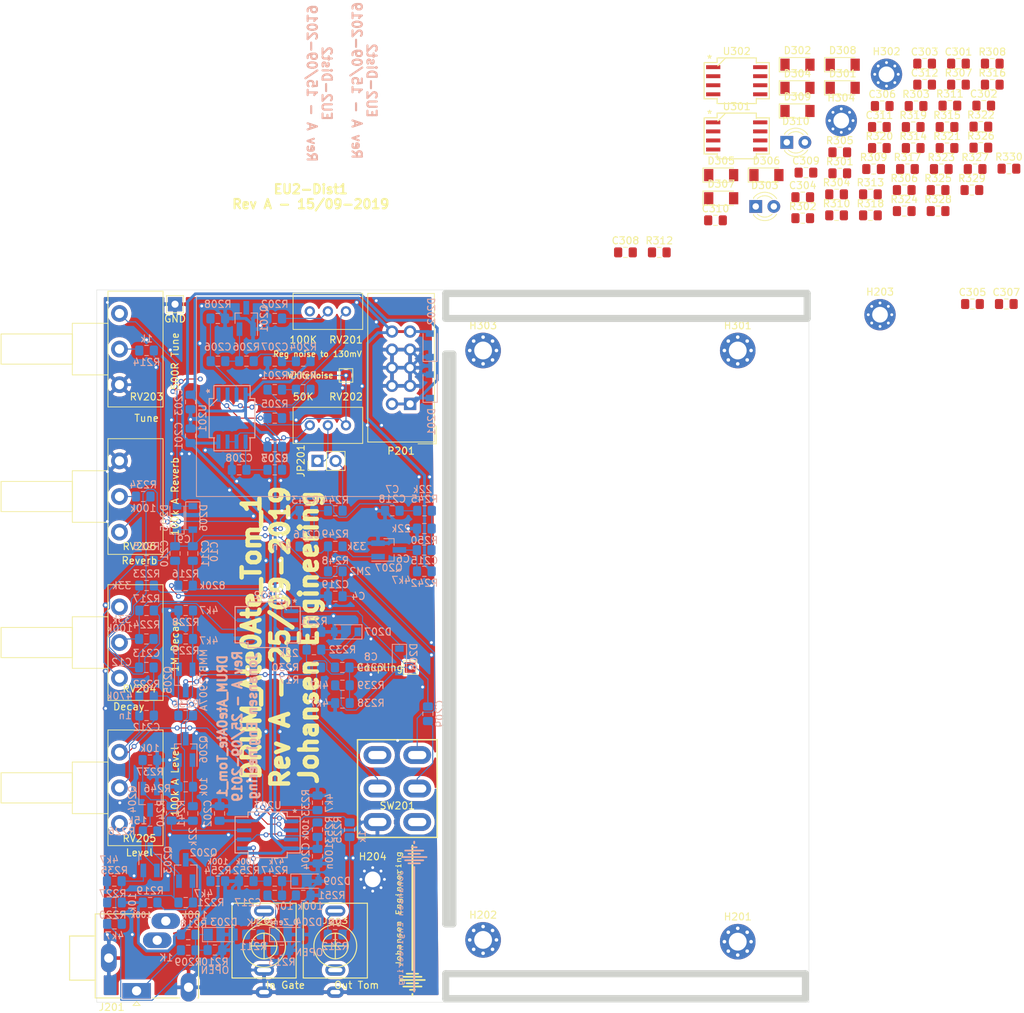
<source format=kicad_pcb>
(kicad_pcb (version 20171130) (host pcbnew "(5.1.0)-1")
  (layers (0 F.Cu signal) (31 B.Cu signal) (34 B.Paste user) (35 F.Paste user hide) (36 B.SilkS user) (37 F.SilkS user) (38 B.Mask user) (39 F.Mask user) (44 Edge.Cuts user))
  (net 0 "")
  (net 1 GND)
  (net 2 "Net-(J201-PadT)")
  (net 3 -12V)
  (net 4 +12V)
  (net 5 Out1_Final)
  (net 6 Out2_Final)
  (net 7 "Net-(C301-Pad2)")
  (net 8 "Net-(C302-Pad1)")
  (net 9 "Net-(C303-Pad1)")
  (net 10 "Net-(C303-Pad2)")
  (net 11 "Net-(C304-Pad1)")
  (net 12 "Net-(C306-Pad1)")
  (net 13 "Net-(C310-Pad1)")
  (net 14 InAccent)
  (net 15 InGate)
  (net 16 "Net-(D303-Pad2)")
  (net 17 "Net-(D310-Pad2)")
  (net 18 "Net-(J202-PadT)")
  (net 19 "Net-(J203-PadT)")
  (net 20 "Net-(R304-Pad2)")
  (net 21 "Net-(R305-Pad2)")
  (net 22 "Net-(R307-Pad1)")
  (net 23 "Net-(R308-Pad1)")
  (net 24 "Net-(R313-Pad1)")
  (net 25 "Net-(R320-Pad1)")
  (net 26 "Net-(R321-Pad1)")
  (net 27 "Net-(C205-Pad2)")
  (net 28 "Net-(Q202-Pad1)")
  (net 29 "Net-(Q203-Pad1)")
  (net 30 "Net-(Q203-Pad3)")
  (net 31 "Net-(Q204-Pad1)")
  (net 32 "Net-(Q204-Pad3)")
  (net 33 OutTom)
  (net 34 "Net-(R215-Pad1)")
  (net 35 "Net-(C206-Pad2)")
  (net 36 "Net-(C206-Pad1)")
  (net 37 "Net-(C208-Pad1)")
  (net 38 "Net-(C209-Pad1)")
  (net 39 "Net-(C210-Pad2)")
  (net 40 "Net-(C210-Pad1)")
  (net 41 "Net-(C212-Pad1)")
  (net 42 "Net-(C213-Pad1)")
  (net 43 "Net-(D208-Pad2)")
  (net 44 "Net-(Q206-Pad1)")
  (net 45 "Net-(R240-Pad1)")
  (net 46 /KicadJE_AteOhAte2/PinkNoise)
  (net 47 "Net-(C207-Pad1)")
  (net 48 "Net-(C209-Pad2)")
  (net 49 "Net-(C212-Pad2)")
  (net 50 /KicadJE_AteOhAte2/Coupling)
  (net 51 "Net-(C214-Pad1)")
  (net 52 "Net-(C215-Pad1)")
  (net 53 "Net-(C215-Pad2)")
  (net 54 "Net-(C216-Pad2)")
  (net 55 "Net-(C216-Pad1)")
  (net 56 "Net-(C217-Pad2)")
  (net 57 "Net-(C218-Pad1)")
  (net 58 "Net-(C219-Pad1)")
  (net 59 "Net-(D205-Pad1)")
  (net 60 NoiseIn)
  (net 61 "Net-(JP201-Pad1)")
  (net 62 /KicadJE_AteOhAte2/PNP_E)
  (net 63 "Net-(Q203-Pad2)")
  (net 64 /KicadJE_AteOhAte2/PNP_B)
  (net 65 "Net-(Q206-Pad3)")
  (net 66 "Net-(Q207-Pad1)")
  (net 67 "Net-(R201-Pad2)")
  (net 68 /KicadJE_AteOhAte2/WhiteNoise)
  (net 69 "Net-(R202-Pad2)")
  (net 70 "Net-(R203-Pad2)")
  (net 71 "Net-(R214-Pad1)")
  (net 72 "Net-(R217-Pad2)")
  (net 73 "Net-(R217-Pad1)")
  (net 74 "Net-(R230-Pad2)")
  (net 75 "Net-(R230-Pad1)")
  (net 76 "Net-(R233-Pad2)")
  (net 77 "Net-(R234-Pad2)")
  (net 78 "Net-(R247-Pad1)")
  (net 79 "Net-(R253-Pad2)")
  (net 80 "Net-(C301-Pad1)")
  (net 81 "Net-(R301-Pad2)")
  (net 82 "Net-(R303-Pad1)")
  (net 83 "Net-(R312-Pad1)")
  (net 84 "Net-(R319-Pad2)")
  (module AJ:Johansen_engineering_logo_25mm_front_neg5 (layer B.Cu) (at 94.5 138 270)
    (fp_text reference G*** hide)
    (fp_text value LOGO hide)
  )
  (module AJ:Johansen_engineering_logo_25mm_front_neg5 (layer F.Cu) (at 94.25 138.5 90)
    (fp_text reference G*** hide)
    (fp_text value LOGO hide)
  )
  (module AJ-Dropbox-Kicad:AJ_SO-8_5.3x6.2mm_P1.27mm (layer B.Cu) (at 69 68 270)
    (fp_text reference U201 (at 0 4.13 270) (layer B.SilkS) (effects (justify mirror)))
    (fp_text value TL072)
    (fp_text user * (at -3.81 3.048 270) (layer B.SilkS) (effects (justify mirror)))
    (pad 8 smd rect (at 3.3 1.905 270) (size 2 0.55) (layers B.Cu B.Paste B.Mask) (net 3 -12V))
    (pad 7 smd rect (at 3.3 0.635 270) (size 2 0.55) (layers B.Cu B.Paste B.Mask) (net 46 /KicadJE_AteOhAte2/PinkNoise))
    (pad 6 smd rect (at 3.3 -0.635 270) (size 2 0.55) (layers B.Cu B.Paste B.Mask) (net 46 /KicadJE_AteOhAte2/PinkNoise))
    (pad 5 smd rect (at 3.3 -1.905 270) (size 2 0.55) (layers B.Cu B.Paste B.Mask) (net 37 "Net-(C208-Pad1)"))
    (pad 4 smd rect (at -3.3 -1.905 270) (size 2 0.55) (layers B.Cu B.Paste B.Mask) (net 4 +12V))
    (pad 3 smd rect (at -3.3 -0.635 270) (size 2 0.55) (layers B.Cu B.Paste B.Mask) (net 36 "Net-(C206-Pad1)"))
    (pad 2 smd rect (at -3.3 0.635 270) (size 2 0.55) (layers B.Cu B.Paste B.Mask) (net 70 "Net-(R203-Pad2)"))
    (pad 1 smd rect (at -3.3 1.905 270) (size 2 0.55) (layers B.Cu B.Paste B.Mask) (net 68 /KicadJE_AteOhAte2/WhiteNoise))
  )
  (module Potentiometer_THT:Potentiometer_Bourns_3296W_Vertical (layer F.Cu) (at 85 69)
    (fp_text reference RV202 (at 0 -4) (layer F.SilkS))
    (fp_text value 50K (at -6 -4) (layer F.SilkS))
    (pad 3 thru_hole circle (at -5.08 0) (size 1.44 1.44) (drill 0.8) (layers *.Cu *.Mask) (net 46 /KicadJE_AteOhAte2/PinkNoise))
    (pad 2 thru_hole circle (at -2.54 0) (size 1.44 1.44) (drill 0.8) (layers *.Cu *.Mask) (net 61 "Net-(JP201-Pad1)"))
    (pad 1 thru_hole circle (at 0 0) (size 1.44 1.44) (drill 0.8) (layers *.Cu *.Mask) (net 68 /KicadJE_AteOhAte2/WhiteNoise))
  )
  (module Potentiometer_THT:Potentiometer_Bourns_3296W_Vertical (layer F.Cu) (at 85 53)
    (fp_text reference RV201 (at 0 4) (layer F.SilkS))
    (fp_text value 100K (at -6 4) (layer F.SilkS))
    (pad 3 thru_hole circle (at -5.08 0) (size 1.44 1.44) (drill 0.8) (layers *.Cu *.Mask))
    (pad 2 thru_hole circle (at -2.54 0) (size 1.44 1.44) (drill 0.8) (layers *.Cu *.Mask) (net 69 "Net-(R202-Pad2)"))
    (pad 1 thru_hole circle (at 0 0) (size 1.44 1.44) (drill 0.8) (layers *.Cu *.Mask) (net 67 "Net-(R201-Pad2)"))
  )
  (module Resistor_SMD:R_0805_2012Metric_Pad1.15x1.40mm_HandSolder (layer B.Cu) (at 83.5 81)
    (fp_text reference R244 (at 0 -1.5) (layer B.SilkS) (effects (justify mirror)))
    (fp_text value 33k)
    (pad 2 smd roundrect (at 1.025 0) (size 1.15 1.4) (layers B.Cu B.Paste B.Mask) (roundrect_rratio 0.217391) (net 60 NoiseIn))
    (pad 1 smd roundrect (at -1.025 0) (size 1.15 1.4) (layers B.Cu B.Paste B.Mask) (roundrect_rratio 0.217391) (net 55 "Net-(C216-Pad1)"))
  )
  (module Resistor_SMD:R_0805_2012Metric_Pad1.15x1.40mm_HandSolder (layer B.Cu) (at 79.5 81)
    (fp_text reference R243 (at -0.25 -1.5) (layer B.SilkS) (effects (justify mirror)))
    (fp_text value 3k3)
    (pad 2 smd roundrect (at 1.025 0) (size 1.15 1.4) (layers B.Cu B.Paste B.Mask) (roundrect_rratio 0.217391) (net 55 "Net-(C216-Pad1)"))
    (pad 1 smd roundrect (at -1.025 0) (size 1.15 1.4) (layers B.Cu B.Paste B.Mask) (roundrect_rratio 0.217391) (net 1 GND))
  )
  (module Resistor_SMD:R_0805_2012Metric_Pad1.15x1.40mm_HandSolder (layer B.Cu) (at 67 54)
    (fp_text reference R208 (at 0 -2) (layer B.SilkS) (effects (justify mirror)))
    (fp_text value 300R)
    (pad 2 smd roundrect (at 1.025 0) (size 1.15 1.4) (layers B.Cu B.Paste B.Mask) (roundrect_rratio 0.217391) (net 1 GND))
    (pad 1 smd roundrect (at -1.025 0) (size 1.15 1.4) (layers B.Cu B.Paste B.Mask) (roundrect_rratio 0.217391) (net 36 "Net-(C206-Pad1)"))
  )
  (module Resistor_SMD:R_0805_2012Metric_Pad1.15x1.40mm_HandSolder (layer B.Cu) (at 75 75.25 180)
    (fp_text reference R207 (at 0 1.65 180) (layer B.SilkS) (effects (justify mirror)))
    (fp_text value 22k)
    (pad 2 smd roundrect (at 1.025 0 180) (size 1.15 1.4) (layers B.Cu B.Paste B.Mask) (roundrect_rratio 0.217391) (net 37 "Net-(C208-Pad1)"))
    (pad 1 smd roundrect (at -1.025 0 180) (size 1.15 1.4) (layers B.Cu B.Paste B.Mask) (roundrect_rratio 0.217391) (net 27 "Net-(C205-Pad2)"))
  )
  (module Resistor_SMD:R_0805_2012Metric_Pad1.15x1.40mm_HandSolder (layer B.Cu) (at 71.025 60)
    (fp_text reference R206 (at -0.025 -2) (layer B.SilkS) (effects (justify mirror)))
    (fp_text value 1M)
    (pad 2 smd roundrect (at 1.025 0) (size 1.15 1.4) (layers B.Cu B.Paste B.Mask) (roundrect_rratio 0.217391) (net 47 "Net-(C207-Pad1)"))
    (pad 1 smd roundrect (at -1.025 0) (size 1.15 1.4) (layers B.Cu B.Paste B.Mask) (roundrect_rratio 0.217391) (net 35 "Net-(C206-Pad2)"))
  )
  (module Resistor_SMD:R_0805_2012Metric_Pad1.15x1.40mm_HandSolder (layer B.Cu) (at 75 68)
    (fp_text reference R205 (at 0 -2) (layer B.SilkS) (effects (justify mirror)))
    (fp_text value 22k)
    (pad 2 smd roundrect (at 1.025 0) (size 1.15 1.4) (layers B.Cu B.Paste B.Mask) (roundrect_rratio 0.217391) (net 27 "Net-(C205-Pad2)"))
    (pad 1 smd roundrect (at -1.025 0) (size 1.15 1.4) (layers B.Cu B.Paste B.Mask) (roundrect_rratio 0.217391) (net 68 /KicadJE_AteOhAte2/WhiteNoise))
  )
  (module Resistor_SMD:R_0805_2012Metric_Pad1.15x1.40mm_HandSolder (layer B.Cu) (at 79 60 180)
    (fp_text reference R204 (at 0 2 180) (layer B.SilkS) (effects (justify mirror)))
    (fp_text value 100R)
    (pad 2 smd roundrect (at 1.025 0 180) (size 1.15 1.4) (layers B.Cu B.Paste B.Mask) (roundrect_rratio 0.217391) (net 47 "Net-(C207-Pad1)"))
    (pad 1 smd roundrect (at -1.025 0 180) (size 1.15 1.4) (layers B.Cu B.Paste B.Mask) (roundrect_rratio 0.217391) (net 4 +12V))
  )
  (module Resistor_SMD:R_0805_2012Metric_Pad1.15x1.40mm_HandSolder (layer B.Cu) (at 79 64)
    (fp_text reference R203 (at 0 -2) (layer B.SilkS) (effects (justify mirror)))
    (fp_text value 330K)
    (pad 2 smd roundrect (at 1.025 0) (size 1.15 1.4) (layers B.Cu B.Paste B.Mask) (roundrect_rratio 0.217391) (net 70 "Net-(R203-Pad2)"))
    (pad 1 smd roundrect (at -1.025 0) (size 1.15 1.4) (layers B.Cu B.Paste B.Mask) (roundrect_rratio 0.217391) (net 67 "Net-(R201-Pad2)"))
  )
  (module Resistor_SMD:R_0805_2012Metric_Pad1.15x1.40mm_HandSolder (layer B.Cu) (at 75 54)
    (fp_text reference R202 (at 0 -2) (layer B.SilkS) (effects (justify mirror)))
    (fp_text value 4k7)
    (pad 2 smd roundrect (at 1.025 0) (size 1.15 1.4) (layers B.Cu B.Paste B.Mask) (roundrect_rratio 0.217391) (net 69 "Net-(R202-Pad2)"))
    (pad 1 smd roundrect (at -1.025 0) (size 1.15 1.4) (layers B.Cu B.Paste B.Mask) (roundrect_rratio 0.217391) (net 1 GND))
  )
  (module Resistor_SMD:R_0805_2012Metric_Pad1.15x1.40mm_HandSolder (layer B.Cu) (at 75 64)
    (fp_text reference R201 (at 0 -2) (layer B.SilkS) (effects (justify mirror)))
    (fp_text value 1M)
    (pad 2 smd roundrect (at 1.025 0) (size 1.15 1.4) (layers B.Cu B.Paste B.Mask) (roundrect_rratio 0.217391) (net 67 "Net-(R201-Pad2)"))
    (pad 1 smd roundrect (at -1.025 0) (size 1.15 1.4) (layers B.Cu B.Paste B.Mask) (roundrect_rratio 0.217391) (net 68 /KicadJE_AteOhAte2/WhiteNoise))
  )
  (module Package_TO_SOT_SMD:SOT-23_Handsoldering (layer B.Cu) (at 71 54 90)
    (fp_text reference Q201 (at 0 2.5 90) (layer B.SilkS) (effects (justify mirror)))
    (fp_text value MMBT2222A)
    (pad 3 smd rect (at 1.5 0 90) (size 1.9 0.8) (layers B.Cu B.Paste B.Mask))
    (pad 2 smd rect (at -1.5 -0.95 90) (size 1.9 0.8) (layers B.Cu B.Paste B.Mask) (net 35 "Net-(C206-Pad2)"))
    (pad 1 smd rect (at -1.5 0.95 90) (size 1.9 0.8) (layers B.Cu B.Paste B.Mask) (net 1 GND))
  )
  (module Connector_PinHeader_2.54mm:PinHeader_1x02_P2.54mm_Vertical (layer F.Cu) (at 81 74 90)
    (fp_text reference JP201 (at 0 -2.33 90) (layer F.SilkS))
    (fp_text value Jumper)
    (pad 2 thru_hole oval (at 0 2.54 90) (size 1.7 1.7) (drill 1) (layers *.Cu *.Mask) (net 60 NoiseIn))
    (pad 1 thru_hole rect (at 0 0 90) (size 1.7 1.7) (drill 1) (layers *.Cu *.Mask) (net 61 "Net-(JP201-Pad1)"))
  )
  (module Capacitor_SMD:C_0805_2012Metric_Pad1.15x1.40mm_HandSolder (layer B.Cu) (at 79.5 86 180)
    (fp_text reference C216 (at 0 1.65 180) (layer B.SilkS) (effects (justify mirror)))
    (fp_text value 47n (at 3.5 0 180) (layer B.SilkS) (effects (justify mirror)))
    (pad 2 smd roundrect (at 1.025 0 180) (size 1.15 1.4) (layers B.Cu B.Paste B.Mask) (roundrect_rratio 0.217391) (net 54 "Net-(C216-Pad2)"))
    (pad 1 smd roundrect (at -1.025 0 180) (size 1.15 1.4) (layers B.Cu B.Paste B.Mask) (roundrect_rratio 0.217391) (net 55 "Net-(C216-Pad1)"))
  )
  (module Capacitor_SMD:C_0805_2012Metric_Pad1.15x1.40mm_HandSolder (layer B.Cu) (at 70 75.25 180)
    (fp_text reference C208 (at 0 1.65 180) (layer B.SilkS) (effects (justify mirror)))
    (fp_text value 18n)
    (pad 2 smd roundrect (at 1.025 0 180) (size 1.15 1.4) (layers B.Cu B.Paste B.Mask) (roundrect_rratio 0.217391) (net 1 GND))
    (pad 1 smd roundrect (at -1.025 0 180) (size 1.15 1.4) (layers B.Cu B.Paste B.Mask) (roundrect_rratio 0.217391) (net 37 "Net-(C208-Pad1)"))
  )
  (module Capacitor_SMD:C_0805_2012Metric_Pad1.15x1.40mm_HandSolder (layer B.Cu) (at 75 60 180)
    (fp_text reference C207 (at 0 2 180) (layer B.SilkS) (effects (justify mirror)))
    (fp_text value 22u)
    (pad 2 smd roundrect (at 1.025 0 180) (size 1.15 1.4) (layers B.Cu B.Paste B.Mask) (roundrect_rratio 0.217391) (net 1 GND))
    (pad 1 smd roundrect (at -1.025 0 180) (size 1.15 1.4) (layers B.Cu B.Paste B.Mask) (roundrect_rratio 0.217391) (net 47 "Net-(C207-Pad1)"))
  )
  (module Capacitor_SMD:C_0805_2012Metric_Pad1.15x1.40mm_HandSolder (layer B.Cu) (at 67.025 60)
    (fp_text reference C206 (at -0.025 -2) (layer B.SilkS) (effects (justify mirror)))
    (fp_text value 1u)
    (pad 2 smd roundrect (at 1.025 0) (size 1.15 1.4) (layers B.Cu B.Paste B.Mask) (roundrect_rratio 0.217391) (net 35 "Net-(C206-Pad2)"))
    (pad 1 smd roundrect (at -1.025 0) (size 1.15 1.4) (layers B.Cu B.Paste B.Mask) (roundrect_rratio 0.217391) (net 36 "Net-(C206-Pad1)"))
  )
  (module Capacitor_SMD:C_0805_2012Metric_Pad1.15x1.40mm_HandSolder (layer B.Cu) (at 75 72)
    (fp_text reference C205 (at 0 1.65) (layer B.SilkS) (effects (justify mirror)))
    (fp_text value 39n)
    (pad 2 smd roundrect (at 1.025 0) (size 1.15 1.4) (layers B.Cu B.Paste B.Mask) (roundrect_rratio 0.217391) (net 27 "Net-(C205-Pad2)"))
    (pad 1 smd roundrect (at -1.025 0) (size 1.15 1.4) (layers B.Cu B.Paste B.Mask) (roundrect_rratio 0.217391) (net 46 /KicadJE_AteOhAte2/PinkNoise))
  )
  (module Package_TO_SOT_SMD:SOT-23_Handsoldering (layer B.Cu) (at 57.5 121.5 270)
    (fp_text reference Q204 (at 0 2.5 270) (layer B.SilkS) (effects (justify mirror)))
    (fp_text value MMBT2222A)
    (pad 1 smd rect (at -1.5 0.95 270) (size 1.9 0.8) (layers B.Cu B.Paste B.Mask) (net 31 "Net-(Q204-Pad1)"))
    (pad 2 smd rect (at -1.5 -0.95 270) (size 1.9 0.8) (layers B.Cu B.Paste B.Mask) (net 1 GND))
    (pad 3 smd rect (at 1.5 0 270) (size 1.9 0.8) (layers B.Cu B.Paste B.Mask) (net 32 "Net-(Q204-Pad3)"))
  )
  (module Resistor_SMD:R_0805_2012Metric_Pad1.15x1.40mm_HandSolder (layer B.Cu) (at 83.475 140.5)
    (fp_text reference R212 (at 0 1.65) (layer B.SilkS) (effects (justify mirror)))
    (fp_text value 0R (at 0 -1.65) (layer B.SilkS) (effects (justify mirror)))
    (pad 1 smd roundrect (at -1.025 0) (size 1.15 1.4) (layers B.Cu B.Paste B.Mask) (roundrect_rratio 0.217391) (net 19 "Net-(J203-PadT)"))
    (pad 2 smd roundrect (at 1.025 0) (size 1.15 1.4) (layers B.Cu B.Paste B.Mask) (roundrect_rratio 0.217391) (net 33 OutTom))
  )
  (module Capacitor_SMD:C_0805_2012Metric_Pad1.15x1.40mm_HandSolder (layer B.Cu) (at 63.175001 70.475001 270)
    (fp_text reference C201 (at 0 1.65 270) (layer B.SilkS) (effects (justify mirror)))
    (fp_text value 100n)
    (pad 1 smd roundrect (at -1.025 0 270) (size 1.15 1.4) (layers B.Cu B.Paste B.Mask) (roundrect_rratio 0.217391) (net 1 GND))
    (pad 2 smd roundrect (at 1.025 0 270) (size 1.15 1.4) (layers B.Cu B.Paste B.Mask) (roundrect_rratio 0.217391) (net 3 -12V))
  )
  (module Capacitor_SMD:C_0805_2012Metric_Pad1.15x1.40mm_HandSolder (layer B.Cu) (at 67.25 123.5 270)
    (fp_text reference C202 (at 0 1.65 270) (layer B.SilkS) (effects (justify mirror)))
    (fp_text value 100n)
    (pad 2 smd roundrect (at 1.025 0 270) (size 1.15 1.4) (layers B.Cu B.Paste B.Mask) (roundrect_rratio 0.217391) (net 3 -12V))
    (pad 1 smd roundrect (at -1.025 0 270) (size 1.15 1.4) (layers B.Cu B.Paste B.Mask) (roundrect_rratio 0.217391) (net 1 GND))
  )
  (module Capacitor_SMD:C_0805_2012Metric_Pad1.15x1.40mm_HandSolder (layer B.Cu) (at 63.175001 65.725001 270)
    (fp_text reference C203 (at 0 1.65 270) (layer B.SilkS) (effects (justify mirror)))
    (fp_text value 100n)
    (pad 2 smd roundrect (at 1.025 0 270) (size 1.15 1.4) (layers B.Cu B.Paste B.Mask) (roundrect_rratio 0.217391) (net 1 GND))
    (pad 1 smd roundrect (at -1.025 0 270) (size 1.15 1.4) (layers B.Cu B.Paste B.Mask) (roundrect_rratio 0.217391) (net 4 +12V))
  )
  (module Capacitor_SMD:C_0805_2012Metric_Pad1.15x1.40mm_HandSolder (layer B.Cu) (at 81 129.5 270)
    (fp_text reference C204 (at 0 1.65 270) (layer B.SilkS) (effects (justify mirror)))
    (fp_text value 100n (at 0 -1.65 270) (layer B.SilkS) (effects (justify mirror)))
    (pad 2 smd roundrect (at 1.025 0 270) (size 1.15 1.4) (layers B.Cu B.Paste B.Mask) (roundrect_rratio 0.217391) (net 1 GND))
    (pad 1 smd roundrect (at -1.025 0 270) (size 1.15 1.4) (layers B.Cu B.Paste B.Mask) (roundrect_rratio 0.217391) (net 4 +12V))
  )
  (module Diode_SMD:D_SOD-123 (layer B.Cu) (at 96.814999 63.524999 90)
    (fp_text reference D201 (at -4.975001 0.185001 90) (layer B.SilkS) (effects (justify mirror)))
    (fp_text value 1N1007)
    (pad 2 smd rect (at 1.65 0 90) (size 0.9 1.2) (layers B.Cu B.Paste B.Mask) (net 1 GND))
    (pad 1 smd rect (at -1.65 0 90) (size 0.9 1.2) (layers B.Cu B.Paste B.Mask) (net 3 -12V))
  )
  (module Diode_SMD:D_MiniMELF (layer B.Cu) (at 67.4 140.5)
    (fp_text reference D203 (at 0.45 -1.75) (layer B.SilkS) (effects (justify mirror)))
    (fp_text value D_Zener)
    (pad 2 smd rect (at 1.75 0) (size 1.3 1.7) (layers B.Cu B.Paste B.Mask) (net 1 GND))
    (pad 1 smd rect (at -1.75 0) (size 1.3 1.7) (layers B.Cu B.Paste B.Mask) (net 14 InAccent))
  )
  (module Diode_SMD:D_SOD-123 (layer B.Cu) (at 96.814999 57.774999 90)
    (fp_text reference D202 (at 4.774999 0.185001 90) (layer B.SilkS) (effects (justify mirror)))
    (fp_text value 1N1007)
    (pad 1 smd rect (at -1.65 0 90) (size 0.9 1.2) (layers B.Cu B.Paste B.Mask) (net 1 GND))
    (pad 2 smd rect (at 1.65 0 90) (size 0.9 1.2) (layers B.Cu B.Paste B.Mask) (net 4 +12V))
  )
  (module Diode_SMD:D_MiniMELF (layer B.Cu) (at 76.8 140.5)
    (fp_text reference D204 (at 2.95 -1.75) (layer B.SilkS) (effects (justify mirror)))
    (fp_text value D_Zener (at -0.8 -1.75) (layer B.SilkS) (effects (font (size 0.8 0.8)) (justify mirror)))
    (pad 1 smd rect (at -1.75 0) (size 1.3 1.7) (layers B.Cu B.Paste B.Mask) (net 15 InGate))
    (pad 2 smd rect (at 1.75 0) (size 1.3 1.7) (layers B.Cu B.Paste B.Mask) (net 1 GND))
  )
  (module AJ-Dropbox-Kicad:PJ301SM (layer F.Cu) (at 83.5 142.1)
    (fp_text reference J203 (at 0 -3.5) (layer F.SilkS) (effects (font (size 0.75 1) (thickness 0.125))))
    (fp_text value "Out Tom" (at 3 5.5) (layer F.SilkS))
    (pad TN thru_hole oval (at 0 3.38) (size 2.8 1.6) (drill oval 2 0.6) (layers *.Cu *.Mask))
    (pad S thru_hole oval (at 0 6.48) (size 2.4 1.6) (drill oval 1.4 0.6) (layers *.Cu *.Mask) (net 1 GND))
    (pad T thru_hole oval (at 0 -4.92) (size 2.8 1.5) (drill oval 2.1 0.5) (layers *.Cu *.Mask) (net 19 "Net-(J203-PadT)"))
  )
  (module Connectors_IDC:IDC-Header_2x05_Pitch2.54mm_Straight (layer F.Cu) (at 94 66 180)
    (fp_text reference P201 (at 1.27 -6.604 180) (layer F.SilkS))
    (fp_text value Doepfer_Power_10pin)
    (pad 1 thru_hole rect (at 0 0 180) (size 1.7272 1.7272) (drill 1.016) (layers *.Cu *.Mask) (net 3 -12V))
    (pad 2 thru_hole oval (at 2.54 0 180) (size 1.7272 1.7272) (drill 1.016) (layers *.Cu *.Mask) (net 3 -12V))
    (pad 3 thru_hole oval (at 0 2.54 180) (size 1.7272 1.7272) (drill 1.016) (layers *.Cu *.Mask) (net 1 GND))
    (pad 4 thru_hole oval (at 2.54 2.54 180) (size 1.7272 1.7272) (drill 1.016) (layers *.Cu *.Mask) (net 1 GND))
    (pad 5 thru_hole oval (at 0 5.08 180) (size 1.7272 1.7272) (drill 1.016) (layers *.Cu *.Mask) (net 1 GND))
    (pad 6 thru_hole oval (at 2.54 5.08 180) (size 1.7272 1.7272) (drill 1.016) (layers *.Cu *.Mask) (net 1 GND))
    (pad 7 thru_hole oval (at 0 7.62 180) (size 1.7272 1.7272) (drill 1.016) (layers *.Cu *.Mask) (net 1 GND))
    (pad 8 thru_hole oval (at 2.54 7.62 180) (size 1.7272 1.7272) (drill 1.016) (layers *.Cu *.Mask) (net 1 GND))
    (pad 9 thru_hole oval (at 0 10.16 180) (size 1.7272 1.7272) (drill 1.016) (layers *.Cu *.Mask) (net 4 +12V))
    (pad 10 thru_hole oval (at 2.54 10.16 180) (size 1.7272 1.7272) (drill 1.016) (layers *.Cu *.Mask) (net 4 +12V))
  )
  (module Resistor_SMD:R_0805_2012Metric_Pad1.15x1.40mm_HandSolder (layer B.Cu) (at 62.85 142.7)
    (fp_text reference R209 (at 0 1.65) (layer B.SilkS) (effects (justify mirror)))
    (fp_text value 1K (at -3.1 1.05) (layer B.SilkS) (effects (justify mirror)))
    (pad 2 smd roundrect (at 1.025 0) (size 1.15 1.4) (layers B.Cu B.Paste B.Mask) (roundrect_rratio 0.217391) (net 14 InAccent))
    (pad 1 smd roundrect (at -1.025 0) (size 1.15 1.4) (layers B.Cu B.Paste B.Mask) (roundrect_rratio 0.217391) (net 2 "Net-(J201-PadT)"))
  )
  (module Resistor_SMD:R_0805_2012Metric_Pad1.15x1.40mm_HandSolder (layer B.Cu) (at 66.6 142.674999)
    (fp_text reference R210 (at 0 1.65) (layer B.SilkS) (effects (justify mirror)))
    (fp_text value OPEN (at 0 2.825001) (layer B.SilkS) (effects (justify mirror)))
    (pad 1 smd roundrect (at -1.025 0) (size 1.15 1.4) (layers B.Cu B.Paste B.Mask) (roundrect_rratio 0.217391) (net 14 InAccent))
    (pad 2 smd roundrect (at 1.025 0) (size 1.15 1.4) (layers B.Cu B.Paste B.Mask) (roundrect_rratio 0.217391) (net 1 GND))
  )
  (module Resistor_SMD:R_0805_2012Metric_Pad1.15x1.40mm_HandSolder (layer B.Cu) (at 72 140.5)
    (fp_text reference R211 (at 0 1.65) (layer B.SilkS) (effects (justify mirror)))
    (fp_text value 1K (at 0 -1.65) (layer B.SilkS) (effects (justify mirror)))
    (pad 2 smd roundrect (at 1.025 0) (size 1.15 1.4) (layers B.Cu B.Paste B.Mask) (roundrect_rratio 0.217391) (net 15 InGate))
    (pad 1 smd roundrect (at -1.025 0) (size 1.15 1.4) (layers B.Cu B.Paste B.Mask) (roundrect_rratio 0.217391) (net 18 "Net-(J202-PadT)"))
  )
  (module Resistor_SMD:R_0805_2012Metric_Pad1.15x1.40mm_HandSolder (layer B.Cu) (at 76 142.7)
    (fp_text reference R213 (at 0 1.65) (layer B.SilkS) (effects (justify mirror)))
    (fp_text value OPEN (at 3.8 0.3) (layer B.SilkS) (effects (justify mirror)))
    (pad 1 smd roundrect (at -1.025 0) (size 1.15 1.4) (layers B.Cu B.Paste B.Mask) (roundrect_rratio 0.217391) (net 15 InGate))
    (pad 2 smd roundrect (at 1.025 0) (size 1.15 1.4) (layers B.Cu B.Paste B.Mask) (roundrect_rratio 0.217391) (net 1 GND))
  )
  (module AJ-Dropbox-Kicad:SPDTx2 (layer F.Cu) (at 92.206 120)
    (fp_text reference SW201 (at 0 2.413) (layer F.SilkS))
    (fp_text value Con/Tom)
    (pad 2 thru_hole oval (at -2.794 0) (size 3.9 2.5) (drill oval 2.55 1.15) (layers *.Cu *.Mask) (net 74 "Net-(R230-Pad2)"))
    (pad 3 thru_hole oval (at -2.794 -4.7) (size 3.9 2.5) (drill oval 2.55 1.15) (layers *.Cu *.Mask))
    (pad 1 thru_hole oval (at -2.794 4.7) (size 3.9 2.5) (drill oval 2.55 1.15) (layers *.Cu *.Mask) (net 1 GND))
    (pad 6 thru_hole oval (at 2.794 -4.7) (size 3.9 2.5) (drill oval 2.55 1.15) (layers *.Cu *.Mask) (net 39 "Net-(C210-Pad2)"))
    (pad 4 thru_hole oval (at 2.794 4.7) (size 3.9 2.5) (drill oval 2.55 1.15) (layers *.Cu *.Mask))
    (pad 5 thru_hole oval (at 2.794 0) (size 3.9 2.5) (drill oval 2.55 1.15) (layers *.Cu *.Mask) (net 38 "Net-(C209-Pad1)"))
  )
  (module AJ-Dropbox-Kicad:AJ_SO-8_5.3x6.2mm_P1.27mm (layer B.Cu) (at 74 97 180)
    (fp_text reference U202 (at 0 4.13 180) (layer B.SilkS) (effects (justify mirror)))
    (fp_text value TL072)
    (fp_text user * (at -3.81 3.048 180) (layer B.SilkS) (effects (justify mirror)))
    (pad 8 smd rect (at 3.3 1.905 180) (size 2 0.55) (layers B.Cu B.Paste B.Mask) (net 3 -12V))
    (pad 7 smd rect (at 3.3 0.635 180) (size 2 0.55) (layers B.Cu B.Paste B.Mask) (net 72 "Net-(R217-Pad2)"))
    (pad 6 smd rect (at 3.3 -0.635 180) (size 2 0.55) (layers B.Cu B.Paste B.Mask) (net 73 "Net-(R217-Pad1)"))
    (pad 5 smd rect (at 3.3 -1.905 180) (size 2 0.55) (layers B.Cu B.Paste B.Mask) (net 1 GND))
    (pad 4 smd rect (at -3.3 -1.905 180) (size 2 0.55) (layers B.Cu B.Paste B.Mask) (net 4 +12V))
    (pad 3 smd rect (at -3.3 -0.635 180) (size 2 0.55) (layers B.Cu B.Paste B.Mask) (net 75 "Net-(R230-Pad1)"))
    (pad 2 smd rect (at -3.3 0.635 180) (size 2 0.55) (layers B.Cu B.Paste B.Mask) (net 40 "Net-(C210-Pad1)"))
    (pad 1 smd rect (at -3.3 1.905 180) (size 2 0.55) (layers B.Cu B.Paste B.Mask) (net 48 "Net-(C209-Pad2)"))
  )
  (module AJ-Dropbox-Kicad:AJ_SO-8_5.3x6.2mm_P1.27mm (layer B.Cu) (at 74 126.5 180)
    (fp_text reference U203 (at 0 4.13 180) (layer B.SilkS) (effects (justify mirror)))
    (fp_text value TL072)
    (fp_text user * (at -3.81 3.048 180) (layer B.SilkS) (effects (justify mirror)))
    (pad 8 smd rect (at 3.3 1.905 180) (size 2 0.55) (layers B.Cu B.Paste B.Mask) (net 3 -12V))
    (pad 7 smd rect (at 3.3 0.635 180) (size 2 0.55) (layers B.Cu B.Paste B.Mask) (net 45 "Net-(R240-Pad1)"))
    (pad 6 smd rect (at 3.3 -0.635 180) (size 2 0.55) (layers B.Cu B.Paste B.Mask) (net 79 "Net-(R253-Pad2)"))
    (pad 5 smd rect (at 3.3 -1.905 180) (size 2 0.55) (layers B.Cu B.Paste B.Mask) (net 78 "Net-(R247-Pad1)"))
    (pad 4 smd rect (at -3.3 -1.905 180) (size 2 0.55) (layers B.Cu B.Paste B.Mask) (net 4 +12V))
    (pad 3 smd rect (at -3.3 -0.635 180) (size 2 0.55) (layers B.Cu B.Paste B.Mask) (net 76 "Net-(R233-Pad2)"))
    (pad 2 smd rect (at -3.3 0.635 180) (size 2 0.55) (layers B.Cu B.Paste B.Mask) (net 41 "Net-(C212-Pad1)"))
    (pad 1 smd rect (at -3.3 1.905 180) (size 2 0.55) (layers B.Cu B.Paste B.Mask) (net 49 "Net-(C212-Pad2)"))
  )
  (module Connector_Audio:Jack_3.5mm_Ledino_KB3SPRS_Horizontal (layer F.Cu) (at 55.6 148.4)
    (fp_text reference J201 (at -3.5 2.3) (layer F.SilkS))
    (fp_text value In_Accent)
    (pad S thru_hole oval (at -3.9 -4.6) (size 2.2 4) (drill 1.3) (layers *.Cu *.Mask) (net 1 GND))
    (pad R thru_hole oval (at 4.1 -9.8) (size 4 2.2) (drill 1.3) (layers *.Cu *.Mask))
    (pad RN thru_hole oval (at 2.9 -7.1) (size 4 2.2) (drill 1.3) (layers *.Cu *.Mask))
    (pad TN thru_hole oval (at 7.3 -0.5 90) (size 4 2.2) (drill 1.3) (layers *.Cu *.Mask) (net 1 GND))
    (pad T thru_hole rect (at 0 0) (size 4 2.2) (drill 1.3) (layers *.Cu *.Mask) (net 2 "Net-(J201-PadT)"))
  )
  (module Capacitor_SMD:C_0805_2012Metric_Pad1.15x1.40mm_HandSolder (layer B.Cu) (at 75 135)
    (fp_text reference C217 (at -3.75 1) (layer B.SilkS) (effects (justify mirror)))
    (fp_text value 10n (at 1.25 1.5) (layer B.SilkS) (effects (justify mirror)))
    (pad 1 smd roundrect (at -1.025 0) (size 1.15 1.4) (layers B.Cu B.Paste B.Mask) (roundrect_rratio 0.217391) (net 15 InGate))
    (pad 2 smd roundrect (at 1.025 0) (size 1.15 1.4) (layers B.Cu B.Paste B.Mask) (roundrect_rratio 0.217391) (net 56 "Net-(C217-Pad2)"))
  )
  (module Diode_SMD:D_SOD-123 (layer B.Cu) (at 79.5 133)
    (fp_text reference D209 (at 4.25 0) (layer B.SilkS) (effects (justify mirror)))
    (fp_text value 1N4148)
    (pad 1 smd rect (at -1.65 0) (size 0.9 1.2) (layers B.Cu B.Paste B.Mask) (net 56 "Net-(C217-Pad2)"))
    (pad 2 smd rect (at 1.65 0) (size 0.9 1.2) (layers B.Cu B.Paste B.Mask) (net 1 GND))
  )
  (module Package_TO_SOT_SMD:SOT-23_Handsoldering (layer B.Cu) (at 62.5 131.5 90)
    (fp_text reference Q202 (at 2.5 2.5 180) (layer B.SilkS) (effects (justify mirror)))
    (fp_text value MMBT2222A)
    (pad 1 smd rect (at -1.5 0.95 90) (size 1.9 0.8) (layers B.Cu B.Paste B.Mask) (net 28 "Net-(Q202-Pad1)"))
    (pad 2 smd rect (at -1.5 -0.95 90) (size 1.9 0.8) (layers B.Cu B.Paste B.Mask) (net 62 /KicadJE_AteOhAte2/PNP_E))
    (pad 3 smd rect (at 1.5 0 90) (size 1.9 0.8) (layers B.Cu B.Paste B.Mask) (net 4 +12V))
  )
  (module Package_TO_SOT_SMD:SOT-23_Handsoldering (layer B.Cu) (at 57.5 130 90)
    (fp_text reference Q203 (at 0 2.5 90) (layer B.SilkS) (effects (justify mirror)))
    (fp_text value MMBT2222A)
    (pad 3 smd rect (at 1.5 0 90) (size 1.9 0.8) (layers B.Cu B.Paste B.Mask) (net 30 "Net-(Q203-Pad3)"))
    (pad 2 smd rect (at -1.5 -0.95 90) (size 1.9 0.8) (layers B.Cu B.Paste B.Mask) (net 63 "Net-(Q203-Pad2)"))
    (pad 1 smd rect (at -1.5 0.95 90) (size 1.9 0.8) (layers B.Cu B.Paste B.Mask) (net 29 "Net-(Q203-Pad1)"))
  )
  (module Package_TO_SOT_SMD:SOT-23_Handsoldering (layer B.Cu) (at 62.5 114.5 90)
    (fp_text reference Q206 (at 0 2.5 90) (layer B.SilkS) (effects (justify mirror)))
    (fp_text value MMBT2222A)
    (pad 1 smd rect (at -1.5 0.95 90) (size 1.9 0.8) (layers B.Cu B.Paste B.Mask) (net 44 "Net-(Q206-Pad1)"))
    (pad 2 smd rect (at -1.5 -0.95 90) (size 1.9 0.8) (layers B.Cu B.Paste B.Mask) (net 1 GND))
    (pad 3 smd rect (at 1.5 0 90) (size 1.9 0.8) (layers B.Cu B.Paste B.Mask) (net 65 "Net-(Q206-Pad3)"))
  )
  (module Resistor_SMD:R_0805_2012Metric_Pad1.15x1.40mm_HandSolder (layer B.Cu) (at 62.85 140.5 180)
    (fp_text reference R218 (at -0.75 1.5 180) (layer B.SilkS) (effects (justify mirror)))
    (fp_text value 100k (at -0.9 2.75 180) (layer B.SilkS) (effects (justify mirror)))
    (pad 1 smd roundrect (at -1.025 0 180) (size 1.15 1.4) (layers B.Cu B.Paste B.Mask) (roundrect_rratio 0.217391) (net 14 InAccent))
    (pad 2 smd roundrect (at 1.025 0 180) (size 1.15 1.4) (layers B.Cu B.Paste B.Mask) (roundrect_rratio 0.217391) (net 4 +12V))
  )
  (module Resistor_SMD:R_0805_2012Metric_Pad1.15x1.40mm_HandSolder (layer B.Cu) (at 57.5 136 180)
    (fp_text reference R219 (at 0 1.65 180) (layer B.SilkS) (effects (justify mirror)))
    (fp_text value 100k (at 1.25 -1.75 180) (layer B.SilkS) (effects (font (size 0.8 0.8)) (justify mirror)))
    (pad 2 smd roundrect (at 1.025 0 180) (size 1.15 1.4) (layers B.Cu B.Paste B.Mask) (roundrect_rratio 0.217391) (net 4 +12V))
    (pad 1 smd roundrect (at -1.025 0 180) (size 1.15 1.4) (layers B.Cu B.Paste B.Mask) (roundrect_rratio 0.217391) (net 28 "Net-(Q202-Pad1)"))
  )
  (module Resistor_SMD:R_0805_2012Metric_Pad1.15x1.40mm_HandSolder (layer B.Cu) (at 52.5 139 180)
    (fp_text reference R220 (at 0.25 1.25 180) (layer B.SilkS) (effects (justify mirror)))
    (fp_text value 4k7 (at 0 -1.65 180) (layer B.SilkS) (effects (justify mirror)))
    (pad 1 smd roundrect (at -1.025 0 180) (size 1.15 1.4) (layers B.Cu B.Paste B.Mask) (roundrect_rratio 0.217391) (net 30 "Net-(Q203-Pad3)"))
    (pad 2 smd roundrect (at 1.025 0 180) (size 1.15 1.4) (layers B.Cu B.Paste B.Mask) (roundrect_rratio 0.217391) (net 14 InAccent))
  )
  (module Resistor_SMD:R_0805_2012Metric_Pad1.15x1.40mm_HandSolder (layer B.Cu) (at 62.5 136 180)
    (fp_text reference R221 (at -3.5 0 180) (layer B.SilkS) (effects (justify mirror)))
    (fp_text value 4k7 (at -2.5 1.25 180) (layer B.SilkS) (effects (justify mirror)))
    (pad 1 smd roundrect (at -1.025 0 180) (size 1.15 1.4) (layers B.Cu B.Paste B.Mask) (roundrect_rratio 0.217391) (net 28 "Net-(Q202-Pad1)"))
    (pad 2 smd roundrect (at 1.025 0 180) (size 1.15 1.4) (layers B.Cu B.Paste B.Mask) (roundrect_rratio 0.217391) (net 30 "Net-(Q203-Pad3)"))
  )
  (module Resistor_SMD:R_0805_2012Metric_Pad1.15x1.40mm_HandSolder (layer B.Cu) (at 57.5 126)
    (fp_text reference R226 (at -4 0) (layer B.SilkS) (effects (justify mirror)))
    (fp_text value 15k (at -1.75 -1.5) (layer B.SilkS) (effects (justify mirror)))
    (pad 2 smd roundrect (at 1.025 0) (size 1.15 1.4) (layers B.Cu B.Paste B.Mask) (roundrect_rratio 0.217391) (net 29 "Net-(Q203-Pad1)"))
    (pad 1 smd roundrect (at -1.025 0) (size 1.15 1.4) (layers B.Cu B.Paste B.Mask) (roundrect_rratio 0.217391) (net 32 "Net-(Q204-Pad3)"))
  )
  (module Resistor_SMD:R_0805_2012Metric_Pad1.15x1.40mm_HandSolder (layer B.Cu) (at 52.5 136)
    (fp_text reference R227 (at -0.25 -1.25) (layer B.SilkS) (effects (justify mirror)))
    (fp_text value 10k (at 2.5 0 90) (layer B.SilkS) (effects (justify mirror)))
    (pad 1 smd roundrect (at -1.025 0) (size 1.15 1.4) (layers B.Cu B.Paste B.Mask) (roundrect_rratio 0.217391) (net 63 "Net-(Q203-Pad2)"))
    (pad 2 smd roundrect (at 1.025 0) (size 1.15 1.4) (layers B.Cu B.Paste B.Mask) (roundrect_rratio 0.217391) (net 4 +12V))
  )
  (module Resistor_SMD:R_0805_2012Metric_Pad1.15x1.40mm_HandSolder (layer B.Cu) (at 62.5 95)
    (fp_text reference R228 (at 0 1.65) (layer B.SilkS) (effects (justify mirror)))
    (fp_text value 4k7 (at 3.25 0) (layer B.SilkS) (effects (justify mirror)))
    (pad 1 smd roundrect (at -1.025 0) (size 1.15 1.4) (layers B.Cu B.Paste B.Mask) (roundrect_rratio 0.217391) (net 1 GND))
    (pad 2 smd roundrect (at 1.025 0) (size 1.15 1.4) (layers B.Cu B.Paste B.Mask) (roundrect_rratio 0.217391) (net 62 /KicadJE_AteOhAte2/PNP_E))
  )
  (module Resistor_SMD:R_0805_2012Metric_Pad1.15x1.40mm_HandSolder (layer B.Cu) (at 52.475 133)
    (fp_text reference R235 (at 0 -1.5) (layer B.SilkS) (effects (justify mirror)))
    (fp_text value 4k7 (at -0.725 -3) (layer B.SilkS) (effects (justify mirror)))
    (pad 2 smd roundrect (at 1.025 0) (size 1.15 1.4) (layers B.Cu B.Paste B.Mask) (roundrect_rratio 0.217391) (net 63 "Net-(Q203-Pad2)"))
    (pad 1 smd roundrect (at -1.025 0) (size 1.15 1.4) (layers B.Cu B.Paste B.Mask) (roundrect_rratio 0.217391) (net 1 GND))
  )
  (module Resistor_SMD:R_0805_2012Metric_Pad1.15x1.40mm_HandSolder (layer B.Cu) (at 57.475 116)
    (fp_text reference R237 (at 0 1.65) (layer B.SilkS) (effects (justify mirror)))
    (fp_text value 10k (at 0 -1.65) (layer B.SilkS) (effects (justify mirror)))
    (pad 1 smd roundrect (at -1.025 0) (size 1.15 1.4) (layers B.Cu B.Paste B.Mask) (roundrect_rratio 0.217391) (net 31 "Net-(Q204-Pad1)"))
    (pad 2 smd roundrect (at 1.025 0) (size 1.15 1.4) (layers B.Cu B.Paste B.Mask) (roundrect_rratio 0.217391) (net 1 GND))
  )
  (module Resistor_SMD:R_0805_2012Metric_Pad1.15x1.40mm_HandSolder (layer B.Cu) (at 62.5 99)
    (fp_text reference R229 (at 0 1.65) (layer B.SilkS) (effects (justify mirror)))
    (fp_text value 4k7 (at 3.25 0.25) (layer B.SilkS) (effects (justify mirror)))
    (pad 2 smd roundrect (at 1.025 0) (size 1.15 1.4) (layers B.Cu B.Paste B.Mask) (roundrect_rratio 0.217391) (net 62 /KicadJE_AteOhAte2/PNP_E))
    (pad 1 smd roundrect (at -1.025 0) (size 1.15 1.4) (layers B.Cu B.Paste B.Mask) (roundrect_rratio 0.217391) (net 64 /KicadJE_AteOhAte2/PNP_B))
  )
  (module Resistor_SMD:R_0805_2012Metric_Pad1.15x1.40mm_HandSolder (layer B.Cu) (at 60.5 123.475 90)
    (fp_text reference R240 (at 0 -1.5 90) (layer B.SilkS) (effects (justify mirror)))
    (fp_text value 22k)
    (pad 2 smd roundrect (at 1.025 0 90) (size 1.15 1.4) (layers B.Cu B.Paste B.Mask) (roundrect_rratio 0.217391) (net 31 "Net-(Q204-Pad1)"))
    (pad 1 smd roundrect (at -1.025 0 90) (size 1.15 1.4) (layers B.Cu B.Paste B.Mask) (roundrect_rratio 0.217391) (net 45 "Net-(R240-Pad1)"))
  )
  (module Resistor_SMD:R_0805_2012Metric_Pad1.15x1.40mm_HandSolder (layer B.Cu) (at 62.5 109.75 180)
    (fp_text reference R236 (at 0 1.65 180) (layer B.SilkS) (effects (justify mirror)))
    (fp_text value 10k)
    (pad 1 smd roundrect (at -1.025 0 180) (size 1.15 1.4) (layers B.Cu B.Paste B.Mask) (roundrect_rratio 0.217391) (net 65 "Net-(Q206-Pad3)"))
    (pad 2 smd roundrect (at 1.025 0 180) (size 1.15 1.4) (layers B.Cu B.Paste B.Mask) (roundrect_rratio 0.217391) (net 64 /KicadJE_AteOhAte2/PNP_B))
  )
  (module Resistor_SMD:R_0805_2012Metric_Pad1.15x1.40mm_HandSolder (layer B.Cu) (at 75 133)
    (fp_text reference R247 (at 0 -1.5) (layer B.SilkS) (effects (justify mirror)))
    (fp_text value 47k (at 0.25 -2.75) (layer B.SilkS) (effects (font (size 0.8 0.8)) (justify mirror)))
    (pad 2 smd roundrect (at 1.025 0) (size 1.15 1.4) (layers B.Cu B.Paste B.Mask) (roundrect_rratio 0.217391) (net 56 "Net-(C217-Pad2)"))
    (pad 1 smd roundrect (at -1.025 0) (size 1.15 1.4) (layers B.Cu B.Paste B.Mask) (roundrect_rratio 0.217391) (net 78 "Net-(R247-Pad1)"))
  )
  (module Resistor_SMD:R_0805_2012Metric_Pad1.15x1.40mm_HandSolder (layer B.Cu) (at 63.5 123.5 270)
    (fp_text reference R241 (at 0 1.65 270) (layer B.SilkS) (effects (justify mirror)))
    (fp_text value 22k (at 3.25 0 270) (layer B.SilkS) (effects (justify mirror)))
    (pad 1 smd roundrect (at -1.025 0 270) (size 1.15 1.4) (layers B.Cu B.Paste B.Mask) (roundrect_rratio 0.217391) (net 44 "Net-(Q206-Pad1)"))
    (pad 2 smd roundrect (at 1.025 0 270) (size 1.15 1.4) (layers B.Cu B.Paste B.Mask) (roundrect_rratio 0.217391) (net 45 "Net-(R240-Pad1)"))
  )
  (module Resistor_SMD:R_0805_2012Metric_Pad1.15x1.40mm_HandSolder (layer B.Cu) (at 79 135 180)
    (fp_text reference R251 (at -4 0 180) (layer B.SilkS) (effects (justify mirror)))
    (fp_text value 100k (at -1 -1.5 180) (layer B.SilkS) (effects (justify mirror)))
    (pad 2 smd roundrect (at 1.025 0 180) (size 1.15 1.4) (layers B.Cu B.Paste B.Mask) (roundrect_rratio 0.217391) (net 15 InGate))
    (pad 1 smd roundrect (at -1.025 0 180) (size 1.15 1.4) (layers B.Cu B.Paste B.Mask) (roundrect_rratio 0.217391) (net 1 GND))
  )
  (module Resistor_SMD:R_0805_2012Metric_Pad1.15x1.40mm_HandSolder (layer B.Cu) (at 71 133)
    (fp_text reference R252 (at 0 -1.5) (layer B.SilkS) (effects (justify mirror)))
    (fp_text value 100k (at 0 -2.75) (layer B.SilkS) (effects (font (size 0.8 0.8)) (justify mirror)))
    (pad 2 smd roundrect (at 1.025 0) (size 1.15 1.4) (layers B.Cu B.Paste B.Mask) (roundrect_rratio 0.217391) (net 78 "Net-(R247-Pad1)"))
    (pad 1 smd roundrect (at -1.025 0) (size 1.15 1.4) (layers B.Cu B.Paste B.Mask) (roundrect_rratio 0.217391) (net 1 GND))
  )
  (module Resistor_SMD:R_0805_2012Metric_Pad1.15x1.40mm_HandSolder (layer B.Cu) (at 62.5 119.75)
    (fp_text reference R246 (at -4 0.25) (layer B.SilkS) (effects (justify mirror)))
    (fp_text value 10k (at 2.5 0 90) (layer B.SilkS) (effects (justify mirror)))
    (pad 1 smd roundrect (at -1.025 0) (size 1.15 1.4) (layers B.Cu B.Paste B.Mask) (roundrect_rratio 0.217391) (net 1 GND))
    (pad 2 smd roundrect (at 1.025 0) (size 1.15 1.4) (layers B.Cu B.Paste B.Mask) (roundrect_rratio 0.217391) (net 44 "Net-(Q206-Pad1)"))
  )
  (module Resistor_SMD:R_0805_2012Metric_Pad1.15x1.40mm_HandSolder (layer B.Cu) (at 81 125.775 90)
    (fp_text reference R253 (at 0 1.65 90) (layer B.SilkS) (effects (justify mirror)))
    (fp_text value 100k (at 0 -1.65 90) (layer B.SilkS) (effects (font (size 0.8 0.8)) (justify mirror)))
    (pad 1 smd roundrect (at -1.025 0 90) (size 1.15 1.4) (layers B.Cu B.Paste B.Mask) (roundrect_rratio 0.217391) (net 4 +12V))
    (pad 2 smd roundrect (at 1.025 0 90) (size 1.15 1.4) (layers B.Cu B.Paste B.Mask) (roundrect_rratio 0.217391) (net 79 "Net-(R253-Pad2)"))
  )
  (module Resistor_SMD:R_0805_2012Metric_Pad1.15x1.40mm_HandSolder (layer B.Cu) (at 67 133)
    (fp_text reference R254 (at 0 -1.5) (layer B.SilkS) (effects (justify mirror)))
    (fp_text value 100k (at 0 -2.75) (layer B.SilkS) (effects (font (size 0.8 0.8)) (justify mirror)))
    (pad 2 smd roundrect (at 1.025 0) (size 1.15 1.4) (layers B.Cu B.Paste B.Mask) (roundrect_rratio 0.217391) (net 1 GND))
    (pad 1 smd roundrect (at -1.025 0) (size 1.15 1.4) (layers B.Cu B.Paste B.Mask) (roundrect_rratio 0.217391) (net 79 "Net-(R253-Pad2)"))
  )
  (module Capacitor_SMD:C_0805_2012Metric_Pad1.15x1.40mm_HandSolder (layer B.Cu) (at 96.5 109.5 90)
    (fp_text reference C209 (at 0 1.65 90) (layer B.SilkS) (effects (justify mirror)))
    (fp_text value C11)
    (pad 2 smd roundrect (at 1.025 0 90) (size 1.15 1.4) (layers B.Cu B.Paste B.Mask) (roundrect_rratio 0.217391) (net 48 "Net-(C209-Pad2)"))
    (pad 1 smd roundrect (at -1.025 0 90) (size 1.15 1.4) (layers B.Cu B.Paste B.Mask) (roundrect_rratio 0.217391) (net 38 "Net-(C209-Pad1)"))
  )
  (module Capacitor_SMD:C_0805_2012Metric_Pad1.15x1.40mm_HandSolder (layer B.Cu) (at 61 87 90)
    (fp_text reference C210 (at 0 -1.5 90) (layer B.SilkS) (effects (justify mirror)))
    (fp_text value C9 (at 2 1.25 180) (layer B.SilkS) (effects (justify mirror)))
    (pad 2 smd roundrect (at 1.025 0 90) (size 1.15 1.4) (layers B.Cu B.Paste B.Mask) (roundrect_rratio 0.217391) (net 39 "Net-(C210-Pad2)"))
    (pad 1 smd roundrect (at -1.025 0 90) (size 1.15 1.4) (layers B.Cu B.Paste B.Mask) (roundrect_rratio 0.217391) (net 40 "Net-(C210-Pad1)"))
  )
  (module Capacitor_SMD:C_0805_2012Metric_Pad1.15x1.40mm_HandSolder (layer B.Cu) (at 63.5 87 270)
    (fp_text reference C211 (at 0 -1.75 270) (layer B.SilkS) (effects (justify mirror)))
    (fp_text value C10 (at -0.25 -3 270) (layer B.SilkS) (effects (justify mirror)))
    (pad 1 smd roundrect (at -1.025 0 270) (size 1.15 1.4) (layers B.Cu B.Paste B.Mask) (roundrect_rratio 0.217391) (net 39 "Net-(C210-Pad2)"))
    (pad 2 smd roundrect (at 1.025 0 270) (size 1.15 1.4) (layers B.Cu B.Paste B.Mask) (roundrect_rratio 0.217391) (net 48 "Net-(C209-Pad2)"))
  )
  (module Capacitor_SMD:C_0805_2012Metric_Pad1.15x1.40mm_HandSolder (layer B.Cu) (at 57 109.75)
    (fp_text reference C212 (at 0 1.65) (layer B.SilkS) (effects (justify mirror)))
    (fp_text value 1n (at -3 0) (layer B.SilkS) (effects (justify mirror)))
    (pad 2 smd roundrect (at 1.025 0) (size 1.15 1.4) (layers B.Cu B.Paste B.Mask) (roundrect_rratio 0.217391) (net 49 "Net-(C212-Pad2)"))
    (pad 1 smd roundrect (at -1.025 0) (size 1.15 1.4) (layers B.Cu B.Paste B.Mask) (roundrect_rratio 0.217391) (net 41 "Net-(C212-Pad1)"))
  )
  (module Capacitor_SMD:C_0805_2012Metric_Pad1.15x1.40mm_HandSolder (layer B.Cu) (at 56.975 103)
    (fp_text reference C213 (at 0 -2) (layer B.SilkS) (effects (justify mirror)))
    (fp_text value C12 (at -3.475 -0.75) (layer B.SilkS) (effects (justify mirror)))
    (pad 1 smd roundrect (at -1.025 0) (size 1.15 1.4) (layers B.Cu B.Paste B.Mask) (roundrect_rratio 0.217391) (net 42 "Net-(C213-Pad1)"))
    (pad 2 smd roundrect (at 1.025 0) (size 1.15 1.4) (layers B.Cu B.Paste B.Mask) (roundrect_rratio 0.217391) (net 41 "Net-(C212-Pad1)"))
  )
  (module Capacitor_SMD:C_0805_2012Metric_Pad1.15x1.40mm_HandSolder (layer B.Cu) (at 84.475 103)
    (fp_text reference C214 (at 4.025 0) (layer B.SilkS) (effects (justify mirror)))
    (fp_text value C8 (at 4.025 -1.5) (layer B.SilkS) (effects (justify mirror)))
    (pad 2 smd roundrect (at 1.025 0) (size 1.15 1.4) (layers B.Cu B.Paste B.Mask) (roundrect_rratio 0.217391) (net 50 /KicadJE_AteOhAte2/Coupling))
    (pad 1 smd roundrect (at -1.025 0) (size 1.15 1.4) (layers B.Cu B.Paste B.Mask) (roundrect_rratio 0.217391) (net 51 "Net-(C214-Pad1)"))
  )
  (module Capacitor_SMD:C_0805_2012Metric_Pad1.15x1.40mm_HandSolder (layer B.Cu) (at 95.975 86.524999 180)
    (fp_text reference C215 (at -0.025 -1.475001 180) (layer B.SilkS) (effects (justify mirror)))
    (fp_text value C6 (at 2.975 -1.225001 180) (layer B.SilkS) (effects (justify mirror)))
    (pad 1 smd roundrect (at -1.025 0 180) (size 1.15 1.4) (layers B.Cu B.Paste B.Mask) (roundrect_rratio 0.217391) (net 52 "Net-(C215-Pad1)"))
    (pad 2 smd roundrect (at 1.025 0 180) (size 1.15 1.4) (layers B.Cu B.Paste B.Mask) (roundrect_rratio 0.217391) (net 53 "Net-(C215-Pad2)"))
  )
  (module Capacitor_SMD:C_0805_2012Metric_Pad1.15x1.40mm_HandSolder (layer B.Cu) (at 91.5 81 180)
    (fp_text reference C218 (at 0 1.65 180) (layer B.SilkS) (effects (justify mirror)))
    (fp_text value C7 (at 0 3 180) (layer B.SilkS) (effects (justify mirror)))
    (pad 1 smd roundrect (at -1.025 0 180) (size 1.15 1.4) (layers B.Cu B.Paste B.Mask) (roundrect_rratio 0.217391) (net 57 "Net-(C218-Pad1)"))
    (pad 2 smd roundrect (at 1.025 0 180) (size 1.15 1.4) (layers B.Cu B.Paste B.Mask) (roundrect_rratio 0.217391) (net 1 GND))
  )
  (module Capacitor_SMD:C_0805_2012Metric_Pad1.15x1.40mm_HandSolder (layer B.Cu) (at 83.5 93 180)
    (fp_text reference C219 (at 0 1.65 180) (layer B.SilkS) (effects (justify mirror)))
    (fp_text value C4 (at -3.25 0 180) (layer B.SilkS) (effects (justify mirror)))
    (pad 1 smd roundrect (at -1.025 0 180) (size 1.15 1.4) (layers B.Cu B.Paste B.Mask) (roundrect_rratio 0.217391) (net 58 "Net-(C219-Pad1)"))
    (pad 2 smd roundrect (at 1.025 0 180) (size 1.15 1.4) (layers B.Cu B.Paste B.Mask) (roundrect_rratio 0.217391) (net 1 GND))
  )
  (module Diode_SMD:D_SOD-123 (layer B.Cu) (at 61.274999 82.024999 90)
    (fp_text reference D206 (at 0.024999 3.725001 90) (layer B.SilkS) (effects (justify mirror)))
    (fp_text value 1N4148)
    (pad 2 smd rect (at 1.65 0 90) (size 0.9 1.2) (layers B.Cu B.Paste B.Mask) (net 59 "Net-(D205-Pad1)"))
    (pad 1 smd rect (at -1.65 0 90) (size 0.9 1.2) (layers B.Cu B.Paste B.Mask) (net 39 "Net-(C210-Pad2)"))
  )
  (module Diode_SMD:D_SOD-123 (layer B.Cu) (at 63.5 82 270)
    (fp_text reference D205 (at 0 4 270) (layer B.SilkS) (effects (justify mirror)))
    (fp_text value 1N4148)
    (pad 1 smd rect (at -1.65 0 270) (size 0.9 1.2) (layers B.Cu B.Paste B.Mask) (net 59 "Net-(D205-Pad1)"))
    (pad 2 smd rect (at 1.65 0 270) (size 0.9 1.2) (layers B.Cu B.Paste B.Mask) (net 39 "Net-(C210-Pad2)"))
  )
  (module Diode_SMD:D_SOD-123 (layer B.Cu) (at 85 98 180)
    (fp_text reference D207 (at -4.5 0 180) (layer B.SilkS) (effects (justify mirror)))
    (fp_text value 1N4148)
    (pad 1 smd rect (at -1.65 0 180) (size 0.9 1.2) (layers B.Cu B.Paste B.Mask) (net 51 "Net-(C214-Pad1)"))
    (pad 2 smd rect (at 1.65 0 180) (size 0.9 1.2) (layers B.Cu B.Paste B.Mask) (net 1 GND))
  )
  (module Diode_SMD:D_SOD-123 (layer B.Cu) (at 92.5 102 270)
    (fp_text reference D208 (at -0.5 -2 270) (layer B.SilkS) (effects (justify mirror)))
    (fp_text value 1N4148)
    (pad 2 smd rect (at 1.65 0 270) (size 0.9 1.2) (layers B.Cu B.Paste B.Mask) (net 43 "Net-(D208-Pad2)"))
    (pad 1 smd rect (at -1.65 0 270) (size 0.9 1.2) (layers B.Cu B.Paste B.Mask) (net 58 "Net-(C219-Pad1)"))
  )
  (module Package_TO_SOT_SMD:SOT-23_Handsoldering (layer B.Cu) (at 91 86.5)
    (fp_text reference Q207 (at 0 2.5) (layer B.SilkS) (effects (justify mirror)))
    (fp_text value MMBT2222A)
    (pad 1 smd rect (at -1.5 0.95) (size 1.9 0.8) (layers B.Cu B.Paste B.Mask) (net 66 "Net-(Q207-Pad1)"))
    (pad 2 smd rect (at -1.5 -0.95) (size 1.9 0.8) (layers B.Cu B.Paste B.Mask) (net 1 GND))
    (pad 3 smd rect (at 1.5 0) (size 1.9 0.8) (layers B.Cu B.Paste B.Mask) (net 53 "Net-(C215-Pad2)"))
  )
  (module Resistor_SMD:R_0805_2012Metric_Pad1.15x1.40mm_HandSolder (layer B.Cu) (at 57 58.5)
    (fp_text reference R214 (at 0 1.65) (layer B.SilkS) (effects (justify mirror)))
    (fp_text value 1k (at 0 -1.65) (layer B.SilkS) (effects (justify mirror)))
    (pad 2 smd roundrect (at 1.025 0) (size 1.15 1.4) (layers B.Cu B.Paste B.Mask) (roundrect_rratio 0.217391) (net 39 "Net-(C210-Pad2)"))
    (pad 1 smd roundrect (at -1.025 0) (size 1.15 1.4) (layers B.Cu B.Paste B.Mask) (roundrect_rratio 0.217391) (net 71 "Net-(R214-Pad1)"))
  )
  (module Resistor_SMD:R_0805_2012Metric_Pad1.15x1.40mm_HandSolder (layer B.Cu) (at 56.975 88)
    (fp_text reference R215 (at 0 -2) (layer B.SilkS) (effects (justify mirror)))
    (fp_text value 470k)
    (pad 1 smd roundrect (at -1.025 0) (size 1.15 1.4) (layers B.Cu B.Paste B.Mask) (roundrect_rratio 0.217391) (net 34 "Net-(R215-Pad1)"))
    (pad 2 smd roundrect (at 1.025 0) (size 1.15 1.4) (layers B.Cu B.Paste B.Mask) (roundrect_rratio 0.217391) (net 39 "Net-(C210-Pad2)"))
  )
  (module Resistor_SMD:R_0805_2012Metric_Pad1.15x1.40mm_HandSolder (layer B.Cu) (at 62.475 91.5 180)
    (fp_text reference R216 (at 0 1.65 180) (layer B.SilkS) (effects (justify mirror)))
    (fp_text value 820k (at -3.775 0 180) (layer B.SilkS) (effects (justify mirror)))
    (pad 2 smd roundrect (at 1.025 0 180) (size 1.15 1.4) (layers B.Cu B.Paste B.Mask) (roundrect_rratio 0.217391) (net 40 "Net-(C210-Pad1)"))
    (pad 1 smd roundrect (at -1.025 0 180) (size 1.15 1.4) (layers B.Cu B.Paste B.Mask) (roundrect_rratio 0.217391) (net 48 "Net-(C209-Pad2)"))
  )
  (module Resistor_SMD:R_0805_2012Metric_Pad1.15x1.40mm_HandSolder (layer B.Cu) (at 57 95 180)
    (fp_text reference R217 (at 0 1.65 180) (layer B.SilkS) (effects (justify mirror)))
    (fp_text value 33k (at 3.5 -1.25 180) (layer B.SilkS) (effects (justify mirror)))
    (pad 2 smd roundrect (at 1.025 0 180) (size 1.15 1.4) (layers B.Cu B.Paste B.Mask) (roundrect_rratio 0.217391) (net 72 "Net-(R217-Pad2)"))
    (pad 1 smd roundrect (at -1.025 0 180) (size 1.15 1.4) (layers B.Cu B.Paste B.Mask) (roundrect_rratio 0.217391) (net 73 "Net-(R217-Pad1)"))
  )
  (module Resistor_SMD:R_0805_2012Metric_Pad1.15x1.40mm_HandSolder (layer B.Cu) (at 57 107 180)
    (fp_text reference R222 (at 0 1.65 180) (layer B.SilkS) (effects (justify mirror)))
    (fp_text value 470k (at 3.75 0 180) (layer B.SilkS) (effects (justify mirror)))
    (pad 1 smd roundrect (at -1.025 0 180) (size 1.15 1.4) (layers B.Cu B.Paste B.Mask) (roundrect_rratio 0.217391) (net 49 "Net-(C212-Pad2)"))
    (pad 2 smd roundrect (at 1.025 0 180) (size 1.15 1.4) (layers B.Cu B.Paste B.Mask) (roundrect_rratio 0.217391) (net 41 "Net-(C212-Pad1)"))
  )
  (module Resistor_SMD:R_0805_2012Metric_Pad1.15x1.40mm_HandSolder (layer B.Cu) (at 57 91.5 180)
    (fp_text reference R223 (at 0 1.65 180) (layer B.SilkS) (effects (justify mirror)))
    (fp_text value 33k (at 3.5 0 180) (layer B.SilkS) (effects (justify mirror)))
    (pad 1 smd roundrect (at -1.025 0 180) (size 1.15 1.4) (layers B.Cu B.Paste B.Mask) (roundrect_rratio 0.217391) (net 48 "Net-(C209-Pad2)"))
    (pad 2 smd roundrect (at 1.025 0 180) (size 1.15 1.4) (layers B.Cu B.Paste B.Mask) (roundrect_rratio 0.217391) (net 73 "Net-(R217-Pad1)"))
  )
  (module Resistor_SMD:R_0805_2012Metric_Pad1.15x1.40mm_HandSolder (layer B.Cu) (at 56.975 99)
    (fp_text reference R224 (at 0.025 -2) (layer B.SilkS) (effects (justify mirror)))
    (fp_text value 100k (at -3.725 -1.5) (layer B.SilkS) (effects (justify mirror)))
    (pad 1 smd roundrect (at -1.025 0) (size 1.15 1.4) (layers B.Cu B.Paste B.Mask) (roundrect_rratio 0.217391) (net 72 "Net-(R217-Pad2)"))
    (pad 2 smd roundrect (at 1.025 0) (size 1.15 1.4) (layers B.Cu B.Paste B.Mask) (roundrect_rratio 0.217391) (net 42 "Net-(C213-Pad1)"))
  )
  (module Resistor_SMD:R_0805_2012Metric_Pad1.15x1.40mm_HandSolder (layer B.Cu) (at 85.5 125.775 270)
    (fp_text reference R225 (at 0 1.65 270) (layer B.SilkS) (effects (justify mirror)))
    (fp_text value 1k (at 0.975 -1.75 270) (layer B.SilkS) (effects (justify mirror)))
    (pad 2 smd roundrect (at 1.025 0 270) (size 1.15 1.4) (layers B.Cu B.Paste B.Mask) (roundrect_rratio 0.217391) (net 33 OutTom))
    (pad 1 smd roundrect (at -1.025 0 270) (size 1.15 1.4) (layers B.Cu B.Paste B.Mask) (roundrect_rratio 0.217391) (net 49 "Net-(C212-Pad2)"))
  )
  (module Resistor_SMD:R_0805_2012Metric_Pad1.15x1.40mm_HandSolder (layer B.Cu) (at 80.475 103)
    (fp_text reference R230 (at -3.975 0) (layer B.SilkS) (effects (justify mirror)))
    (fp_text value R17 (at -3.475 1.75) (layer B.SilkS) (effects (justify mirror)))
    (pad 2 smd roundrect (at 1.025 0) (size 1.15 1.4) (layers B.Cu B.Paste B.Mask) (roundrect_rratio 0.217391) (net 74 "Net-(R230-Pad2)"))
    (pad 1 smd roundrect (at -1.025 0) (size 1.15 1.4) (layers B.Cu B.Paste B.Mask) (roundrect_rratio 0.217391) (net 75 "Net-(R230-Pad1)"))
  )
  (module Resistor_SMD:R_0805_2012Metric_Pad1.15x1.40mm_HandSolder (layer B.Cu) (at 80.5 98)
    (fp_text reference R231 (at 0 -1.5) (layer B.SilkS) (effects (justify mirror)))
    (fp_text value R18)
    (pad 1 smd roundrect (at -1.025 0) (size 1.15 1.4) (layers B.Cu B.Paste B.Mask) (roundrect_rratio 0.217391) (net 75 "Net-(R230-Pad1)"))
    (pad 2 smd roundrect (at 1.025 0) (size 1.15 1.4) (layers B.Cu B.Paste B.Mask) (roundrect_rratio 0.217391) (net 1 GND))
  )
  (module Resistor_SMD:R_0805_2012Metric_Pad1.15x1.40mm_HandSolder (layer B.Cu) (at 81 122 270)
    (fp_text reference R233 (at 0 1.65 270) (layer B.SilkS) (effects (justify mirror)))
    (fp_text value 4k7 (at 0 -1.65 270) (layer B.SilkS) (effects (justify mirror)))
    (pad 2 smd roundrect (at 1.025 0 270) (size 1.15 1.4) (layers B.Cu B.Paste B.Mask) (roundrect_rratio 0.217391) (net 76 "Net-(R233-Pad2)"))
    (pad 1 smd roundrect (at -1.025 0 270) (size 1.15 1.4) (layers B.Cu B.Paste B.Mask) (roundrect_rratio 0.217391) (net 1 GND))
  )
  (module Resistor_SMD:R_0805_2012Metric_Pad1.15x1.40mm_HandSolder (layer B.Cu) (at 80.5 100.5)
    (fp_text reference R232 (at 4 0) (layer B.SilkS) (effects (justify mirror)))
    (fp_text value 22k (at -3.5 0.5) (layer B.SilkS) (effects (justify mirror)))
    (pad 1 smd roundrect (at -1.025 0) (size 1.15 1.4) (layers B.Cu B.Paste B.Mask) (roundrect_rratio 0.217391) (net 75 "Net-(R230-Pad1)"))
    (pad 2 smd roundrect (at 1.025 0) (size 1.15 1.4) (layers B.Cu B.Paste B.Mask) (roundrect_rratio 0.217391) (net 51 "Net-(C214-Pad1)"))
  )
  (module Resistor_SMD:R_0805_2012Metric_Pad1.15x1.40mm_HandSolder (layer B.Cu) (at 56.525 79 180)
    (fp_text reference R234 (at 0 1.65 180) (layer B.SilkS) (effects (justify mirror)))
    (fp_text value 100k (at 0 -1.65 180) (layer B.SilkS) (effects (justify mirror)))
    (pad 1 smd roundrect (at -1.025 0 180) (size 1.15 1.4) (layers B.Cu B.Paste B.Mask) (roundrect_rratio 0.217391) (net 42 "Net-(C213-Pad1)"))
    (pad 2 smd roundrect (at 1.025 0 180) (size 1.15 1.4) (layers B.Cu B.Paste B.Mask) (roundrect_rratio 0.217391) (net 77 "Net-(R234-Pad2)"))
  )
  (module Resistor_SMD:R_0805_2012Metric_Pad1.15x1.40mm_HandSolder (layer B.Cu) (at 96 89.5)
    (fp_text reference R242 (at 0 1.65) (layer B.SilkS) (effects (justify mirror)))
    (fp_text value 4k7 (at -3.25 1.25) (layer B.SilkS) (effects (justify mirror)))
    (pad 2 smd roundrect (at 1.025 0) (size 1.15 1.4) (layers B.Cu B.Paste B.Mask) (roundrect_rratio 0.217391) (net 4 +12V))
    (pad 1 smd roundrect (at -1.025 0) (size 1.15 1.4) (layers B.Cu B.Paste B.Mask) (roundrect_rratio 0.217391) (net 53 "Net-(C215-Pad2)"))
  )
  (module Resistor_SMD:R_0805_2012Metric_Pad1.15x1.40mm_HandSolder (layer B.Cu) (at 84.5 108)
    (fp_text reference R238 (at 4 0) (layer B.SilkS) (effects (justify mirror)))
    (fp_text value 4k7 (at -3.25 0) (layer B.SilkS) (effects (justify mirror)))
    (pad 2 smd roundrect (at 1.025 0) (size 1.15 1.4) (layers B.Cu B.Paste B.Mask) (roundrect_rratio 0.217391) (net 50 /KicadJE_AteOhAte2/Coupling))
    (pad 1 smd roundrect (at -1.025 0) (size 1.15 1.4) (layers B.Cu B.Paste B.Mask) (roundrect_rratio 0.217391) (net 1 GND))
  )
  (module Resistor_SMD:R_0805_2012Metric_Pad1.15x1.40mm_HandSolder (layer B.Cu) (at 84.5 105.5)
    (fp_text reference R239 (at 4 0) (layer B.SilkS) (effects (justify mirror)))
    (fp_text value 4k7 (at -3.25 0) (layer B.SilkS) (effects (justify mirror)))
    (pad 1 smd roundrect (at -1.025 0) (size 1.15 1.4) (layers B.Cu B.Paste B.Mask) (roundrect_rratio 0.217391) (net 43 "Net-(D208-Pad2)"))
    (pad 2 smd roundrect (at 1.025 0) (size 1.15 1.4) (layers B.Cu B.Paste B.Mask) (roundrect_rratio 0.217391) (net 50 /KicadJE_AteOhAte2/Coupling))
  )
  (module Resistor_SMD:R_0805_2012Metric_Pad1.15x1.40mm_HandSolder (layer B.Cu) (at 96.025 81 180)
    (fp_text reference R245 (at 0 1.65 180) (layer B.SilkS) (effects (justify mirror)))
    (fp_text value 22k (at 0.275 3 180) (layer B.SilkS) (effects (justify mirror)))
    (pad 2 smd roundrect (at 1.025 0 180) (size 1.15 1.4) (layers B.Cu B.Paste B.Mask) (roundrect_rratio 0.217391) (net 57 "Net-(C218-Pad1)"))
    (pad 1 smd roundrect (at -1.025 0 180) (size 1.15 1.4) (layers B.Cu B.Paste B.Mask) (roundrect_rratio 0.217391) (net 52 "Net-(C215-Pad1)"))
  )
  (module Resistor_SMD:R_0805_2012Metric_Pad1.15x1.40mm_HandSolder (layer B.Cu) (at 83.5 89.5 180)
    (fp_text reference R248 (at 0 1.5 180) (layer B.SilkS) (effects (justify mirror)))
    (fp_text value 2M2 (at -3.5 0 180) (layer B.SilkS) (effects (justify mirror)))
    (pad 2 smd roundrect (at 1.025 0 180) (size 1.15 1.4) (layers B.Cu B.Paste B.Mask) (roundrect_rratio 0.217391) (net 54 "Net-(C216-Pad2)"))
    (pad 1 smd roundrect (at -1.025 0 180) (size 1.15 1.4) (layers B.Cu B.Paste B.Mask) (roundrect_rratio 0.217391) (net 58 "Net-(C219-Pad1)"))
  )
  (module Resistor_SMD:R_0805_2012Metric_Pad1.15x1.40mm_HandSolder (layer B.Cu) (at 83.5 86)
    (fp_text reference R249 (at 0 -1.75) (layer B.SilkS) (effects (justify mirror)))
    (fp_text value 33k (at 3 0) (layer B.SilkS) (effects (justify mirror)))
    (pad 1 smd roundrect (at -1.025 0) (size 1.15 1.4) (layers B.Cu B.Paste B.Mask) (roundrect_rratio 0.217391) (net 54 "Net-(C216-Pad2)"))
    (pad 2 smd roundrect (at 1.025 0) (size 1.15 1.4) (layers B.Cu B.Paste B.Mask) (roundrect_rratio 0.217391) (net 66 "Net-(Q207-Pad1)"))
  )
  (module Resistor_SMD:R_0805_2012Metric_Pad1.15x1.40mm_HandSolder (layer B.Cu) (at 96 83.5)
    (fp_text reference R250 (at 0 1.65) (layer B.SilkS) (effects (justify mirror)))
    (fp_text value 22k (at -3.25 0) (layer B.SilkS) (effects (justify mirror)))
    (pad 1 smd roundrect (at -1.025 0) (size 1.15 1.4) (layers B.Cu B.Paste B.Mask) (roundrect_rratio 0.217391) (net 1 GND))
    (pad 2 smd roundrect (at 1.025 0) (size 1.15 1.4) (layers B.Cu B.Paste B.Mask) (roundrect_rratio 0.217391) (net 52 "Net-(C215-Pad1)"))
  )
  (module Package_TO_SOT_SMD:SOT-23_Handsoldering (layer B.Cu) (at 62.5 104.75 270)
    (fp_text reference Q205 (at 0 2.5 270) (layer B.SilkS) (effects (justify mirror)))
    (fp_text value MMBT2907A (at 0 -2.5 270) (layer B.SilkS) (effects (justify mirror)))
    (pad 1 smd rect (at -1.5 0.95 270) (size 1.9 0.8) (layers B.Cu B.Paste B.Mask) (net 64 /KicadJE_AteOhAte2/PNP_B))
    (pad 2 smd rect (at -1.5 -0.95 270) (size 1.9 0.8) (layers B.Cu B.Paste B.Mask) (net 62 /KicadJE_AteOhAte2/PNP_E))
    (pad 3 smd rect (at 1.5 0 270) (size 1.9 0.8) (layers B.Cu B.Paste B.Mask) (net 50 /KicadJE_AteOhAte2/Coupling))
  )
  (module Potentiometer_THT:Potentiometer_Piher_T-16H_Single_Horizontal (layer F.Cu) (at 53.2 53.3 180)
    (fp_text reference RV203 (at -3.8 -11.7 180) (layer F.SilkS))
    (fp_text value "500R Tune" (at -7.8 -6.7 270) (layer F.SilkS))
    (fp_text user Tune (at -3.81 -14.7 180) (layer F.SilkS))
    (pad 3 thru_hole circle (at 0 -10 180) (size 2.34 2.34) (drill 1.3) (layers *.Cu *.Mask) (net 1 GND))
    (pad 2 thru_hole circle (at 0 -5 180) (size 2.34 2.34) (drill 1.3) (layers *.Cu *.Mask) (net 71 "Net-(R214-Pad1)"))
    (pad 1 thru_hole circle (at 0 0 180) (size 2.34 2.34) (drill 1.3) (layers *.Cu *.Mask) (net 59 "Net-(D205-Pad1)"))
  )
  (module Potentiometer_THT:Potentiometer_Piher_T-16H_Single_Horizontal (layer F.Cu) (at 53.2 114.9 180)
    (fp_text reference RV205 (at -2.8 -12.1 180) (layer F.SilkS))
    (fp_text value "100k A Level" (at -7.8 -4.1 270) (layer F.SilkS))
    (fp_text user Level (at -2.8 -14.1 180) (layer F.SilkS))
    (pad 1 thru_hole circle (at 0 0 180) (size 2.34 2.34) (drill 1.3) (layers *.Cu *.Mask) (net 41 "Net-(C212-Pad1)"))
    (pad 2 thru_hole circle (at 0 -5 180) (size 2.34 2.34) (drill 1.3) (layers *.Cu *.Mask) (net 49 "Net-(C212-Pad2)"))
    (pad 3 thru_hole circle (at 0 -10 180) (size 2.34 2.34) (drill 1.3) (layers *.Cu *.Mask))
  )
  (module Potentiometer_THT:Potentiometer_Piher_T-16H_Single_Horizontal (layer F.Cu) (at 53.2 94.5 180)
    (fp_text reference RV204 (at -2.8 -11.5 180) (layer F.SilkS))
    (fp_text value "1M Decay" (at -7.8 -5.5 270) (layer F.SilkS))
    (fp_text user Decay (at -1.3 -14 180) (layer F.SilkS))
    (pad 1 thru_hole circle (at 0 0 180) (size 2.34 2.34) (drill 1.3) (layers *.Cu *.Mask))
    (pad 2 thru_hole circle (at 0 -5 180) (size 2.34 2.34) (drill 1.3) (layers *.Cu *.Mask) (net 72 "Net-(R217-Pad2)"))
    (pad 3 thru_hole circle (at 0 -10 180) (size 2.34 2.34) (drill 1.3) (layers *.Cu *.Mask) (net 34 "Net-(R215-Pad1)"))
  )
  (module Potentiometer_THT:Potentiometer_Piher_T-16H_Single_Horizontal (layer F.Cu) (at 53.2 74 180)
    (fp_text reference RV206 (at -2.8 -12 180) (layer F.SilkS))
    (fp_text value "100k A Reverb" (at -7.8 -5 270) (layer F.SilkS))
    (fp_text user Reverb (at -2.8 -14 180) (layer F.SilkS))
    (pad 3 thru_hole circle (at 0 -10 180) (size 2.34 2.34) (drill 1.3) (layers *.Cu *.Mask) (net 57 "Net-(C218-Pad1)"))
    (pad 2 thru_hole circle (at 0 -5 180) (size 2.34 2.34) (drill 1.3) (layers *.Cu *.Mask) (net 77 "Net-(R234-Pad2)"))
    (pad 1 thru_hole circle (at 0 0 180) (size 2.34 2.34) (drill 1.3) (layers *.Cu *.Mask) (net 1 GND))
  )
  (module AJ-Dropbox-Kicad:PJ301SM (layer F.Cu) (at 73.5 142.1)
    (fp_text reference J202 (at 0 -3.5) (layer F.SilkS) (effects (font (size 0.75 1) (thickness 0.125))))
    (fp_text value "In Gate" (at 3 5.5) (layer F.SilkS))
    (pad T thru_hole oval (at 0 -4.92) (size 2.8 1.5) (drill oval 2.1 0.5) (layers *.Cu *.Mask) (net 18 "Net-(J202-PadT)"))
    (pad S thru_hole oval (at 0 6.48) (size 2.4 1.6) (drill oval 1.4 0.6) (layers *.Cu *.Mask) (net 1 GND))
    (pad TN thru_hole oval (at 0 3.38) (size 2.8 1.6) (drill oval 2 0.6) (layers *.Cu *.Mask) (net 1 GND))
  )
  (module TestPoint:TestPoint_Pad_1.5x1.5mm (layer F.Cu) (at 85 62)
    (fp_text reference TP201)
    (fp_text value WhiteNoise (at -5 0) (layer F.SilkS) (effects (font (size 0.8 0.8))))
    (pad 1 smd rect (at 0 0) (size 1.5 1.5) (layers F.Cu F.Mask) (net 68 /KicadJE_AteOhAte2/WhiteNoise))
  )
  (module TestPoint:TestPoint_THTPad_2.0x2.0mm_Drill1.0mm (layer F.Cu) (at 61 52)
    (fp_text reference TP202)
    (fp_text value GND (at 0 2.05) (layer F.SilkS))
    (pad 1 thru_hole rect (at 0 0) (size 2 2) (drill 1) (layers *.Cu *.Mask) (net 1 GND))
  )
  (module Capacitor_SMD:C_0805_2012Metric_Pad1.15x1.40mm_HandSolder (layer F.Cu) (at 124.235001 44.725001)
    (fp_text reference C308 (at 0 -1.65) (layer F.SilkS))
    (fp_text value 100n)
    (pad 2 smd roundrect (at 1.025 0) (size 1.15 1.4) (layers F.Cu F.Paste F.Mask) (roundrect_rratio 0.217391) (net 4 +12V))
    (pad 1 smd roundrect (at -1.025 0) (size 1.15 1.4) (layers F.Cu F.Paste F.Mask) (roundrect_rratio 0.217391) (net 1 GND))
  )
  (module MountingHole:MountingHole_2.5mm_Pad_Via (layer F.Cu) (at 140 141.5)
    (fp_text reference H201 (at 0 -3.5) (layer F.SilkS))
    (fp_text value 2,5mm)
    (pad 1 thru_hole circle (at 0 0) (size 5 5) (drill 2.5) (layers *.Cu *.Mask))
    (pad 1 thru_hole circle (at 1.875 0) (size 0.8 0.8) (drill 0.5) (layers *.Cu *.Mask))
    (pad 1 thru_hole circle (at 1.325825 1.325825) (size 0.8 0.8) (drill 0.5) (layers *.Cu *.Mask))
    (pad 1 thru_hole circle (at 0 1.875) (size 0.8 0.8) (drill 0.5) (layers *.Cu *.Mask))
    (pad 1 thru_hole circle (at -1.325825 1.325825) (size 0.8 0.8) (drill 0.5) (layers *.Cu *.Mask))
    (pad 1 thru_hole circle (at -1.875 0) (size 0.8 0.8) (drill 0.5) (layers *.Cu *.Mask))
    (pad 1 thru_hole circle (at -1.325825 -1.325825) (size 0.8 0.8) (drill 0.5) (layers *.Cu *.Mask))
    (pad 1 thru_hole circle (at 0 -1.875) (size 0.8 0.8) (drill 0.5) (layers *.Cu *.Mask))
    (pad 1 thru_hole circle (at 1.325825 -1.325825) (size 0.8 0.8) (drill 0.5) (layers *.Cu *.Mask))
  )
  (module MountingHole:MountingHole_2.5mm_Pad_Via (layer F.Cu) (at 104.25 141.25)
    (fp_text reference H202 (at 0 -3.5) (layer F.SilkS))
    (fp_text value 2,5mm)
    (pad 1 thru_hole circle (at 1.325825 -1.325825) (size 0.8 0.8) (drill 0.5) (layers *.Cu *.Mask))
    (pad 1 thru_hole circle (at 0 -1.875) (size 0.8 0.8) (drill 0.5) (layers *.Cu *.Mask))
    (pad 1 thru_hole circle (at -1.325825 -1.325825) (size 0.8 0.8) (drill 0.5) (layers *.Cu *.Mask))
    (pad 1 thru_hole circle (at -1.875 0) (size 0.8 0.8) (drill 0.5) (layers *.Cu *.Mask))
    (pad 1 thru_hole circle (at -1.325825 1.325825) (size 0.8 0.8) (drill 0.5) (layers *.Cu *.Mask))
    (pad 1 thru_hole circle (at 0 1.875) (size 0.8 0.8) (drill 0.5) (layers *.Cu *.Mask))
    (pad 1 thru_hole circle (at 1.325825 1.325825) (size 0.8 0.8) (drill 0.5) (layers *.Cu *.Mask))
    (pad 1 thru_hole circle (at 1.875 0) (size 0.8 0.8) (drill 0.5) (layers *.Cu *.Mask))
    (pad 1 thru_hole circle (at 0 0) (size 5 5) (drill 2.5) (layers *.Cu *.Mask))
  )
  (module MountingHole:MountingHole_2.2mm_M2_Pad_Via (layer F.Cu) (at 88.75 132.75)
    (fp_text reference H204 (at 0 -3.2) (layer F.SilkS))
    (fp_text value 2,2mm)
    (pad 1 thru_hole circle (at 0 0) (size 4.4 4.4) (drill 2.2) (layers *.Cu *.Mask))
    (pad 1 thru_hole circle (at 1.65 0) (size 0.7 0.7) (drill 0.4) (layers *.Cu *.Mask))
    (pad 1 thru_hole circle (at 1.166726 1.166726) (size 0.7 0.7) (drill 0.4) (layers *.Cu *.Mask))
    (pad 1 thru_hole circle (at 0 1.65) (size 0.7 0.7) (drill 0.4) (layers *.Cu *.Mask))
    (pad 1 thru_hole circle (at -1.166726 1.166726) (size 0.7 0.7) (drill 0.4) (layers *.Cu *.Mask))
    (pad 1 thru_hole circle (at -1.65 0) (size 0.7 0.7) (drill 0.4) (layers *.Cu *.Mask))
    (pad 1 thru_hole circle (at -1.166726 -1.166726) (size 0.7 0.7) (drill 0.4) (layers *.Cu *.Mask))
    (pad 1 thru_hole circle (at 0 -1.65) (size 0.7 0.7) (drill 0.4) (layers *.Cu *.Mask))
    (pad 1 thru_hole circle (at 1.166726 -1.166726) (size 0.7 0.7) (drill 0.4) (layers *.Cu *.Mask))
  )
  (module MountingHole:MountingHole_2.5mm_Pad_Via (layer F.Cu) (at 140 58.5)
    (fp_text reference H301 (at 0 -3.5) (layer F.SilkS))
    (fp_text value 2,5mm)
    (pad 1 thru_hole circle (at 1.325825 -1.325825) (size 0.8 0.8) (drill 0.5) (layers *.Cu *.Mask))
    (pad 1 thru_hole circle (at 0 -1.875) (size 0.8 0.8) (drill 0.5) (layers *.Cu *.Mask))
    (pad 1 thru_hole circle (at -1.325825 -1.325825) (size 0.8 0.8) (drill 0.5) (layers *.Cu *.Mask))
    (pad 1 thru_hole circle (at -1.875 0) (size 0.8 0.8) (drill 0.5) (layers *.Cu *.Mask))
    (pad 1 thru_hole circle (at -1.325825 1.325825) (size 0.8 0.8) (drill 0.5) (layers *.Cu *.Mask))
    (pad 1 thru_hole circle (at 0 1.875) (size 0.8 0.8) (drill 0.5) (layers *.Cu *.Mask))
    (pad 1 thru_hole circle (at 1.325825 1.325825) (size 0.8 0.8) (drill 0.5) (layers *.Cu *.Mask))
    (pad 1 thru_hole circle (at 1.875 0) (size 0.8 0.8) (drill 0.5) (layers *.Cu *.Mask))
    (pad 1 thru_hole circle (at 0 0) (size 5 5) (drill 2.5) (layers *.Cu *.Mask))
  )
  (module MountingHole:MountingHole_2.5mm_Pad_Via (layer F.Cu) (at 104.25 58.5)
    (fp_text reference H303 (at 0 -3.5) (layer F.SilkS))
    (fp_text value 2,5mm)
    (pad 1 thru_hole circle (at 0 0) (size 5 5) (drill 2.5) (layers *.Cu *.Mask))
    (pad 1 thru_hole circle (at 1.875 0) (size 0.8 0.8) (drill 0.5) (layers *.Cu *.Mask))
    (pad 1 thru_hole circle (at 1.325825 1.325825) (size 0.8 0.8) (drill 0.5) (layers *.Cu *.Mask))
    (pad 1 thru_hole circle (at 0 1.875) (size 0.8 0.8) (drill 0.5) (layers *.Cu *.Mask))
    (pad 1 thru_hole circle (at -1.325825 1.325825) (size 0.8 0.8) (drill 0.5) (layers *.Cu *.Mask))
    (pad 1 thru_hole circle (at -1.875 0) (size 0.8 0.8) (drill 0.5) (layers *.Cu *.Mask))
    (pad 1 thru_hole circle (at -1.325825 -1.325825) (size 0.8 0.8) (drill 0.5) (layers *.Cu *.Mask))
    (pad 1 thru_hole circle (at 0 -1.875) (size 0.8 0.8) (drill 0.5) (layers *.Cu *.Mask))
    (pad 1 thru_hole circle (at 1.325825 -1.325825) (size 0.8 0.8) (drill 0.5) (layers *.Cu *.Mask))
  )
  (module Resistor_SMD:R_0805_2012Metric_Pad1.15x1.40mm_HandSolder (layer F.Cu) (at 128.985001 44.725001)
    (fp_text reference R312 (at 0 -1.65) (layer F.SilkS))
    (fp_text value 10k)
    (pad 2 smd roundrect (at 1.025 0) (size 1.15 1.4) (layers F.Cu F.Paste F.Mask) (roundrect_rratio 0.217391) (net 10 "Net-(C303-Pad2)"))
    (pad 1 smd roundrect (at -1.025 0) (size 1.15 1.4) (layers F.Cu F.Paste F.Mask) (roundrect_rratio 0.217391) (net 83 "Net-(R312-Pad1)"))
  )
  (module TestPoint:TestPoint_Pad_1.5x1.5mm (layer F.Cu) (at 94 103)
    (fp_text reference TP203)
    (fp_text value Coupling (at -4.25 0) (layer F.SilkS))
    (pad 1 smd rect (at 0 0) (size 1.5 1.5) (layers F.Cu F.Mask) (net 50 /KicadJE_AteOhAte2/Coupling))
  )
  (module Capacitor_SMD:C_0805_2012Metric_Pad1.15x1.40mm_HandSolder (layer F.Cu) (at 172.955001 51.975001)
    (fp_text reference C305 (at 0 -1.65) (layer F.SilkS))
    (fp_text value 1u)
    (pad 2 smd roundrect (at 1.025 0) (size 1.15 1.4) (layers F.Cu F.Paste F.Mask) (roundrect_rratio 0.217391))
    (pad 1 smd roundrect (at -1.025 0) (size 1.15 1.4) (layers F.Cu F.Paste F.Mask) (roundrect_rratio 0.217391))
  )
  (module Capacitor_SMD:C_0805_2012Metric_Pad1.15x1.40mm_HandSolder (layer F.Cu) (at 177.705001 51.975001)
    (fp_text reference C307 (at 0 -1.65) (layer F.SilkS))
    (fp_text value 1u)
    (pad 1 smd roundrect (at -1.025 0) (size 1.15 1.4) (layers F.Cu F.Paste F.Mask) (roundrect_rratio 0.217391))
    (pad 2 smd roundrect (at 1.025 0) (size 1.15 1.4) (layers F.Cu F.Paste F.Mask) (roundrect_rratio 0.217391))
  )
  (module MountingHole:MountingHole_2.2mm_M2_Pad_Via (layer F.Cu) (at 159.975001 53.475001)
    (fp_text reference H203 (at 0 -3.2) (layer F.SilkS))
    (fp_text value 2,2mm)
    (pad 1 thru_hole circle (at 0 0) (size 4.4 4.4) (drill 2.2) (layers *.Cu *.Mask))
    (pad 1 thru_hole circle (at 1.65 0) (size 0.7 0.7) (drill 0.4) (layers *.Cu *.Mask))
    (pad 1 thru_hole circle (at 1.166726 1.166726) (size 0.7 0.7) (drill 0.4) (layers *.Cu *.Mask))
    (pad 1 thru_hole circle (at 0 1.65) (size 0.7 0.7) (drill 0.4) (layers *.Cu *.Mask))
    (pad 1 thru_hole circle (at -1.166726 1.166726) (size 0.7 0.7) (drill 0.4) (layers *.Cu *.Mask))
    (pad 1 thru_hole circle (at -1.65 0) (size 0.7 0.7) (drill 0.4) (layers *.Cu *.Mask))
    (pad 1 thru_hole circle (at -1.166726 -1.166726) (size 0.7 0.7) (drill 0.4) (layers *.Cu *.Mask))
    (pad 1 thru_hole circle (at 0 -1.65) (size 0.7 0.7) (drill 0.4) (layers *.Cu *.Mask))
    (pad 1 thru_hole circle (at 1.166726 -1.166726) (size 0.7 0.7) (drill 0.4) (layers *.Cu *.Mask))
  )
  (module Capacitor_SMD:C_0805_2012Metric_Pad1.15x1.40mm_HandSolder (layer F.Cu) (at 170.985001 18.225001)
    (fp_text reference C301 (at 0 -1.65) (layer F.SilkS))
    (fp_text value 10n)
    (pad 2 smd roundrect (at 1.025 0) (size 1.15 1.4) (layers F.Cu F.Paste F.Mask) (roundrect_rratio 0.217391) (net 7 "Net-(C301-Pad2)"))
    (pad 1 smd roundrect (at -1.025 0) (size 1.15 1.4) (layers F.Cu F.Paste F.Mask) (roundrect_rratio 0.217391) (net 80 "Net-(C301-Pad1)"))
  )
  (module Capacitor_SMD:C_0805_2012Metric_Pad1.15x1.40mm_HandSolder (layer F.Cu) (at 174.535001 24.125001)
    (fp_text reference C302 (at 0 -1.65) (layer F.SilkS))
    (fp_text value 10n)
    (pad 1 smd roundrect (at -1.025 0) (size 1.15 1.4) (layers F.Cu F.Paste F.Mask) (roundrect_rratio 0.217391) (net 8 "Net-(C302-Pad1)"))
    (pad 2 smd roundrect (at 1.025 0) (size 1.15 1.4) (layers F.Cu F.Paste F.Mask) (roundrect_rratio 0.217391) (net 1 GND))
  )
  (module Capacitor_SMD:C_0805_2012Metric_Pad1.15x1.40mm_HandSolder (layer F.Cu) (at 166.235001 18.225001)
    (fp_text reference C303 (at 0 -1.65) (layer F.SilkS))
    (fp_text value 10n)
    (pad 2 smd roundrect (at 1.025 0) (size 1.15 1.4) (layers F.Cu F.Paste F.Mask) (roundrect_rratio 0.217391) (net 10 "Net-(C303-Pad2)"))
    (pad 1 smd roundrect (at -1.025 0) (size 1.15 1.4) (layers F.Cu F.Paste F.Mask) (roundrect_rratio 0.217391) (net 9 "Net-(C303-Pad1)"))
  )
  (module Capacitor_SMD:C_0805_2012Metric_Pad1.15x1.40mm_HandSolder (layer F.Cu) (at 149.125001 36.975001)
    (fp_text reference C304 (at 0 -1.65) (layer F.SilkS))
    (fp_text value 10n)
    (pad 1 smd roundrect (at -1.025 0) (size 1.15 1.4) (layers F.Cu F.Paste F.Mask) (roundrect_rratio 0.217391) (net 11 "Net-(C304-Pad1)"))
    (pad 2 smd roundrect (at 1.025 0) (size 1.15 1.4) (layers F.Cu F.Paste F.Mask) (roundrect_rratio 0.217391) (net 1 GND))
  )
  (module Capacitor_SMD:C_0805_2012Metric_Pad1.15x1.40mm_HandSolder (layer F.Cu) (at 160.285001 24.175001)
    (fp_text reference C306 (at 0 -1.65) (layer F.SilkS))
    (fp_text value 1u)
    (pad 1 smd roundrect (at -1.025 0) (size 1.15 1.4) (layers F.Cu F.Paste F.Mask) (roundrect_rratio 0.217391) (net 12 "Net-(C306-Pad1)"))
    (pad 2 smd roundrect (at 1.025 0) (size 1.15 1.4) (layers F.Cu F.Paste F.Mask) (roundrect_rratio 0.217391))
  )
  (module Capacitor_SMD:C_0805_2012Metric_Pad1.15x1.40mm_HandSolder (layer F.Cu) (at 149.575001 33.525001)
    (fp_text reference C309 (at 0 -1.65) (layer F.SilkS))
    (fp_text value 100n)
    (pad 1 smd roundrect (at -1.025 0) (size 1.15 1.4) (layers F.Cu F.Paste F.Mask) (roundrect_rratio 0.217391) (net 1 GND))
    (pad 2 smd roundrect (at 1.025 0) (size 1.15 1.4) (layers F.Cu F.Paste F.Mask) (roundrect_rratio 0.217391) (net 4 +12V))
  )
  (module Capacitor_SMD:C_0805_2012Metric_Pad1.15x1.40mm_HandSolder (layer F.Cu) (at 136.875001 40.225001)
    (fp_text reference C310 (at 0 -1.65) (layer F.SilkS))
    (fp_text value 1u)
    (pad 2 smd roundrect (at 1.025 0) (size 1.15 1.4) (layers F.Cu F.Paste F.Mask) (roundrect_rratio 0.217391))
    (pad 1 smd roundrect (at -1.025 0) (size 1.15 1.4) (layers F.Cu F.Paste F.Mask) (roundrect_rratio 0.217391) (net 13 "Net-(C310-Pad1)"))
  )
  (module Capacitor_SMD:C_0805_2012Metric_Pad1.15x1.40mm_HandSolder (layer F.Cu) (at 159.885001 27.125001)
    (fp_text reference C311 (at 0 -1.65) (layer F.SilkS))
    (fp_text value 100n)
    (pad 1 smd roundrect (at -1.025 0) (size 1.15 1.4) (layers F.Cu F.Paste F.Mask) (roundrect_rratio 0.217391) (net 3 -12V))
    (pad 2 smd roundrect (at 1.025 0) (size 1.15 1.4) (layers F.Cu F.Paste F.Mask) (roundrect_rratio 0.217391) (net 1 GND))
  )
  (module Capacitor_SMD:C_0805_2012Metric_Pad1.15x1.40mm_HandSolder (layer F.Cu) (at 166.235001 21.175001)
    (fp_text reference C312 (at 0 -1.65) (layer F.SilkS))
    (fp_text value 100n)
    (pad 2 smd roundrect (at 1.025 0) (size 1.15 1.4) (layers F.Cu F.Paste F.Mask) (roundrect_rratio 0.217391) (net 1 GND))
    (pad 1 smd roundrect (at -1.025 0) (size 1.15 1.4) (layers F.Cu F.Paste F.Mask) (roundrect_rratio 0.217391) (net 3 -12V))
  )
  (module Diode_SMD:D_MiniMELF (layer F.Cu) (at 154.735001 21.625001)
    (fp_text reference D301 (at 0 -2) (layer F.SilkS))
    (fp_text value LL4148)
    (pad 1 smd rect (at -1.75 0) (size 1.3 1.7) (layers F.Cu F.Paste F.Mask) (net 7 "Net-(C301-Pad2)"))
    (pad 2 smd rect (at 1.75 0) (size 1.3 1.7) (layers F.Cu F.Paste F.Mask) (net 80 "Net-(C301-Pad1)"))
  )
  (module Diode_SMD:D_MiniMELF (layer F.Cu) (at 148.385001 18.375001)
    (fp_text reference D302 (at 0 -2) (layer F.SilkS))
    (fp_text value LL4148)
    (pad 2 smd rect (at 1.75 0) (size 1.3 1.7) (layers F.Cu F.Paste F.Mask) (net 7 "Net-(C301-Pad2)"))
    (pad 1 smd rect (at -1.75 0) (size 1.3 1.7) (layers F.Cu F.Paste F.Mask) (net 80 "Net-(C301-Pad1)"))
  )
  (module LED_THT:LED_D3.0mm (layer F.Cu) (at 142.525001 38.275001)
    (fp_text reference D303 (at 1.27 -2.96) (layer F.SilkS))
    (fp_text value LED)
    (pad 1 thru_hole rect (at 0 0) (size 1.8 1.8) (drill 0.9) (layers *.Cu *.Mask) (net 1 GND))
    (pad 2 thru_hole circle (at 2.54 0) (size 1.8 1.8) (drill 0.9) (layers *.Cu *.Mask) (net 16 "Net-(D303-Pad2)"))
  )
  (module Diode_SMD:D_MiniMELF (layer F.Cu) (at 148.385001 21.625001)
    (fp_text reference D304 (at 0 -2) (layer F.SilkS))
    (fp_text value LL4148)
    (pad 2 smd rect (at 1.75 0) (size 1.3 1.7) (layers F.Cu F.Paste F.Mask) (net 1 GND))
    (pad 1 smd rect (at -1.75 0) (size 1.3 1.7) (layers F.Cu F.Paste F.Mask) (net 8 "Net-(C302-Pad1)"))
  )
  (module Diode_SMD:D_MiniMELF (layer F.Cu) (at 137.675001 33.875001)
    (fp_text reference D305 (at 0 -2) (layer F.SilkS))
    (fp_text value LL4148)
    (pad 1 smd rect (at -1.75 0) (size 1.3 1.7) (layers F.Cu F.Paste F.Mask) (net 1 GND))
    (pad 2 smd rect (at 1.75 0) (size 1.3 1.7) (layers F.Cu F.Paste F.Mask) (net 8 "Net-(C302-Pad1)"))
  )
  (module Diode_SMD:D_MiniMELF (layer F.Cu) (at 144.025001 33.875001)
    (fp_text reference D306 (at 0 -2) (layer F.SilkS))
    (fp_text value LL4148)
    (pad 1 smd rect (at -1.75 0) (size 1.3 1.7) (layers F.Cu F.Paste F.Mask) (net 10 "Net-(C303-Pad2)"))
    (pad 2 smd rect (at 1.75 0) (size 1.3 1.7) (layers F.Cu F.Paste F.Mask) (net 9 "Net-(C303-Pad1)"))
  )
  (module Diode_SMD:D_MiniMELF (layer F.Cu) (at 137.675001 37.125001)
    (fp_text reference D307 (at 0 -2) (layer F.SilkS))
    (fp_text value LL4148)
    (pad 2 smd rect (at 1.75 0) (size 1.3 1.7) (layers F.Cu F.Paste F.Mask) (net 10 "Net-(C303-Pad2)"))
    (pad 1 smd rect (at -1.75 0) (size 1.3 1.7) (layers F.Cu F.Paste F.Mask) (net 9 "Net-(C303-Pad1)"))
  )
  (module Diode_SMD:D_MiniMELF (layer F.Cu) (at 154.735001 18.375001)
    (fp_text reference D308 (at 0 -2) (layer F.SilkS))
    (fp_text value LL4148)
    (pad 2 smd rect (at 1.75 0) (size 1.3 1.7) (layers F.Cu F.Paste F.Mask) (net 1 GND))
    (pad 1 smd rect (at -1.75 0) (size 1.3 1.7) (layers F.Cu F.Paste F.Mask) (net 11 "Net-(C304-Pad1)"))
  )
  (module Diode_SMD:D_MiniMELF (layer F.Cu) (at 148.385001 24.875001)
    (fp_text reference D309 (at 0 -2) (layer F.SilkS))
    (fp_text value LL4148)
    (pad 1 smd rect (at -1.75 0) (size 1.3 1.7) (layers F.Cu F.Paste F.Mask) (net 1 GND))
    (pad 2 smd rect (at 1.75 0) (size 1.3 1.7) (layers F.Cu F.Paste F.Mask) (net 11 "Net-(C304-Pad1)"))
  )
  (module LED_THT:LED_D3.0mm (layer F.Cu) (at 146.885001 29.275001)
    (fp_text reference D310 (at 1.27 -2.96) (layer F.SilkS))
    (fp_text value LED)
    (pad 2 thru_hole circle (at 2.54 0) (size 1.8 1.8) (drill 0.9) (layers *.Cu *.Mask) (net 17 "Net-(D310-Pad2)"))
    (pad 1 thru_hole rect (at 0 0) (size 1.8 1.8) (drill 0.9) (layers *.Cu *.Mask) (net 1 GND))
  )
  (module MountingHole:MountingHole_2.2mm_M2_Pad_Via (layer F.Cu) (at 160.885001 19.725001)
    (fp_text reference H302 (at 0 -3.2) (layer F.SilkS))
    (fp_text value 2,2mm)
    (pad 1 thru_hole circle (at 1.166726 -1.166726) (size 0.7 0.7) (drill 0.4) (layers *.Cu *.Mask))
    (pad 1 thru_hole circle (at 0 -1.65) (size 0.7 0.7) (drill 0.4) (layers *.Cu *.Mask))
    (pad 1 thru_hole circle (at -1.166726 -1.166726) (size 0.7 0.7) (drill 0.4) (layers *.Cu *.Mask))
    (pad 1 thru_hole circle (at -1.65 0) (size 0.7 0.7) (drill 0.4) (layers *.Cu *.Mask))
    (pad 1 thru_hole circle (at -1.166726 1.166726) (size 0.7 0.7) (drill 0.4) (layers *.Cu *.Mask))
    (pad 1 thru_hole circle (at 0 1.65) (size 0.7 0.7) (drill 0.4) (layers *.Cu *.Mask))
    (pad 1 thru_hole circle (at 1.166726 1.166726) (size 0.7 0.7) (drill 0.4) (layers *.Cu *.Mask))
    (pad 1 thru_hole circle (at 1.65 0) (size 0.7 0.7) (drill 0.4) (layers *.Cu *.Mask))
    (pad 1 thru_hole circle (at 0 0) (size 4.4 4.4) (drill 2.2) (layers *.Cu *.Mask))
  )
  (module MountingHole:MountingHole_2.2mm_M2_Pad_Via (layer F.Cu) (at 154.535001 26.225001)
    (fp_text reference H304 (at 0 -3.2) (layer F.SilkS))
    (fp_text value 2,2mm)
    (pad 1 thru_hole circle (at 0 0) (size 4.4 4.4) (drill 2.2) (layers *.Cu *.Mask))
    (pad 1 thru_hole circle (at 1.65 0) (size 0.7 0.7) (drill 0.4) (layers *.Cu *.Mask))
    (pad 1 thru_hole circle (at 1.166726 1.166726) (size 0.7 0.7) (drill 0.4) (layers *.Cu *.Mask))
    (pad 1 thru_hole circle (at 0 1.65) (size 0.7 0.7) (drill 0.4) (layers *.Cu *.Mask))
    (pad 1 thru_hole circle (at -1.166726 1.166726) (size 0.7 0.7) (drill 0.4) (layers *.Cu *.Mask))
    (pad 1 thru_hole circle (at -1.65 0) (size 0.7 0.7) (drill 0.4) (layers *.Cu *.Mask))
    (pad 1 thru_hole circle (at -1.166726 -1.166726) (size 0.7 0.7) (drill 0.4) (layers *.Cu *.Mask))
    (pad 1 thru_hole circle (at 0 -1.65) (size 0.7 0.7) (drill 0.4) (layers *.Cu *.Mask))
    (pad 1 thru_hole circle (at 1.166726 -1.166726) (size 0.7 0.7) (drill 0.4) (layers *.Cu *.Mask))
  )
  (module Resistor_SMD:R_0805_2012Metric_Pad1.15x1.40mm_HandSolder (layer F.Cu) (at 154.325001 33.625001)
    (fp_text reference R301 (at 0 -1.65) (layer F.SilkS))
    (fp_text value 1k)
    (pad 2 smd roundrect (at 1.025 0) (size 1.15 1.4) (layers F.Cu F.Paste F.Mask) (roundrect_rratio 0.217391) (net 81 "Net-(R301-Pad2)"))
    (pad 1 smd roundrect (at -1.025 0) (size 1.15 1.4) (layers F.Cu F.Paste F.Mask) (roundrect_rratio 0.217391) (net 7 "Net-(C301-Pad2)"))
  )
  (module Resistor_SMD:R_0805_2012Metric_Pad1.15x1.40mm_HandSolder (layer F.Cu) (at 149.125001 39.925001)
    (fp_text reference R302 (at 0 -1.65) (layer F.SilkS))
    (fp_text value 10k)
    (pad 1 smd roundrect (at -1.025 0) (size 1.15 1.4) (layers F.Cu F.Paste F.Mask) (roundrect_rratio 0.217391) (net 80 "Net-(C301-Pad1)"))
    (pad 2 smd roundrect (at 1.025 0) (size 1.15 1.4) (layers F.Cu F.Paste F.Mask) (roundrect_rratio 0.217391) (net 1 GND))
  )
  (module Resistor_SMD:R_0805_2012Metric_Pad1.15x1.40mm_HandSolder (layer F.Cu) (at 165.035001 24.175001)
    (fp_text reference R303 (at 0 -1.65) (layer F.SilkS))
    (fp_text value 10k)
    (pad 2 smd roundrect (at 1.025 0) (size 1.15 1.4) (layers F.Cu F.Paste F.Mask) (roundrect_rratio 0.217391) (net 1 GND))
    (pad 1 smd roundrect (at -1.025 0) (size 1.15 1.4) (layers F.Cu F.Paste F.Mask) (roundrect_rratio 0.217391) (net 82 "Net-(R303-Pad1)"))
  )
  (module Resistor_SMD:R_0805_2012Metric_Pad1.15x1.40mm_HandSolder (layer F.Cu) (at 153.875001 36.575001)
    (fp_text reference R304 (at 0 -1.65) (layer F.SilkS))
    (fp_text value 1k)
    (pad 1 smd roundrect (at -1.025 0) (size 1.15 1.4) (layers F.Cu F.Paste F.Mask) (roundrect_rratio 0.217391))
    (pad 2 smd roundrect (at 1.025 0) (size 1.15 1.4) (layers F.Cu F.Paste F.Mask) (roundrect_rratio 0.217391) (net 20 "Net-(R304-Pad2)"))
  )
  (module Resistor_SMD:R_0805_2012Metric_Pad1.15x1.40mm_HandSolder (layer F.Cu) (at 154.325001 30.675001)
    (fp_text reference R305 (at 0 -1.65) (layer F.SilkS))
    (fp_text value 1k)
    (pad 1 smd roundrect (at -1.025 0) (size 1.15 1.4) (layers F.Cu F.Paste F.Mask) (roundrect_rratio 0.217391) (net 81 "Net-(R301-Pad2)"))
    (pad 2 smd roundrect (at 1.025 0) (size 1.15 1.4) (layers F.Cu F.Paste F.Mask) (roundrect_rratio 0.217391) (net 21 "Net-(R305-Pad2)"))
  )
  (module Resistor_SMD:R_0805_2012Metric_Pad1.15x1.40mm_HandSolder (layer F.Cu) (at 163.375001 35.975001)
    (fp_text reference R306 (at 0 -1.65) (layer F.SilkS))
    (fp_text value 1k)
    (pad 2 smd roundrect (at 1.025 0) (size 1.15 1.4) (layers F.Cu F.Paste F.Mask) (roundrect_rratio 0.217391) (net 20 "Net-(R304-Pad2)"))
    (pad 1 smd roundrect (at -1.025 0) (size 1.15 1.4) (layers F.Cu F.Paste F.Mask) (roundrect_rratio 0.217391) (net 5 Out1_Final))
  )
  (module Resistor_SMD:R_0805_2012Metric_Pad1.15x1.40mm_HandSolder (layer F.Cu) (at 170.985001 21.175001)
    (fp_text reference R307 (at 0 -1.65) (layer F.SilkS))
    (fp_text value 10k)
    (pad 1 smd roundrect (at -1.025 0) (size 1.15 1.4) (layers F.Cu F.Paste F.Mask) (roundrect_rratio 0.217391) (net 22 "Net-(R307-Pad1)"))
    (pad 2 smd roundrect (at 1.025 0) (size 1.15 1.4) (layers F.Cu F.Paste F.Mask) (roundrect_rratio 0.217391))
  )
  (module Resistor_SMD:R_0805_2012Metric_Pad1.15x1.40mm_HandSolder (layer F.Cu) (at 175.735001 18.225001)
    (fp_text reference R308 (at 0 -1.65) (layer F.SilkS))
    (fp_text value 10k)
    (pad 1 smd roundrect (at -1.025 0) (size 1.15 1.4) (layers F.Cu F.Paste F.Mask) (roundrect_rratio 0.217391) (net 23 "Net-(R308-Pad1)"))
    (pad 2 smd roundrect (at 1.025 0) (size 1.15 1.4) (layers F.Cu F.Paste F.Mask) (roundrect_rratio 0.217391) (net 21 "Net-(R305-Pad2)"))
  )
  (module Resistor_SMD:R_0805_2012Metric_Pad1.15x1.40mm_HandSolder (layer F.Cu) (at 159.075001 33.025001)
    (fp_text reference R309 (at 0 -1.65) (layer F.SilkS))
    (fp_text value 10R)
    (pad 1 smd roundrect (at -1.025 0) (size 1.15 1.4) (layers F.Cu F.Paste F.Mask) (roundrect_rratio 0.217391) (net 8 "Net-(C302-Pad1)"))
    (pad 2 smd roundrect (at 1.025 0) (size 1.15 1.4) (layers F.Cu F.Paste F.Mask) (roundrect_rratio 0.217391) (net 5 Out1_Final))
  )
  (module Resistor_SMD:R_0805_2012Metric_Pad1.15x1.40mm_HandSolder (layer F.Cu) (at 153.875001 39.525001)
    (fp_text reference R310 (at 0 -1.65) (layer F.SilkS))
    (fp_text value 1k)
    (pad 2 smd roundrect (at 1.025 0) (size 1.15 1.4) (layers F.Cu F.Paste F.Mask) (roundrect_rratio 0.217391) (net 20 "Net-(R304-Pad2)"))
    (pad 1 smd roundrect (at -1.025 0) (size 1.15 1.4) (layers F.Cu F.Paste F.Mask) (roundrect_rratio 0.217391) (net 16 "Net-(D303-Pad2)"))
  )
  (module Resistor_SMD:R_0805_2012Metric_Pad1.15x1.40mm_HandSolder (layer F.Cu) (at 169.785001 24.125001)
    (fp_text reference R311 (at 0 -1.65) (layer F.SilkS))
    (fp_text value 1k)
    (pad 2 smd roundrect (at 1.025 0) (size 1.15 1.4) (layers F.Cu F.Paste F.Mask) (roundrect_rratio 0.217391))
    (pad 1 smd roundrect (at -1.025 0) (size 1.15 1.4) (layers F.Cu F.Paste F.Mask) (roundrect_rratio 0.217391) (net 21 "Net-(R305-Pad2)"))
  )
  (module Resistor_SMD:R_0805_2012Metric_Pad1.15x1.40mm_HandSolder (layer F.Cu) (at 158.625001 36.575001)
    (fp_text reference R313 (at 0 -1.65) (layer F.SilkS))
    (fp_text value 100k)
    (pad 2 smd roundrect (at 1.025 0) (size 1.15 1.4) (layers F.Cu F.Paste F.Mask) (roundrect_rratio 0.217391) (net 1 GND))
    (pad 1 smd roundrect (at -1.025 0) (size 1.15 1.4) (layers F.Cu F.Paste F.Mask) (roundrect_rratio 0.217391) (net 24 "Net-(R313-Pad1)"))
  )
  (module Resistor_SMD:R_0805_2012Metric_Pad1.15x1.40mm_HandSolder (layer F.Cu) (at 164.635001 30.075001)
    (fp_text reference R314 (at 0 -1.65) (layer F.SilkS))
    (fp_text value 10k)
    (pad 1 smd roundrect (at -1.025 0) (size 1.15 1.4) (layers F.Cu F.Paste F.Mask) (roundrect_rratio 0.217391))
    (pad 2 smd roundrect (at 1.025 0) (size 1.15 1.4) (layers F.Cu F.Paste F.Mask) (roundrect_rratio 0.217391) (net 24 "Net-(R313-Pad1)"))
  )
  (module Resistor_SMD:R_0805_2012Metric_Pad1.15x1.40mm_HandSolder (layer F.Cu) (at 169.385001 27.125001)
    (fp_text reference R315 (at 0 -1.65) (layer F.SilkS))
    (fp_text value 100k)
    (pad 1 smd roundrect (at -1.025 0) (size 1.15 1.4) (layers F.Cu F.Paste F.Mask) (roundrect_rratio 0.217391) (net 9 "Net-(C303-Pad1)"))
    (pad 2 smd roundrect (at 1.025 0) (size 1.15 1.4) (layers F.Cu F.Paste F.Mask) (roundrect_rratio 0.217391) (net 1 GND))
  )
  (module Resistor_SMD:R_0805_2012Metric_Pad1.15x1.40mm_HandSolder (layer F.Cu) (at 175.735001 21.175001)
    (fp_text reference R316 (at 0 -1.65) (layer F.SilkS))
    (fp_text value 1k)
    (pad 1 smd roundrect (at -1.025 0) (size 1.15 1.4) (layers F.Cu F.Paste F.Mask) (roundrect_rratio 0.217391))
    (pad 2 smd roundrect (at 1.025 0) (size 1.15 1.4) (layers F.Cu F.Paste F.Mask) (roundrect_rratio 0.217391) (net 9 "Net-(C303-Pad1)"))
  )
  (module Resistor_SMD:R_0805_2012Metric_Pad1.15x1.40mm_HandSolder (layer F.Cu) (at 163.825001 33.025001)
    (fp_text reference R317 (at 0 -1.65) (layer F.SilkS))
    (fp_text value 10k)
    (pad 2 smd roundrect (at 1.025 0) (size 1.15 1.4) (layers F.Cu F.Paste F.Mask) (roundrect_rratio 0.217391))
    (pad 1 smd roundrect (at -1.025 0) (size 1.15 1.4) (layers F.Cu F.Paste F.Mask) (roundrect_rratio 0.217391) (net 9 "Net-(C303-Pad1)"))
  )
  (module Resistor_SMD:R_0805_2012Metric_Pad1.15x1.40mm_HandSolder (layer F.Cu) (at 158.625001 39.525001)
    (fp_text reference R318 (at 0 -1.65) (layer F.SilkS))
    (fp_text value 10k)
    (pad 2 smd roundrect (at 1.025 0) (size 1.15 1.4) (layers F.Cu F.Paste F.Mask) (roundrect_rratio 0.217391) (net 83 "Net-(R312-Pad1)"))
    (pad 1 smd roundrect (at -1.025 0) (size 1.15 1.4) (layers F.Cu F.Paste F.Mask) (roundrect_rratio 0.217391) (net 24 "Net-(R313-Pad1)"))
  )
  (module Resistor_SMD:R_0805_2012Metric_Pad1.15x1.40mm_HandSolder (layer F.Cu) (at 164.635001 27.125001)
    (fp_text reference R319 (at 0 -1.65) (layer F.SilkS))
    (fp_text value 1k)
    (pad 2 smd roundrect (at 1.025 0) (size 1.15 1.4) (layers F.Cu F.Paste F.Mask) (roundrect_rratio 0.217391) (net 84 "Net-(R319-Pad2)"))
    (pad 1 smd roundrect (at -1.025 0) (size 1.15 1.4) (layers F.Cu F.Paste F.Mask) (roundrect_rratio 0.217391) (net 6 Out2_Final))
  )
  (module Resistor_SMD:R_0805_2012Metric_Pad1.15x1.40mm_HandSolder (layer F.Cu) (at 159.885001 30.075001)
    (fp_text reference R320 (at 0 -1.65) (layer F.SilkS))
    (fp_text value Open)
    (pad 1 smd roundrect (at -1.025 0) (size 1.15 1.4) (layers F.Cu F.Paste F.Mask) (roundrect_rratio 0.217391) (net 25 "Net-(R320-Pad1)"))
    (pad 2 smd roundrect (at 1.025 0) (size 1.15 1.4) (layers F.Cu F.Paste F.Mask) (roundrect_rratio 0.217391) (net 4 +12V))
  )
  (module Resistor_SMD:R_0805_2012Metric_Pad1.15x1.40mm_HandSolder (layer F.Cu) (at 169.385001 30.075001)
    (fp_text reference R321 (at 0 -1.65) (layer F.SilkS))
    (fp_text value Open)
    (pad 2 smd roundrect (at 1.025 0) (size 1.15 1.4) (layers F.Cu F.Paste F.Mask) (roundrect_rratio 0.217391) (net 4 +12V))
    (pad 1 smd roundrect (at -1.025 0) (size 1.15 1.4) (layers F.Cu F.Paste F.Mask) (roundrect_rratio 0.217391) (net 26 "Net-(R321-Pad1)"))
  )
  (module Resistor_SMD:R_0805_2012Metric_Pad1.15x1.40mm_HandSolder (layer F.Cu) (at 174.135001 27.075001)
    (fp_text reference R322 (at 0 -1.65) (layer F.SilkS))
    (fp_text value 1k)
    (pad 1 smd roundrect (at -1.025 0) (size 1.15 1.4) (layers F.Cu F.Paste F.Mask) (roundrect_rratio 0.217391) (net 83 "Net-(R312-Pad1)"))
    (pad 2 smd roundrect (at 1.025 0) (size 1.15 1.4) (layers F.Cu F.Paste F.Mask) (roundrect_rratio 0.217391))
  )
  (module Resistor_SMD:R_0805_2012Metric_Pad1.15x1.40mm_HandSolder (layer F.Cu) (at 168.575001 33.025001)
    (fp_text reference R323 (at 0 -1.65) (layer F.SilkS))
    (fp_text value 10R)
    (pad 2 smd roundrect (at 1.025 0) (size 1.15 1.4) (layers F.Cu F.Paste F.Mask) (roundrect_rratio 0.217391) (net 6 Out2_Final))
    (pad 1 smd roundrect (at -1.025 0) (size 1.15 1.4) (layers F.Cu F.Paste F.Mask) (roundrect_rratio 0.217391) (net 11 "Net-(C304-Pad1)"))
  )
  (module Resistor_SMD:R_0805_2012Metric_Pad1.15x1.40mm_HandSolder (layer F.Cu) (at 163.375001 38.925001)
    (fp_text reference R324 (at 0 -1.65) (layer F.SilkS))
    (fp_text value 1k)
    (pad 2 smd roundrect (at 1.025 0) (size 1.15 1.4) (layers F.Cu F.Paste F.Mask) (roundrect_rratio 0.217391) (net 84 "Net-(R319-Pad2)"))
    (pad 1 smd roundrect (at -1.025 0) (size 1.15 1.4) (layers F.Cu F.Paste F.Mask) (roundrect_rratio 0.217391) (net 17 "Net-(D310-Pad2)"))
  )
  (module Resistor_SMD:R_0805_2012Metric_Pad1.15x1.40mm_HandSolder (layer F.Cu) (at 168.125001 35.975001)
    (fp_text reference R325 (at 0 -1.65) (layer F.SilkS))
    (fp_text value 0R)
    (pad 1 smd roundrect (at -1.025 0) (size 1.15 1.4) (layers F.Cu F.Paste F.Mask) (roundrect_rratio 0.217391) (net 1 GND))
    (pad 2 smd roundrect (at 1.025 0) (size 1.15 1.4) (layers F.Cu F.Paste F.Mask) (roundrect_rratio 0.217391) (net 25 "Net-(R320-Pad1)"))
  )
  (module Resistor_SMD:R_0805_2012Metric_Pad1.15x1.40mm_HandSolder (layer F.Cu) (at 174.135001 30.025001)
    (fp_text reference R326 (at 0 -1.65) (layer F.SilkS))
    (fp_text value 0R)
    (pad 1 smd roundrect (at -1.025 0) (size 1.15 1.4) (layers F.Cu F.Paste F.Mask) (roundrect_rratio 0.217391) (net 1 GND))
    (pad 2 smd roundrect (at 1.025 0) (size 1.15 1.4) (layers F.Cu F.Paste F.Mask) (roundrect_rratio 0.217391) (net 26 "Net-(R321-Pad1)"))
  )
  (module Resistor_SMD:R_0805_2012Metric_Pad1.15x1.40mm_HandSolder (layer F.Cu) (at 173.325001 33.025001)
    (fp_text reference R327 (at 0 -1.65) (layer F.SilkS))
    (fp_text value 10k)
    (pad 1 smd roundrect (at -1.025 0) (size 1.15 1.4) (layers F.Cu F.Paste F.Mask) (roundrect_rratio 0.217391))
    (pad 2 smd roundrect (at 1.025 0) (size 1.15 1.4) (layers F.Cu F.Paste F.Mask) (roundrect_rratio 0.217391) (net 12 "Net-(C306-Pad1)"))
  )
  (module Resistor_SMD:R_0805_2012Metric_Pad1.15x1.40mm_HandSolder (layer F.Cu) (at 168.125001 38.925001)
    (fp_text reference R328 (at 0 -1.65) (layer F.SilkS))
    (fp_text value OPEN)
    (pad 2 smd roundrect (at 1.025 0) (size 1.15 1.4) (layers F.Cu F.Paste F.Mask) (roundrect_rratio 0.217391) (net 1 GND))
    (pad 1 smd roundrect (at -1.025 0) (size 1.15 1.4) (layers F.Cu F.Paste F.Mask) (roundrect_rratio 0.217391) (net 12 "Net-(C306-Pad1)"))
  )
  (module Resistor_SMD:R_0805_2012Metric_Pad1.15x1.40mm_HandSolder (layer F.Cu) (at 172.875001 35.975001)
    (fp_text reference R329 (at 0 -1.65) (layer F.SilkS))
    (fp_text value 10k)
    (pad 1 smd roundrect (at -1.025 0) (size 1.15 1.4) (layers F.Cu F.Paste F.Mask) (roundrect_rratio 0.217391))
    (pad 2 smd roundrect (at 1.025 0) (size 1.15 1.4) (layers F.Cu F.Paste F.Mask) (roundrect_rratio 0.217391) (net 13 "Net-(C310-Pad1)"))
  )
  (module Resistor_SMD:R_0805_2012Metric_Pad1.15x1.40mm_HandSolder (layer F.Cu) (at 178.075001 32.975001)
    (fp_text reference R330 (at 0 -1.65) (layer F.SilkS))
    (fp_text value OPEN)
    (pad 2 smd roundrect (at 1.025 0) (size 1.15 1.4) (layers F.Cu F.Paste F.Mask) (roundrect_rratio 0.217391) (net 1 GND))
    (pad 1 smd roundrect (at -1.025 0) (size 1.15 1.4) (layers F.Cu F.Paste F.Mask) (roundrect_rratio 0.217391) (net 13 "Net-(C310-Pad1)"))
  )
  (module AJ-Dropbox-Kicad:AJ_SO-8_5.3x6.2mm_P1.27mm (layer F.Cu) (at 139.855001 28.375001)
    (fp_text reference U301 (at 0 -4.13) (layer F.SilkS))
    (fp_text value TL072)
    (fp_text user * (at -3.81 -3.048) (layer F.SilkS))
    (pad 8 smd rect (at 3.3 -1.905) (size 2 0.55) (layers F.Cu F.Paste F.Mask) (net 4 +12V))
    (pad 7 smd rect (at 3.3 -0.635) (size 2 0.55) (layers F.Cu F.Paste F.Mask) (net 21 "Net-(R305-Pad2)"))
    (pad 6 smd rect (at 3.3 0.635) (size 2 0.55) (layers F.Cu F.Paste F.Mask) (net 80 "Net-(C301-Pad1)"))
    (pad 5 smd rect (at 3.3 1.905) (size 2 0.55) (layers F.Cu F.Paste F.Mask) (net 22 "Net-(R307-Pad1)"))
    (pad 4 smd rect (at -3.3 1.905) (size 2 0.55) (layers F.Cu F.Paste F.Mask) (net 3 -12V))
    (pad 3 smd rect (at -3.3 0.635) (size 2 0.55) (layers F.Cu F.Paste F.Mask) (net 23 "Net-(R308-Pad1)"))
    (pad 2 smd rect (at -3.3 -0.635) (size 2 0.55) (layers F.Cu F.Paste F.Mask) (net 82 "Net-(R303-Pad1)"))
    (pad 1 smd rect (at -3.3 -1.905) (size 2 0.55) (layers F.Cu F.Paste F.Mask) (net 20 "Net-(R304-Pad2)"))
  )
  (module AJ-Dropbox-Kicad:AJ_SO-8_5.3x6.2mm_P1.27mm (layer F.Cu) (at 139.855001 20.625001)
    (fp_text reference U302 (at 0 -4.13) (layer F.SilkS))
    (fp_text value TL072)
    (fp_text user * (at -3.81 -3.048) (layer F.SilkS))
    (pad 1 smd rect (at -3.3 -1.905) (size 2 0.55) (layers F.Cu F.Paste F.Mask) (net 84 "Net-(R319-Pad2)"))
    (pad 2 smd rect (at -3.3 -0.635) (size 2 0.55) (layers F.Cu F.Paste F.Mask) (net 24 "Net-(R313-Pad1)"))
    (pad 3 smd rect (at -3.3 0.635) (size 2 0.55) (layers F.Cu F.Paste F.Mask) (net 26 "Net-(R321-Pad1)"))
    (pad 4 smd rect (at -3.3 1.905) (size 2 0.55) (layers F.Cu F.Paste F.Mask) (net 3 -12V))
    (pad 5 smd rect (at 3.3 1.905) (size 2 0.55) (layers F.Cu F.Paste F.Mask) (net 25 "Net-(R320-Pad1)"))
    (pad 6 smd rect (at 3.3 0.635) (size 2 0.55) (layers F.Cu F.Paste F.Mask) (net 9 "Net-(C303-Pad1)"))
    (pad 7 smd rect (at 3.3 -0.635) (size 2 0.55) (layers F.Cu F.Paste F.Mask) (net 83 "Net-(R312-Pad1)"))
    (pad 8 smd rect (at 3.3 -1.905) (size 2 0.55) (layers F.Cu F.Paste F.Mask) (net 4 +12V))
  )
  (gr_line (start 149.75 50.5) (end 149.75 54) (layer Edge.Cuts) (width 1))
  (gr_line (start 99 50.5) (end 99 54) (layer Edge.Cuts) (width 1))
  (gr_line (start 99 54) (end 149.75 54) (layer Edge.Cuts) (width 1))
  (gr_line (start 99 50.5) (end 149.75 50.5) (layer Edge.Cuts) (width 1))
  (gr_line (start 99 146) (end 149.5 146) (layer Edge.Cuts) (width 1))
  (gr_line (start 99 149.5) (end 149.5 149.5) (layer Edge.Cuts) (width 1))
  (gr_line (start 149.5 146) (end 149.5 149.5) (layer Edge.Cuts) (width 1))
  (gr_line (start 99 146) (end 99 149.5) (layer Edge.Cuts) (width 1))
  (gr_text "Reg noise to 130mV" (at 81 59) (layer F.SilkS) (effects (font (size 0.8 0.8) (thickness 0.14))))
  (gr_line (start 64 79) (end 97 79) (layer B.SilkS) (width 0.12))
  (gr_line (start 64 51) (end 64 79) (layer B.SilkS) (width 0.12))
  (gr_text "EU2-Dist2\nRev A - 15/09-2019" (at 81.25 21 270) (layer B.SilkS) (effects (font (size 1.3 1.3) (thickness 0.3)) (justify mirror)))
  (gr_text "EU2-Dist1\nRev A - 15/09-2019" (at 80.05 36.9) (layer F.SilkS) (effects (font (size 1.3 1.3) (thickness 0.3))))
  (gr_text "EU2-Dist2\nRev A - 15/09-2019" (at 87.55 20.6 270) (layer B.SilkS) (effects (font (size 1.3 1.3) (thickness 0.3)) (justify mirror)))
  (gr_text "DRUM_Ate0Ate_Tom_1\nRev A - 25/09-2019\nJohansen Engineering" (at 75.75 98.75 90) (layer F.SilkS) (effects (font (size 2.5 2.5) (thickness 0.625))))
  (gr_text "DRUM_Ate0Ate_Tom_1\nRev A - 25/09-2019\nJohansen Engineering" (at 69.75 111.25 90) (layer B.SilkS) (effects (font (size 1.3 1.25) (thickness 0.3)) (justify mirror)))
  (gr_line (start 99 59) (end 100 59) (layer Edge.Cuts) (width 1))
  (gr_line (start 99 139) (end 100 139) (layer Edge.Cuts) (width 1))
  (gr_line (start 100 59) (end 100 139) (layer Edge.Cuts) (width 1))
  (gr_line (start 99 59) (end 99 139) (layer Edge.Cuts) (width 1))
  (gr_line (start 50 150) (end 50 50) (layer Edge.Cuts) (width 0.05))
  (gr_line (start 150 150) (end 50 150) (layer Edge.Cuts) (width 0.05))
  (gr_line (start 150 50) (end 150 150) (layer Edge.Cuts) (width 0.05))
  (gr_line (start 50 50) (end 150 50) (layer Edge.Cuts) (width 0.05))
  (via (at 64.548373 62.5) (size 0.7) (drill 0.4) (layers F.Cu B.Cu) (net 0))
  (segment (start 64.5 62.5) (end 64.548373 62.5) (width 0.15) (layer F.Cu) (net 0))
  (via (at 60.699999 64.25) (size 0.7) (drill 0.4) (layers F.Cu B.Cu) (net 0))
  (segment (start 64.548373 62.5) (end 62.449999 62.5) (width 0.15) (layer F.Cu) (net 0))
  (via (at 61.849999 62.83934) (size 0.7) (drill 0.4) (layers F.Cu B.Cu) (net 0))
  (segment (start 61.975 62.964341) (end 61.849999 62.83934) (width 0.15) (layer F.Cu) (net 0))
  (segment (start 61.975 62.975) (end 61.975 62.964341) (width 0.15) (layer F.Cu) (net 0))
  (segment (start 61.975 62.975) (end 60.699999 64.25) (width 0.15) (layer F.Cu) (net 0))
  (segment (start 62.449999 62.5) (end 61.975 62.975) (width 0.15) (layer F.Cu) (net 0))
  (segment (start 81.15 130.675) (end 81 130.525) (width 0.4) (layer B.Cu) (net 1))
  (segment (start 81.15 133) (end 81.15 130.675) (width 0.4) (layer B.Cu) (net 1))
  (segment (start 80.025 134.125) (end 81.15 133) (width 0.4) (layer B.Cu) (net 1))
  (segment (start 80.025 135) (end 80.025 134.125) (width 0.4) (layer B.Cu) (net 1))
  (segment (start 69.975 133) (end 68.025 133) (width 0.4) (layer B.Cu) (net 1))
  (segment (start 96.814999 61.874999) (end 96.814999 59.424999) (width 0.4) (layer B.Cu) (net 1))
  (segment (start 94.954999 61.874999) (end 94 60.92) (width 0.4) (layer B.Cu) (net 1))
  (segment (start 96.814999 61.874999) (end 94.954999 61.874999) (width 0.4) (layer B.Cu) (net 1))
  (segment (start 95.495001 59.424999) (end 94 60.92) (width 0.4) (layer B.Cu) (net 1))
  (segment (start 96.814999 59.424999) (end 95.495001 59.424999) (width 0.4) (layer B.Cu) (net 1))
  (segment (start 72.475 55.5) (end 72.9875 54.9875) (width 0.4) (layer B.Cu) (net 1))
  (segment (start 71.95 55.5) (end 72.475 55.5) (width 0.4) (layer B.Cu) (net 1))
  (segment (start 61.55 119.675) (end 61.475 119.75) (width 0.4) (layer B.Cu) (net 1))
  (segment (start 61.55 116) (end 61.55 119.675) (width 0.4) (layer B.Cu) (net 1))
  (segment (start 78.55 141.175) (end 77.025 142.7) (width 0.4) (layer B.Cu) (net 1))
  (segment (start 78.55 140.5) (end 78.55 141.175) (width 0.4) (layer B.Cu) (net 1))
  (segment (start 76.88 142.7) (end 77.025 142.7) (width 0.4) (layer B.Cu) (net 1))
  (segment (start 74.1 145.48) (end 76.88 142.7) (width 0.4) (layer B.Cu) (net 1))
  (segment (start 73.5 145.48) (end 74.1 145.48) (width 0.4) (layer B.Cu) (net 1))
  (segment (start 75.4 148.58) (end 73.5 148.58) (width 0.4) (layer B.Cu) (net 1))
  (segment (start 83.5 148.58) (end 75.4 148.58) (width 0.4) (layer B.Cu) (net 1))
  (segment (start 73.5 148.58) (end 73.5 145.48) (width 0.4) (layer B.Cu) (net 1))
  (segment (start 62.9 147) (end 62.9 147.9) (width 0.4) (layer B.Cu) (net 1))
  (segment (start 64.42 145.48) (end 62.9 147) (width 0.4) (layer B.Cu) (net 1))
  (segment (start 73.5 145.48) (end 64.42 145.48) (width 0.4) (layer B.Cu) (net 1))
  (segment (start 69.15 141.149999) (end 67.625 142.674999) (width 0.4) (layer B.Cu) (net 1))
  (segment (start 69.15 140.5) (end 69.15 141.149999) (width 0.4) (layer B.Cu) (net 1))
  (segment (start 62.9 147.299999) (end 62.9 147.9) (width 0.4) (layer B.Cu) (net 1))
  (segment (start 67.525 142.674999) (end 62.9 147.299999) (width 0.4) (layer B.Cu) (net 1))
  (segment (start 78.55 136.475) (end 80.025 135) (width 0.4) (layer B.Cu) (net 1))
  (segment (start 78.55 140.5) (end 78.55 136.475) (width 0.4) (layer B.Cu) (net 1))
  (segment (start 69.05 133.925) (end 69.975 133) (width 0.4) (layer B.Cu) (net 1))
  (segment (start 69.05 140.5) (end 69.05 136.2) (width 0.4) (layer B.Cu) (net 1))
  (segment (start 81.623372 129.901628) (end 81 130.525) (width 0.4) (layer B.Cu) (net 1))
  (segment (start 82.10001 129.42499) (end 81.623372 129.901628) (width 0.4) (layer B.Cu) (net 1))
  (segment (start 82.10001 128.505734) (end 82.10001 129.42499) (width 0.4) (layer B.Cu) (net 1))
  (segment (start 84.780754 125.82499) (end 82.10001 128.505734) (width 0.4) (layer B.Cu) (net 1))
  (segment (start 86.17501 125.82499) (end 84.780754 125.82499) (width 0.4) (layer B.Cu) (net 1))
  (segment (start 87.3 124.7) (end 86.17501 125.82499) (width 0.4) (layer B.Cu) (net 1))
  (segment (start 89.412 124.7) (end 87.3 124.7) (width 0.4) (layer B.Cu) (net 1))
  (segment (start 83.35 98) (end 81.525 98) (width 0.4) (layer B.Cu) (net 1))
  (segment (start 92.975 83.5) (end 90.475 81) (width 0.4) (layer B.Cu) (net 1))
  (segment (start 94.975 83.5) (end 93.75 83.5) (width 0.4) (layer B.Cu) (net 1))
  (segment (start 92.9 83.5) (end 92.975 83.5) (width 0.4) (layer B.Cu) (net 1))
  (segment (start 90.85 85.55) (end 92.9 83.5) (width 0.4) (layer B.Cu) (net 1))
  (segment (start 89.5 85.55) (end 90.85 85.55) (width 0.4) (layer B.Cu) (net 1))
  (segment (start 95.044999 59.424999) (end 95.495001 59.424999) (width 0.4) (layer B.Cu) (net 1))
  (segment (start 94 58.38) (end 95.044999 59.424999) (width 0.4) (layer B.Cu) (net 1))
  (segment (start 91.46 58.38) (end 91.46 60.92) (width 0.4) (layer F.Cu) (net 1))
  (segment (start 91.46 60.92) (end 91.46 63.46) (width 0.4) (layer F.Cu) (net 1))
  (segment (start 94 63.46) (end 94 60.92) (width 0.4) (layer F.Cu) (net 1))
  (segment (start 94 60.92) (end 94 58.38) (width 0.4) (layer F.Cu) (net 1))
  (via (at 69.653186 76.846814) (size 0.8) (drill 0.4) (layers F.Cu B.Cu) (net 1))
  (segment (start 68.975 75.25) (end 68.975 76.168628) (width 0.4) (layer B.Cu) (net 1))
  (segment (start 68.975 76.168628) (end 69.653186 76.846814) (width 0.4) (layer B.Cu) (net 1))
  (segment (start 58.5 116) (end 60.25 116) (width 0.4) (layer B.Cu) (net 1))
  (segment (start 72.9875 54.9875) (end 73.975 54) (width 0.4) (layer B.Cu) (net 1))
  (via (at 72.9875 54.9875) (size 0.7) (drill 0.4) (layers F.Cu B.Cu) (net 1))
  (via (at 73 62) (size 0.7) (drill 0.4) (layers F.Cu B.Cu) (net 1))
  (segment (start 73.975 61.025) (end 73 62) (width 0.4) (layer B.Cu) (net 1))
  (segment (start 73.975 60) (end 73.975 61.025) (width 0.4) (layer B.Cu) (net 1))
  (segment (start 71.95 54.95) (end 71.95 55.5) (width 0.4) (layer B.Cu) (net 1))
  (segment (start 71 54) (end 71.95 54.95) (width 0.4) (layer B.Cu) (net 1))
  (segment (start 68.025 54) (end 71 54) (width 0.4) (layer B.Cu) (net 1))
  (via (at 77 82) (size 0.8) (drill 0.4) (layers F.Cu B.Cu) (net 1))
  (segment (start 78.475 81) (end 78 81) (width 0.4) (layer B.Cu) (net 1))
  (segment (start 78 81) (end 77 82) (width 0.4) (layer B.Cu) (net 1))
  (via (at 89.25 80.75) (size 0.8) (drill 0.4) (layers F.Cu B.Cu) (net 1))
  (segment (start 90.475 81) (end 89.5 81) (width 0.4) (layer B.Cu) (net 1))
  (segment (start 89.5 81) (end 89.25 80.75) (width 0.4) (layer B.Cu) (net 1))
  (via (at 83.25 95.77) (size 0.8) (drill 0.4) (layers F.Cu B.Cu) (net 1))
  (segment (start 83.35 98) (end 83.35 95.87) (width 0.4) (layer B.Cu) (net 1))
  (segment (start 83.35 95.87) (end 83.25 95.77) (width 0.4) (layer B.Cu) (net 1))
  (via (at 82.75 94.42) (size 0.8) (drill 0.4) (layers F.Cu B.Cu) (net 1))
  (segment (start 83.25 95.77) (end 83.25 94.92) (width 0.4) (layer F.Cu) (net 1))
  (segment (start 83.25 94.92) (end 82.75 94.42) (width 0.4) (layer F.Cu) (net 1))
  (segment (start 82.75 93.275) (end 82.475 93) (width 0.4) (layer B.Cu) (net 1))
  (segment (start 82.75 94.42) (end 82.75 93.275) (width 0.4) (layer B.Cu) (net 1))
  (via (at 72 81.75) (size 0.8) (drill 0.4) (layers F.Cu B.Cu) (net 1))
  (segment (start 77 82) (end 72.25 82) (width 0.4) (layer F.Cu) (net 1))
  (segment (start 72.25 82) (end 72 81.75) (width 0.4) (layer F.Cu) (net 1))
  (via (at 68.646814 78.103186) (size 0.8) (drill 0.4) (layers F.Cu B.Cu) (net 1))
  (segment (start 72 81.75) (end 68.646814 78.396814) (width 0.4) (layer B.Cu) (net 1))
  (segment (start 68.646814 78.396814) (end 68.646814 78.103186) (width 0.4) (layer B.Cu) (net 1))
  (segment (start 68.646814 77.853186) (end 69.653186 76.846814) (width 0.4) (layer F.Cu) (net 1))
  (segment (start 68.646814 78.103186) (end 68.646814 77.853186) (width 0.4) (layer F.Cu) (net 1))
  (via (at 76 81) (size 0.8) (drill 0.4) (layers F.Cu B.Cu) (net 1))
  (segment (start 77 82) (end 76 81) (width 0.4) (layer F.Cu) (net 1))
  (via (at 75.84999 76.75) (size 0.8) (drill 0.4) (layers F.Cu B.Cu) (net 1))
  (segment (start 76 81) (end 76 76.90001) (width 0.4) (layer B.Cu) (net 1))
  (segment (start 76 76.90001) (end 75.84999 76.75) (width 0.4) (layer B.Cu) (net 1))
  (via (at 74.24999 76.75) (size 0.8) (drill 0.4) (layers F.Cu B.Cu) (net 1))
  (segment (start 75.84999 76.75) (end 74.24999 76.75) (width 0.4) (layer F.Cu) (net 1))
  (segment (start 69.75 76.75) (end 69.653186 76.846814) (width 0.4) (layer B.Cu) (net 1))
  (segment (start 74.24999 76.75) (end 69.75 76.75) (width 0.4) (layer B.Cu) (net 1))
  (via (at 63.175001 68.175001) (size 0.8) (drill 0.4) (layers F.Cu B.Cu) (net 1))
  (segment (start 63.175001 69.450001) (end 63.175001 68.175001) (width 0.4) (layer B.Cu) (net 1))
  (segment (start 63.175001 68.175001) (end 63.175001 66.750001) (width 0.4) (layer B.Cu) (net 1))
  (via (at 60.5 68.25) (size 0.8) (drill 0.4) (layers F.Cu B.Cu) (net 1))
  (segment (start 63.175001 68.175001) (end 60.574999 68.175001) (width 0.4) (layer F.Cu) (net 1))
  (segment (start 60.574999 68.175001) (end 60.5 68.25) (width 0.4) (layer F.Cu) (net 1))
  (via (at 58.325 60.87232) (size 0.8) (drill 0.4) (layers F.Cu B.Cu) (net 1))
  (segment (start 53.2 63.3) (end 55.89732 63.3) (width 0.4) (layer B.Cu) (net 1))
  (segment (start 55.89732 63.3) (end 58.325 60.87232) (width 0.4) (layer B.Cu) (net 1))
  (via (at 60.338182 58.411818) (size 0.8) (drill 0.4) (layers F.Cu B.Cu) (net 1))
  (segment (start 58.325 60.87232) (end 58.325 60.425) (width 0.4) (layer F.Cu) (net 1))
  (segment (start 58.325 60.425) (end 60.338182 58.411818) (width 0.4) (layer F.Cu) (net 1))
  (segment (start 61 57.75) (end 61 52) (width 0.4) (layer B.Cu) (net 1))
  (segment (start 60.338182 58.411818) (end 61 57.75) (width 0.4) (layer B.Cu) (net 1))
  (via (at 64.75 52.25) (size 0.8) (drill 0.4) (layers F.Cu B.Cu) (net 1))
  (segment (start 61 52) (end 64.5 52) (width 0.4) (layer F.Cu) (net 1))
  (segment (start 64.5 52) (end 64.75 52.25) (width 0.4) (layer F.Cu) (net 1))
  (segment (start 66.275 52.25) (end 68.025 54) (width 0.4) (layer B.Cu) (net 1))
  (segment (start 64.75 52.25) (end 66.275 52.25) (width 0.4) (layer B.Cu) (net 1))
  (via (at 63 73) (size 0.8) (drill 0.4) (layers F.Cu B.Cu) (net 1))
  (segment (start 68.646814 78.103186) (end 63.543628 73) (width 0.4) (layer F.Cu) (net 1))
  (segment (start 63.543628 73) (end 63 73) (width 0.4) (layer F.Cu) (net 1))
  (via (at 61.949999 73) (size 0.8) (drill 0.4) (layers F.Cu B.Cu) (net 1))
  (segment (start 63 73) (end 61.949999 73) (width 0.4) (layer B.Cu) (net 1))
  (via (at 60.5 73) (size 0.8) (drill 0.4) (layers F.Cu B.Cu) (net 1))
  (segment (start 61.949999 73) (end 60.5 73) (width 0.4) (layer F.Cu) (net 1))
  (via (at 65.25 72.5) (size 0.8) (drill 0.4) (layers F.Cu B.Cu) (net 1))
  (via (at 73.75 88) (size 0.8) (drill 0.4) (layers F.Cu B.Cu) (net 1))
  (via (at 75.75 88) (size 0.8) (drill 0.4) (layers F.Cu B.Cu) (net 1))
  (via (at 73.75 112) (size 0.8) (drill 0.4) (layers F.Cu B.Cu) (net 1))
  (via (at 75.75 112) (size 0.8) (drill 0.4) (layers F.Cu B.Cu) (net 1))
  (via (at 71.25 104.75) (size 0.8) (drill 0.4) (layers F.Cu B.Cu) (net 1))
  (via (at 71.25 103.25) (size 0.8) (drill 0.4) (layers F.Cu B.Cu) (net 1))
  (via (at 77.25 103.25) (size 0.8) (drill 0.4) (layers F.Cu B.Cu) (net 1))
  (via (at 77.25 104.75) (size 0.8) (drill 0.4) (layers F.Cu B.Cu) (net 1))
  (via (at 65.5 103.25) (size 0.8) (drill 0.4) (layers F.Cu B.Cu) (net 1))
  (via (at 65.5 104.75) (size 0.8) (drill 0.4) (layers F.Cu B.Cu) (net 1))
  (via (at 60.25 95) (size 0.8) (drill 0.4) (layers F.Cu B.Cu) (net 1))
  (via (at 51.25 103.5) (size 0.8) (drill 0.4) (layers F.Cu B.Cu) (net 1))
  (via (at 51.25 94.25) (size 0.8) (drill 0.4) (layers F.Cu B.Cu) (net 1))
  (via (at 55.25 132.25) (size 0.8) (drill 0.4) (layers F.Cu B.Cu) (net 1))
  (via (at 60 132.25) (size 0.8) (drill 0.4) (layers F.Cu B.Cu) (net 1))
  (via (at 51.5 140.5) (size 0.8) (drill 0.4) (layers F.Cu B.Cu) (net 1))
  (via (at 55 140.5) (size 0.8) (drill 0.4) (layers F.Cu B.Cu) (net 1))
  (segment (start 69.05 136.2) (end 69.05 133.925) (width 0.4) (layer B.Cu) (net 1))
  (via (at 69.05 136.2) (size 0.8) (drill 0.4) (layers F.Cu B.Cu) (net 1))
  (via (at 85 129.75) (size 0.8) (drill 0.4) (layers F.Cu B.Cu) (net 1))
  (via (at 86 129.75) (size 0.8) (drill 0.4) (layers F.Cu B.Cu) (net 1))
  (via (at 71.5 118.75) (size 0.8) (drill 0.4) (layers F.Cu B.Cu) (net 1))
  (via (at 65 125.25) (size 0.8) (drill 0.4) (layers F.Cu B.Cu) (net 1))
  (via (at 64 112.25) (size 0.8) (drill 0.4) (layers F.Cu B.Cu) (net 1))
  (segment (start 60.25 116) (end 61.55 116) (width 0.4) (layer B.Cu) (net 1))
  (via (at 60.25 116) (size 0.8) (drill 0.4) (layers F.Cu B.Cu) (net 1))
  (via (at 53.25 122) (size 0.8) (drill 0.4) (layers F.Cu B.Cu) (net 1))
  (via (at 51.25 108.75) (size 0.8) (drill 0.4) (layers F.Cu B.Cu) (net 1))
  (via (at 51.5 82.5) (size 0.8) (drill 0.4) (layers F.Cu B.Cu) (net 1))
  (via (at 51.5 75.5) (size 0.8) (drill 0.4) (layers F.Cu B.Cu) (net 1))
  (via (at 51.5 51.75) (size 0.8) (drill 0.4) (layers F.Cu B.Cu) (net 1))
  (via (at 57 57) (size 0.8) (drill 0.4) (layers F.Cu B.Cu) (net 1))
  (via (at 64.5 57.5) (size 0.8) (drill 0.4) (layers F.Cu B.Cu) (net 1))
  (via (at 88 69) (size 0.7) (drill 0.4) (layers F.Cu B.Cu) (net 1))
  (via (at 90 69) (size 0.7) (drill 0.4) (layers F.Cu B.Cu) (net 1))
  (via (at 95.25 76.25) (size 0.7) (drill 0.4) (layers F.Cu B.Cu) (net 1))
  (via (at 96.75 76.25) (size 0.7) (drill 0.4) (layers F.Cu B.Cu) (net 1))
  (segment (start 93.75 83.5) (end 92.975 83.5) (width 0.4) (layer B.Cu) (net 1))
  (via (at 93.75 83.5) (size 0.7) (drill 0.4) (layers F.Cu B.Cu) (net 1))
  (via (at 97 91.5) (size 0.7) (drill 0.4) (layers F.Cu B.Cu) (net 1))
  (via (at 97 99.5) (size 0.7) (drill 0.4) (layers F.Cu B.Cu) (net 1))
  (via (at 97 101.25) (size 0.7) (drill 0.4) (layers F.Cu B.Cu) (net 1))
  (via (at 83.25 87.75) (size 0.7) (drill 0.4) (layers F.Cu B.Cu) (net 1))
  (via (at 85.75 90) (size 0.7) (drill 0.4) (layers F.Cu B.Cu) (net 1))
  (via (at 88.5 99) (size 0.7) (drill 0.4) (layers F.Cu B.Cu) (net 1))
  (via (at 88.5 104) (size 0.7) (drill 0.4) (layers F.Cu B.Cu) (net 1))
  (via (at 95.75 105.75) (size 0.7) (drill 0.4) (layers F.Cu B.Cu) (net 1))
  (via (at 92.25 113.25) (size 0.7) (drill 0.4) (layers F.Cu B.Cu) (net 1))
  (via (at 81.5 107.75) (size 0.7) (drill 0.4) (layers F.Cu B.Cu) (net 1))
  (via (at 80 107.75) (size 0.7) (drill 0.4) (layers F.Cu B.Cu) (net 1))
  (via (at 68.5 126.5) (size 0.7) (drill 0.4) (layers F.Cu B.Cu) (net 1))
  (via (at 60.25 126.5) (size 0.7) (drill 0.4) (layers F.Cu B.Cu) (net 1))
  (via (at 87.25 63.5) (size 0.7) (drill 0.4) (layers F.Cu B.Cu) (net 1))
  (via (at 84.5 63.75) (size 0.7) (drill 0.4) (layers F.Cu B.Cu) (net 1))
  (via (at 78 68.25) (size 0.7) (drill 0.4) (layers F.Cu B.Cu) (net 1))
  (via (at 78 71.25) (size 0.7) (drill 0.4) (layers F.Cu B.Cu) (net 1))
  (via (at 89.25 51.5) (size 0.7) (drill 0.4) (layers F.Cu B.Cu) (net 1))
  (via (at 86.5 51.75) (size 0.7) (drill 0.4) (layers F.Cu B.Cu) (net 1))
  (via (at 89.25 54.5) (size 0.7) (drill 0.4) (layers F.Cu B.Cu) (net 1))
  (segment (start 56.025 148.4) (end 55.6 148.4) (width 0.15) (layer B.Cu) (net 2))
  (segment (start 61.725 142.7) (end 56.025 148.4) (width 0.15) (layer B.Cu) (net 2))
  (segment (start 66.894999 71.500001) (end 67.095 71.3) (width 0.4) (layer B.Cu) (net 3))
  (segment (start 63.175001 71.500001) (end 66.894999 71.500001) (width 0.4) (layer B.Cu) (net 3))
  (segment (start 70.63 124.525) (end 70.7 124.595) (width 0.4) (layer B.Cu) (net 3))
  (segment (start 67.25 124.525) (end 70.63 124.525) (width 0.4) (layer B.Cu) (net 3))
  (segment (start 94.825001 65.174999) (end 94 66) (width 0.4) (layer B.Cu) (net 3))
  (segment (start 96.814999 65.174999) (end 94.825001 65.174999) (width 0.4) (layer B.Cu) (net 3))
  (segment (start 62.074991 70.399991) (end 62.551629 70.876629) (width 0.4) (layer B.Cu) (net 3))
  (segment (start 62.074991 63.675009) (end 62.074991 70.399991) (width 0.4) (layer B.Cu) (net 3))
  (segment (start 62.75 51.651458) (end 62.75 63) (width 0.4) (layer B.Cu) (net 3))
  (segment (start 63.851468 50.54999) (end 62.75 51.651458) (width 0.4) (layer B.Cu) (net 3))
  (segment (start 87.018531 50.549989) (end 63.851468 50.54999) (width 0.4) (layer B.Cu) (net 3))
  (segment (start 62.551629 70.876629) (end 63.175001 71.500001) (width 0.4) (layer B.Cu) (net 3))
  (segment (start 94.46 66) (end 97.815 62.645) (width 0.4) (layer B.Cu) (net 3))
  (segment (start 91.46 66) (end 94.46 66) (width 0.4) (layer B.Cu) (net 3))
  (segment (start 97.815 62.645) (end 97.815 55.354998) (width 0.4) (layer B.Cu) (net 3))
  (segment (start 97.815 55.354998) (end 96.710002 54.25) (width 0.4) (layer B.Cu) (net 3))
  (segment (start 62.75 63) (end 62.074991 63.675009) (width 0.4) (layer B.Cu) (net 3))
  (segment (start 96.710002 54.25) (end 90.718542 54.25) (width 0.4) (layer B.Cu) (net 3))
  (segment (start 90.718542 54.25) (end 87.018531 50.549989) (width 0.4) (layer B.Cu) (net 3))
  (segment (start 74.4 82.725) (end 63.175001 71.500001) (width 0.4) (layer B.Cu) (net 3))
  (segment (start 74.4 93.6) (end 74.4 82.725) (width 0.4) (layer B.Cu) (net 3))
  (segment (start 70.7 95.095) (end 72.905 95.095) (width 0.4) (layer B.Cu) (net 3))
  (segment (start 72.905 95.095) (end 74.4 93.6) (width 0.4) (layer B.Cu) (net 3))
  (segment (start 72.475 124.525) (end 67.25 124.525) (width 0.4) (layer B.Cu) (net 3))
  (segment (start 74.39996 93.10004) (end 74.39996 122.60004) (width 0.4) (layer B.Cu) (net 3))
  (segment (start 74.39996 122.60004) (end 72.475 124.525) (width 0.4) (layer B.Cu) (net 3))
  (segment (start 94 66) (end 91.46 66) (width 0.4) (layer F.Cu) (net 3))
  (segment (start 81 126.8) (end 81 128.475) (width 0.4) (layer B.Cu) (net 4))
  (segment (start 80.93 128.405) (end 81 128.475) (width 0.4) (layer B.Cu) (net 4))
  (segment (start 77.3 128.405) (end 80.93 128.405) (width 0.4) (layer B.Cu) (net 4))
  (segment (start 96.53 55.84) (end 96.814999 56.124999) (width 0.4) (layer B.Cu) (net 4))
  (segment (start 94 55.84) (end 96.53 55.84) (width 0.4) (layer B.Cu) (net 4))
  (segment (start 76.575 98.905) (end 77.3 98.905) (width 0.4) (layer B.Cu) (net 4))
  (segment (start 75.04999 97.37999) (end 76.575 98.905) (width 0.4) (layer B.Cu) (net 4))
  (segment (start 71.58 64.7) (end 70.905 64.7) (width 0.4) (layer B.Cu) (net 4))
  (segment (start 73.38001 62.89999) (end 71.58 64.7) (width 0.4) (layer B.Cu) (net 4))
  (segment (start 77.12501 62.89999) (end 73.38001 62.89999) (width 0.4) (layer B.Cu) (net 4))
  (segment (start 80.025 60) (end 77.12501 62.89999) (width 0.4) (layer B.Cu) (net 4))
  (segment (start 63.798373 65.323373) (end 63.175001 64.700001) (width 0.4) (layer B.Cu) (net 4))
  (segment (start 65.475 67) (end 63.798373 65.323373) (width 0.4) (layer B.Cu) (net 4))
  (segment (start 70.5 67) (end 65.475 67) (width 0.4) (layer B.Cu) (net 4))
  (segment (start 70.905 64.7) (end 70.905 66.595) (width 0.4) (layer B.Cu) (net 4))
  (segment (start 70.905 66.595) (end 70.5 67) (width 0.4) (layer B.Cu) (net 4))
  (segment (start 63.798373 64.076629) (end 63.175001 64.700001) (width 0.4) (layer B.Cu) (net 4))
  (segment (start 63.798373 51.451627) (end 63.798373 64.076629) (width 0.4) (layer B.Cu) (net 4))
  (segment (start 91.46 55.84) (end 86.769999 51.149999) (width 0.4) (layer B.Cu) (net 4))
  (segment (start 64.100001 51.149999) (end 63.798373 51.451627) (width 0.4) (layer B.Cu) (net 4))
  (segment (start 86.769999 51.149999) (end 64.100001 51.149999) (width 0.4) (layer B.Cu) (net 4))
  (segment (start 76.575 128.405) (end 77.3 128.405) (width 0.4) (layer B.Cu) (net 4))
  (segment (start 75.9 129.08) (end 76.575 128.405) (width 0.4) (layer B.Cu) (net 4))
  (segment (start 70.250743 129.080001) (end 75.9 129.08) (width 0.4) (layer B.Cu) (net 4))
  (segment (start 67.04999 132.280754) (end 70.250743 129.080001) (width 0.4) (layer B.Cu) (net 4))
  (segment (start 67.04999 135.17501) (end 67.04999 132.280754) (width 0.4) (layer B.Cu) (net 4))
  (segment (start 61.725 140.5) (end 67.04999 135.17501) (width 0.4) (layer B.Cu) (net 4))
  (segment (start 62.448372 139.876628) (end 61.825 140.5) (width 0.4) (layer B.Cu) (net 4))
  (segment (start 64.50001 137.72499) (end 62.348372 139.876628) (width 0.4) (layer B.Cu) (net 4))
  (segment (start 64.50001 131.20001) (end 64.50001 137.72499) (width 0.4) (layer B.Cu) (net 4))
  (segment (start 63.3 130) (end 64.50001 131.20001) (width 0.4) (layer B.Cu) (net 4))
  (segment (start 62.5 130) (end 63.3 130) (width 0.4) (layer B.Cu) (net 4))
  (segment (start 53.525 136) (end 56.475 136) (width 0.4) (layer B.Cu) (net 4))
  (segment (start 55.851628 136.623372) (end 56.475 136) (width 0.4) (layer B.Cu) (net 4))
  (segment (start 55.851628 141.672962) (end 55.851628 136.623372) (width 0.4) (layer B.Cu) (net 4))
  (segment (start 56.978676 142.80001) (end 55.851628 141.672962) (width 0.4) (layer B.Cu) (net 4))
  (segment (start 60.021324 142.80001) (end 56.978676 142.80001) (width 0.4) (layer B.Cu) (net 4))
  (segment (start 60.90001 141.921324) (end 60.021324 142.80001) (width 0.4) (layer B.Cu) (net 4))
  (segment (start 60.90001 140.74999) (end 60.90001 141.921324) (width 0.4) (layer B.Cu) (net 4))
  (segment (start 61.15 140.5) (end 60.90001 140.74999) (width 0.4) (layer B.Cu) (net 4))
  (segment (start 61.825 140.5) (end 61.15 140.5) (width 0.4) (layer B.Cu) (net 4))
  (segment (start 91.3 56) (end 91.46 55.84) (width 0.4) (layer B.Cu) (net 4))
  (segment (start 96.02499 88.49999) (end 96.02499 76.02499) (width 0.4) (layer B.Cu) (net 4))
  (segment (start 97.025 89.5) (end 96.02499 88.49999) (width 0.4) (layer B.Cu) (net 4))
  (segment (start 96.02499 76.02499) (end 88 68) (width 0.4) (layer B.Cu) (net 4))
  (segment (start 88 68) (end 88 57.5) (width 0.4) (layer B.Cu) (net 4))
  (segment (start 88 57.5) (end 89.5 56) (width 0.4) (layer B.Cu) (net 4))
  (segment (start 89.5 56) (end 91.3 56) (width 0.4) (layer B.Cu) (net 4))
  (segment (start 94 55.84) (end 91.46 55.84) (width 0.4) (layer F.Cu) (net 4))
  (segment (start 74.524989 126.696755) (end 76.233234 128.405) (width 0.4) (layer B.Cu) (net 4))
  (segment (start 74.524989 123.803245) (end 74.524989 126.696755) (width 0.4) (layer B.Cu) (net 4))
  (segment (start 75.024989 123.303245) (end 74.524989 123.803245) (width 0.4) (layer B.Cu) (net 4))
  (segment (start 75.04999 97.37999) (end 75.024989 97.404991) (width 0.4) (layer B.Cu) (net 4))
  (segment (start 75.024989 97.404991) (end 75.024989 123.303245) (width 0.4) (layer B.Cu) (net 4))
  (segment (start 76.233234 128.405) (end 76.575 128.405) (width 0.4) (layer B.Cu) (net 4))
  (segment (start 75.04999 82.526447) (end 75.04999 97.37999) (width 0.4) (layer B.Cu) (net 4))
  (segment (start 75.04999 71.04999) (end 75.04999 82.526447) (width 0.4) (layer B.Cu) (net 4))
  (segment (start 74 70) (end 75.04999 71.04999) (width 0.4) (layer B.Cu) (net 4))
  (segment (start 73 70) (end 74 70) (width 0.4) (layer B.Cu) (net 4))
  (segment (start 70.905 64.7) (end 70.905 67.905) (width 0.4) (layer B.Cu) (net 4))
  (segment (start 70.905 67.905) (end 73 70) (width 0.4) (layer B.Cu) (net 4))
  (segment (start 65.549999 142.7) (end 65.575 142.674999) (width 0.15) (layer B.Cu) (net 14))
  (segment (start 63.875 142.7) (end 65.549999 142.7) (width 0.15) (layer B.Cu) (net 14))
  (segment (start 65.575 140.575) (end 65.65 140.5) (width 0.15) (layer B.Cu) (net 14))
  (segment (start 65.575 142.674999) (end 65.575 140.575) (width 0.15) (layer B.Cu) (net 14))
  (segment (start 63.875 140.5) (end 65.65 140.5) (width 0.15) (layer B.Cu) (net 14))
  (segment (start 63.875 142.7) (end 63.875 140.5) (width 0.15) (layer B.Cu) (net 14))
  (segment (start 52.098372 139.623372) (end 51.475 139) (width 0.15) (layer B.Cu) (net 14))
  (segment (start 53.374999 140.899999) (end 52.098372 139.623372) (width 0.15) (layer B.Cu) (net 14))
  (segment (start 53.374999 149.680001) (end 53.374999 140.899999) (width 0.15) (layer B.Cu) (net 14))
  (segment (start 53.419999 149.725001) (end 53.374999 149.680001) (width 0.15) (layer B.Cu) (net 14))
  (segment (start 57.780001 149.725001) (end 53.419999 149.725001) (width 0.15) (layer B.Cu) (net 14))
  (segment (start 63.875 143.630002) (end 57.780001 149.725001) (width 0.15) (layer B.Cu) (net 14))
  (segment (start 63.875 140.5) (end 63.875 143.630002) (width 0.15) (layer B.Cu) (net 14))
  (segment (start 77.351628 135.623372) (end 77.975 135) (width 0.15) (layer B.Cu) (net 15))
  (segment (start 76.975 136) (end 77.351628 135.623372) (width 0.15) (layer B.Cu) (net 15))
  (segment (start 74.975 136) (end 76.975 136) (width 0.15) (layer B.Cu) (net 15))
  (segment (start 73.975 135) (end 74.975 136) (width 0.15) (layer B.Cu) (net 15))
  (segment (start 74.975 140.575) (end 75.05 140.5) (width 0.15) (layer B.Cu) (net 15))
  (segment (start 74.975 142.7) (end 74.975 140.575) (width 0.15) (layer B.Cu) (net 15))
  (segment (start 74.598372 135.623372) (end 73.975 135) (width 0.15) (layer B.Cu) (net 15))
  (segment (start 75.12501 136.15001) (end 74.598372 135.623372) (width 0.15) (layer B.Cu) (net 15))
  (segment (start 75.12501 139.42499) (end 75.12501 136.15001) (width 0.15) (layer B.Cu) (net 15))
  (segment (start 75.05 139.5) (end 75.12501 139.42499) (width 0.15) (layer B.Cu) (net 15))
  (segment (start 75.05 140.5) (end 75.05 139.5) (width 0.15) (layer B.Cu) (net 15))
  (segment (start 73.025 140.5) (end 75.05 140.5) (width 0.15) (layer B.Cu) (net 15))
  (segment (start 73.5 137.975) (end 73.5 137.18) (width 0.15) (layer B.Cu) (net 18))
  (segment (start 70.975 140.5) (end 73.5 137.975) (width 0.15) (layer B.Cu) (net 18))
  (segment (start 82.45 138.23) (end 83.5 137.18) (width 0.15) (layer B.Cu) (net 19))
  (segment (start 82.45 140.5) (end 82.45 138.23) (width 0.15) (layer B.Cu) (net 19))
  (segment (start 75.674997 71.649997) (end 76.025 72) (width 0.15) (layer B.Cu) (net 27))
  (segment (start 75.674997 70.924997) (end 75.674997 71.649997) (width 0.15) (layer B.Cu) (net 27))
  (segment (start 73.67501 68.92501) (end 75.674997 70.924997) (width 0.15) (layer B.Cu) (net 27))
  (segment (start 73.074008 68.92501) (end 73.67501 68.92501) (width 0.15) (layer B.Cu) (net 27))
  (segment (start 72.424999 68.276001) (end 73.074008 68.92501) (width 0.15) (layer B.Cu) (net 27))
  (segment (start 72.424999 67.723999) (end 72.424999 68.276001) (width 0.15) (layer B.Cu) (net 27))
  (segment (start 73.1197 67.029298) (end 72.424999 67.723999) (width 0.15) (layer B.Cu) (net 27))
  (segment (start 75.054298 67.029298) (end 73.1197 67.029298) (width 0.15) (layer B.Cu) (net 27))
  (segment (start 76.025 68) (end 75.054298 67.029298) (width 0.15) (layer B.Cu) (net 27))
  (segment (start 76.025 72) (end 76.025 75.25) (width 0.15) (layer B.Cu) (net 27))
  (segment (start 63.45 135.925) (end 63.525 136) (width 0.15) (layer B.Cu) (net 28))
  (segment (start 63.45 133) (end 63.45 135.925) (width 0.15) (layer B.Cu) (net 28))
  (segment (start 59.148372 136.623372) (end 58.525 136) (width 0.15) (layer B.Cu) (net 28))
  (segment (start 59.525 137) (end 59.148372 136.623372) (width 0.15) (layer B.Cu) (net 28))
  (segment (start 63.525 136) (end 62.525 137) (width 0.15) (layer B.Cu) (net 28))
  (segment (start 62.525 137) (end 59.525 137) (width 0.15) (layer B.Cu) (net 28))
  (segment (start 57.901628 126.623372) (end 58.525 126) (width 0.15) (layer B.Cu) (net 29))
  (segment (start 57.621626 126.623372) (end 57.901628 126.623372) (width 0.15) (layer B.Cu) (net 29))
  (segment (start 56.874999 127.369999) (end 57.621626 126.623372) (width 0.15) (layer B.Cu) (net 29))
  (segment (start 56.874999 129.630001) (end 56.874999 127.369999) (width 0.15) (layer B.Cu) (net 29))
  (segment (start 58.45 131.205002) (end 56.874999 129.630001) (width 0.15) (layer B.Cu) (net 29))
  (segment (start 58.45 131.5) (end 58.45 131.205002) (width 0.15) (layer B.Cu) (net 29))
  (segment (start 60.851628 135.376628) (end 61.475 136) (width 0.15) (layer B.Cu) (net 30))
  (segment (start 60.49999 135.02499) (end 60.851628 135.376628) (width 0.15) (layer B.Cu) (net 30))
  (segment (start 52.98253 135.02499) (end 60.49999 135.02499) (width 0.15) (layer B.Cu) (net 30))
  (segment (start 52.67499 135.33253) (end 52.98253 135.02499) (width 0.15) (layer B.Cu) (net 30))
  (segment (start 52.67499 138.14999) (end 52.67499 135.33253) (width 0.15) (layer B.Cu) (net 30))
  (segment (start 53.525 139) (end 52.67499 138.14999) (width 0.15) (layer B.Cu) (net 30))
  (segment (start 60.851628 131.851628) (end 57.5 128.5) (width 0.15) (layer B.Cu) (net 30))
  (segment (start 60.851628 135.376628) (end 60.851628 131.851628) (width 0.15) (layer B.Cu) (net 30))
  (segment (start 56.45 119.9) (end 56.55 120) (width 0.15) (layer B.Cu) (net 31))
  (segment (start 56.45 116) (end 56.45 119.9) (width 0.15) (layer B.Cu) (net 31))
  (segment (start 56.55 120.55) (end 57.573372 121.573372) (width 0.15) (layer B.Cu) (net 31))
  (segment (start 56.55 120) (end 56.55 120.55) (width 0.15) (layer B.Cu) (net 31))
  (segment (start 59.623372 121.573372) (end 60.5 122.45) (width 0.15) (layer B.Cu) (net 31))
  (segment (start 57.573372 121.573372) (end 59.623372 121.573372) (width 0.15) (layer B.Cu) (net 31))
  (segment (start 57.5 124.975) (end 56.475 126) (width 0.15) (layer B.Cu) (net 32))
  (segment (start 57.5 123) (end 57.5 124.975) (width 0.15) (layer B.Cu) (net 32))
  (segment (start 85.5 139.5) (end 85.5 126.8) (width 0.15) (layer B.Cu) (net 33))
  (segment (start 84.5 140.5) (end 85.5 139.5) (width 0.15) (layer B.Cu) (net 33))
  (segment (start 55.95 88) (end 54.595001 89.354999) (width 0.15) (layer B.Cu) (net 34))
  (segment (start 55.326628 88.623372) (end 55.95 88) (width 0.15) (layer B.Cu) (net 34))
  (segment (start 51.804999 92.145001) (end 55.326628 88.623372) (width 0.15) (layer B.Cu) (net 34))
  (segment (start 51.804999 94.695001) (end 51.804999 92.145001) (width 0.15) (layer B.Cu) (net 34))
  (segment (start 51 95.5) (end 51.804999 94.695001) (width 0.15) (layer B.Cu) (net 34))
  (segment (start 51 102.3) (end 51 95.5) (width 0.15) (layer B.Cu) (net 34))
  (segment (start 53.2 104.5) (end 51 102.3) (width 0.15) (layer B.Cu) (net 34))
  (segment (start 70.05 59.95) (end 70 60) (width 0.15) (layer B.Cu) (net 35))
  (segment (start 70.05 55.5) (end 70.05 59.95) (width 0.15) (layer B.Cu) (net 35))
  (segment (start 70 60) (end 68.05 60) (width 0.15) (layer B.Cu) (net 35))
  (segment (start 69.635 63.635) (end 69.635 64.7) (width 0.15) (layer B.Cu) (net 36))
  (segment (start 66 60) (end 69.635 63.635) (width 0.15) (layer B.Cu) (net 36))
  (segment (start 65.975 59.975) (end 66 60) (width 0.15) (layer B.Cu) (net 36))
  (segment (start 65.975 54) (end 65.975 59.975) (width 0.15) (layer B.Cu) (net 36))
  (segment (start 70.905 75.13) (end 71.025 75.25) (width 0.15) (layer B.Cu) (net 37))
  (segment (start 70.905 71.3) (end 70.905 75.13) (width 0.15) (layer B.Cu) (net 37))
  (segment (start 71.025 75.25) (end 73.975 75.25) (width 0.15) (layer B.Cu) (net 37))
  (segment (start 97.123372 111.148372) (end 96.5 110.525) (width 0.15) (layer B.Cu) (net 38))
  (segment (start 97.17501 111.20001) (end 97.123372 111.148372) (width 0.15) (layer B.Cu) (net 38))
  (segment (start 97.17501 116.42499) (end 97.17501 111.20001) (width 0.15) (layer B.Cu) (net 38))
  (segment (start 95 118.6) (end 97.17501 116.42499) (width 0.15) (layer B.Cu) (net 38))
  (segment (start 95 120) (end 95 118.6) (width 0.15) (layer B.Cu) (net 38))
  (segment (start 58.975 88) (end 60.5 86.475) (width 0.15) (layer B.Cu) (net 39))
  (segment (start 58 88) (end 58.975 88) (width 0.15) (layer B.Cu) (net 39))
  (segment (start 60.5 86.475) (end 61 85.975) (width 0.15) (layer B.Cu) (net 39))
  (segment (start 61 85.975) (end 63.5 85.975) (width 0.15) (layer B.Cu) (net 39))
  (segment (start 61 83.949998) (end 61.274999 83.674999) (width 0.15) (layer B.Cu) (net 39))
  (segment (start 61 85.975) (end 61 83.949998) (width 0.15) (layer B.Cu) (net 39))
  (segment (start 63.5 85.975) (end 63.5 83.65) (width 0.15) (layer B.Cu) (net 39))
  (segment (start 61.299998 83.65) (end 61.274999 83.674999) (width 0.15) (layer B.Cu) (net 39))
  (segment (start 63.5 83.65) (end 61.299998 83.65) (width 0.15) (layer B.Cu) (net 39))
  (segment (start 58.025 59.3) (end 58.025 58.5) (width 0.15) (layer B.Cu) (net 39))
  (segment (start 59 60.275) (end 58.025 59.3) (width 0.15) (layer B.Cu) (net 39))
  (segment (start 59 80.8) (end 59 60.275) (width 0.15) (layer B.Cu) (net 39))
  (segment (start 61.274999 83.674999) (end 61.274999 83.074999) (width 0.15) (layer B.Cu) (net 39))
  (segment (start 61.274999 83.074999) (end 59 80.8) (width 0.15) (layer B.Cu) (net 39))
  (via (at 75.79999 84.5) (size 0.7) (drill 0.4) (layers F.Cu B.Cu) (net 39))
  (segment (start 82.996758 90.42501) (end 81.453242 90.42501) (width 0.15) (layer B.Cu) (net 39))
  (segment (start 83.72499 89.696778) (end 82.996758 90.42501) (width 0.15) (layer B.Cu) (net 39))
  (segment (start 83.72499 88.853242) (end 83.72499 89.696778) (width 0.15) (layer B.Cu) (net 39))
  (segment (start 84.003242 88.57499) (end 83.72499 88.853242) (width 0.15) (layer B.Cu) (net 39))
  (segment (start 81.453242 90.42501) (end 75.79999 84.771758) (width 0.15) (layer B.Cu) (net 39))
  (segment (start 95 115.3) (end 95 110.128252) (width 0.15) (layer B.Cu) (net 39))
  (segment (start 75.79999 84.771758) (end 75.79999 84.5) (width 0.15) (layer B.Cu) (net 39))
  (segment (start 95.853242 109.27501) (end 97.146758 109.27501) (width 0.15) (layer B.Cu) (net 39))
  (segment (start 97.146758 109.27501) (end 97.42501 108.996758) (width 0.15) (layer B.Cu) (net 39))
  (segment (start 97.42501 108.996758) (end 97.42501 100.953242) (width 0.15) (layer B.Cu) (net 39))
  (segment (start 85.046758 88.57499) (end 84.003242 88.57499) (width 0.15) (layer B.Cu) (net 39))
  (segment (start 95 110.128252) (end 95.853242 109.27501) (width 0.15) (layer B.Cu) (net 39))
  (segment (start 97.42501 100.953242) (end 85.046758 88.57499) (width 0.15) (layer B.Cu) (net 39))
  (via (at 73.65 84.5) (size 0.7) (drill 0.4) (layers F.Cu B.Cu) (net 39))
  (segment (start 75.79999 84.5) (end 73.65 84.5) (width 0.15) (layer F.Cu) (net 39))
  (segment (start 64.975 84.5) (end 63.5 85.975) (width 0.15) (layer B.Cu) (net 39))
  (segment (start 73.65 84.5) (end 64.975 84.5) (width 0.15) (layer B.Cu) (net 39))
  (segment (start 61.45 88.475) (end 61 88.025) (width 0.15) (layer B.Cu) (net 40))
  (segment (start 61.45 91.5) (end 61.45 88.475) (width 0.15) (layer B.Cu) (net 40))
  (via (at 75.79999 93) (size 0.7) (drill 0.4) (layers F.Cu B.Cu) (net 40))
  (segment (start 75.993408 93.193418) (end 75.79999 93) (width 0.15) (layer B.Cu) (net 40))
  (segment (start 75.993408 95.783408) (end 75.993408 93.193418) (width 0.15) (layer B.Cu) (net 40))
  (segment (start 77.3 96.365) (end 76.575 96.365) (width 0.15) (layer B.Cu) (net 40))
  (segment (start 76.575 96.365) (end 75.993408 95.783408) (width 0.15) (layer B.Cu) (net 40))
  (via (at 73.65 92.918053) (size 0.7) (drill 0.4) (layers F.Cu B.Cu) (net 40))
  (segment (start 75.79999 93) (end 73.731947 93) (width 0.15) (layer F.Cu) (net 40))
  (segment (start 73.731947 93) (end 73.65 92.918053) (width 0.15) (layer F.Cu) (net 40))
  (via (at 61.5 93.00001) (size 0.7) (drill 0.4) (layers F.Cu B.Cu) (net 40))
  (segment (start 73.65 92.918053) (end 61.581957 92.918053) (width 0.15) (layer B.Cu) (net 40))
  (segment (start 61.581957 92.918053) (end 61.5 93.00001) (width 0.15) (layer B.Cu) (net 40))
  (via (at 60.5 91.5) (size 0.7) (drill 0.4) (layers F.Cu B.Cu) (net 40))
  (segment (start 61.5 93.00001) (end 60.5 92.00001) (width 0.15) (layer F.Cu) (net 40))
  (segment (start 60.5 92.00001) (end 60.5 91.5) (width 0.15) (layer F.Cu) (net 40))
  (segment (start 60.5 91.5) (end 61.45 91.5) (width 0.15) (layer B.Cu) (net 40))
  (segment (start 55.975 110.5) (end 55.975 107) (width 0.15) (layer B.Cu) (net 41))
  (segment (start 58 104.975) (end 58 103) (width 0.15) (layer B.Cu) (net 41))
  (segment (start 55.975 107) (end 58 104.975) (width 0.15) (layer B.Cu) (net 41))
  (segment (start 55.975 112.125) (end 55.975 110.5) (width 0.15) (layer B.Cu) (net 41))
  (segment (start 53.2 114.9) (end 55.975 112.125) (width 0.15) (layer B.Cu) (net 41))
  (via (at 75.575 125) (size 0.7) (drill 0.4) (layers F.Cu B.Cu) (net 41))
  (segment (start 75.575 125.29) (end 75.575 125) (width 0.15) (layer B.Cu) (net 41))
  (segment (start 77.3 125.865) (end 76.15 125.865) (width 0.15) (layer B.Cu) (net 41))
  (segment (start 76.15 125.865) (end 75.575 125.29) (width 0.15) (layer B.Cu) (net 41))
  (via (at 72.469669 123.469669) (size 0.7) (drill 0.4) (layers F.Cu B.Cu) (net 41))
  (segment (start 75.575 125) (end 74 125) (width 0.15) (layer F.Cu) (net 41))
  (segment (start 74 125) (end 72.469669 123.469669) (width 0.15) (layer F.Cu) (net 41))
  (via (at 61.299999 111.5) (size 0.7) (drill 0.4) (layers F.Cu B.Cu) (net 41))
  (via (at 55.254087 114.084086) (size 0.7) (drill 0.4) (layers F.Cu B.Cu) (net 41))
  (segment (start 61.299999 111.5) (end 57.838173 111.5) (width 0.15) (layer B.Cu) (net 41))
  (segment (start 57.838173 111.5) (end 55.254087 114.084086) (width 0.15) (layer B.Cu) (net 41))
  (segment (start 54.438173 114.9) (end 53.2 114.9) (width 0.15) (layer F.Cu) (net 41))
  (segment (start 55.254087 114.084086) (end 54.438173 114.9) (width 0.15) (layer F.Cu) (net 41))
  (segment (start 61.299999 111.5) (end 63.075024 111.5) (width 0.15) (layer F.Cu) (net 41))
  (via (at 63.075024 111.5) (size 0.7) (drill 0.4) (layers F.Cu B.Cu) (net 41))
  (segment (start 65.5 111.5) (end 63.075024 111.5) (width 0.15) (layer B.Cu) (net 41))
  (segment (start 72.469669 123.469669) (end 72.469669 118.469669) (width 0.15) (layer B.Cu) (net 41))
  (segment (start 72.469669 118.469669) (end 65.5 111.5) (width 0.15) (layer B.Cu) (net 41))
  (segment (start 55.95 101.05) (end 55.95 103) (width 0.15) (layer B.Cu) (net 42))
  (segment (start 58 99) (end 55.95 101.05) (width 0.15) (layer B.Cu) (net 42))
  (segment (start 54.635398 103) (end 55.275 103) (width 0.15) (layer B.Cu) (net 42))
  (segment (start 51.804999 100.169601) (end 54.635398 103) (width 0.15) (layer B.Cu) (net 42))
  (segment (start 55.275 103) (end 55.95 103) (width 0.15) (layer B.Cu) (net 42))
  (segment (start 51.804999 98.830399) (end 51.804999 100.169601) (width 0.15) (layer B.Cu) (net 42))
  (segment (start 55.17499 95.460408) (end 51.804999 98.830399) (width 0.15) (layer B.Cu) (net 42))
  (segment (start 55.17499 94.353242) (end 55.17499 95.460408) (width 0.15) (layer B.Cu) (net 42))
  (segment (start 56.926628 92.601604) (end 55.17499 94.353242) (width 0.15) (layer B.Cu) (net 42))
  (segment (start 56.926628 79.623372) (end 56.926628 92.601604) (width 0.15) (layer B.Cu) (net 42))
  (segment (start 57.55 79) (end 56.926628 79.623372) (width 0.15) (layer B.Cu) (net 42))
  (segment (start 84.32501 106.35001) (end 84.098372 106.123372) (width 0.15) (layer B.Cu) (net 43))
  (segment (start 84.32501 108.246778) (end 84.32501 106.35001) (width 0.15) (layer B.Cu) (net 43))
  (segment (start 85.053242 108.97501) (end 84.32501 108.246778) (width 0.15) (layer B.Cu) (net 43))
  (segment (start 86.42499 108.97501) (end 85.053242 108.97501) (width 0.15) (layer B.Cu) (net 43))
  (segment (start 91.75 103.65) (end 86.42499 108.97501) (width 0.15) (layer B.Cu) (net 43))
  (segment (start 84.098372 106.123372) (end 83.475 105.5) (width 0.15) (layer B.Cu) (net 43))
  (segment (start 92.5 103.65) (end 91.75 103.65) (width 0.15) (layer B.Cu) (net 43))
  (segment (start 63.45 122.425) (end 63.5 122.475) (width 0.15) (layer B.Cu) (net 44))
  (segment (start 63.45 116) (end 63.45 122.425) (width 0.15) (layer B.Cu) (net 44))
  (segment (start 60.66 124.365) (end 60.5 124.525) (width 0.15) (layer B.Cu) (net 45))
  (segment (start 70.7 125.865) (end 60.66 125.865) (width 0.15) (layer B.Cu) (net 45))
  (segment (start 60.5 124.525) (end 63.5 124.525) (width 0.4) (layer B.Cu) (net 45))
  (segment (start 60.5 125.705) (end 60.5 124.5) (width 0.15) (layer B.Cu) (net 45))
  (segment (start 60.66 125.865) (end 60.5 125.705) (width 0.15) (layer B.Cu) (net 45))
  (segment (start 68.365 71.3) (end 69.635 71.3) (width 0.15) (layer B.Cu) (net 46))
  (segment (start 69.635 70.575) (end 69.635 71.3) (width 0.15) (layer B.Cu) (net 46))
  (segment (start 70.135001 70.074999) (end 69.635 70.575) (width 0.15) (layer B.Cu) (net 46))
  (segment (start 72.049999 70.074999) (end 70.135001 70.074999) (width 0.15) (layer B.Cu) (net 46))
  (segment (start 73.975 72) (end 72.049999 70.074999) (width 0.15) (layer B.Cu) (net 46))
  (segment (start 73.975 71.035676) (end 73.969662 71.030338) (width 0.15) (layer B.Cu) (net 46))
  (segment (start 73.975 72) (end 73.975 71.035676) (width 0.15) (layer B.Cu) (net 46))
  (via (at 73.969662 71.030338) (size 0.7) (drill 0.4) (layers F.Cu B.Cu) (net 46))
  (via (at 76.249998 70.75) (size 0.7) (drill 0.4) (layers F.Cu B.Cu) (net 46))
  (segment (start 79.92 69) (end 78.17 70.75) (width 0.15) (layer B.Cu) (net 46))
  (segment (start 78.17 70.75) (end 76.744972 70.75) (width 0.15) (layer B.Cu) (net 46))
  (segment (start 76.744972 70.75) (end 76.249998 70.75) (width 0.15) (layer B.Cu) (net 46))
  (segment (start 73.969662 71.030338) (end 75.96966 71.030338) (width 0.15) (layer F.Cu) (net 46))
  (segment (start 75.96966 71.030338) (end 76.249998 70.75) (width 0.15) (layer F.Cu) (net 46))
  (segment (start 77.975 60) (end 76.025 60) (width 0.15) (layer B.Cu) (net 47))
  (segment (start 72.673372 59.376628) (end 72.05 60) (width 0.15) (layer B.Cu) (net 47))
  (segment (start 73.02501 59.02499) (end 72.673372 59.376628) (width 0.15) (layer B.Cu) (net 47))
  (segment (start 75.04999 59.02499) (end 73.02501 59.02499) (width 0.15) (layer B.Cu) (net 47))
  (segment (start 76.025 60) (end 75.04999 59.02499) (width 0.15) (layer B.Cu) (net 47))
  (segment (start 62.876628 92.123372) (end 63.5 91.5) (width 0.15) (layer B.Cu) (net 48))
  (segment (start 62.57499 92.42501) (end 62.876628 92.123372) (width 0.15) (layer B.Cu) (net 48))
  (segment (start 58.95001 92.42501) (end 62.57499 92.42501) (width 0.15) (layer B.Cu) (net 48))
  (segment (start 58.025 91.5) (end 58.95001 92.42501) (width 0.15) (layer B.Cu) (net 48))
  (segment (start 63.5 91.5) (end 63.5 88.025) (width 0.15) (layer B.Cu) (net 48))
  (segment (start 96.5 108.475) (end 96.5 106) (width 0.15) (layer B.Cu) (net 48))
  (segment (start 86.595 95.095) (end 77.3 95.095) (width 0.15) (layer B.Cu) (net 48))
  (segment (start 86.756002 95.095) (end 86.595 95.095) (width 0.15) (layer B.Cu) (net 48))
  (segment (start 87.325001 95.825001) (end 87.325001 96.595721) (width 0.15) (layer B.Cu) (net 48))
  (segment (start 96.5 104.648994) (end 96.5 107.8) (width 0.15) (layer B.Cu) (net 48))
  (segment (start 94.275996 102.42499) (end 96.5 104.648994) (width 0.15) (layer B.Cu) (net 48))
  (segment (start 96.5 107.8) (end 96.5 108.475) (width 0.15) (layer B.Cu) (net 48))
  (segment (start 93.15427 102.42499) (end 94.275996 102.42499) (width 0.15) (layer B.Cu) (net 48))
  (segment (start 87.325001 96.595721) (end 93.15427 102.42499) (width 0.15) (layer B.Cu) (net 48))
  (segment (start 86.595 95.095) (end 87.325001 95.825001) (width 0.15) (layer B.Cu) (net 48))
  (via (at 75.79999 92) (size 0.7) (drill 0.4) (layers F.Cu B.Cu) (net 48))
  (segment (start 77.3 95.095) (end 77.3 93.50001) (width 0.15) (layer B.Cu) (net 48))
  (segment (start 77.3 93.50001) (end 75.79999 92) (width 0.15) (layer B.Cu) (net 48))
  (via (at 73.65 92) (size 0.7) (drill 0.4) (layers F.Cu B.Cu) (net 48))
  (segment (start 75.79999 92) (end 73.65 92) (width 0.15) (layer F.Cu) (net 48))
  (segment (start 64 92) (end 63.5 91.5) (width 0.15) (layer B.Cu) (net 48))
  (segment (start 73.65 92) (end 64 92) (width 0.15) (layer B.Cu) (net 48))
  (segment (start 84.876628 124.126628) (end 85.5 124.75) (width 0.15) (layer B.Cu) (net 49))
  (segment (start 84.69999 123.94999) (end 84.876628 124.126628) (width 0.15) (layer B.Cu) (net 49))
  (segment (start 79.09501 123.94999) (end 84.69999 123.94999) (width 0.15) (layer B.Cu) (net 49))
  (segment (start 78.45 124.595) (end 79.09501 123.94999) (width 0.15) (layer B.Cu) (net 49))
  (segment (start 77.3 124.595) (end 78.45 124.595) (width 0.15) (layer B.Cu) (net 49))
  (segment (start 58.025 110.5) (end 58.025 107) (width 0.15) (layer B.Cu) (net 49))
  (segment (start 57.401628 111.123372) (end 58.025 110.5) (width 0.15) (layer B.Cu) (net 49))
  (segment (start 54.595001 113.929999) (end 57.401628 111.123372) (width 0.15) (layer B.Cu) (net 49))
  (segment (start 54.595001 118.504999) (end 54.595001 113.929999) (width 0.15) (layer B.Cu) (net 49))
  (segment (start 53.2 119.9) (end 54.595001 118.504999) (width 0.15) (layer B.Cu) (net 49))
  (via (at 75.659012 124.154161) (size 0.7) (drill 0.4) (layers F.Cu B.Cu) (net 49))
  (segment (start 76.134161 124.154161) (end 75.659012 124.154161) (width 0.15) (layer B.Cu) (net 49))
  (segment (start 77.3 124.595) (end 76.575 124.595) (width 0.15) (layer B.Cu) (net 49))
  (segment (start 76.575 124.595) (end 76.134161 124.154161) (width 0.15) (layer B.Cu) (net 49))
  (via (at 73.295582 122.643756) (size 0.7) (drill 0.4) (layers F.Cu B.Cu) (net 49))
  (segment (start 75.659012 124.154161) (end 74.805987 124.154161) (width 0.15) (layer F.Cu) (net 49))
  (segment (start 74.805987 124.154161) (end 73.295582 122.643756) (width 0.15) (layer F.Cu) (net 49))
  (via (at 63.29999 108.159088) (size 0.7) (drill 0.4) (layers F.Cu B.Cu) (net 49))
  (segment (start 63.380856 108.159088) (end 63.29999 108.159088) (width 0.15) (layer B.Cu) (net 49))
  (segment (start 73.295582 122.643756) (end 73.295582 118.073814) (width 0.15) (layer B.Cu) (net 49))
  (segment (start 73.295582 118.073814) (end 63.380856 108.159088) (width 0.15) (layer B.Cu) (net 49))
  (via (at 60.9 108) (size 0.7) (drill 0.4) (layers F.Cu B.Cu) (net 49))
  (segment (start 63.29999 108.159088) (end 61.059088 108.159088) (width 0.15) (layer F.Cu) (net 49))
  (segment (start 61.059088 108.159088) (end 60.9 108) (width 0.15) (layer F.Cu) (net 49))
  (segment (start 59.9 107) (end 58.025 107) (width 0.15) (layer B.Cu) (net 49))
  (segment (start 60.9 108) (end 59.9 107) (width 0.15) (layer B.Cu) (net 49))
  (segment (start 85.5 107.975) (end 85.525 108) (width 0.15) (layer B.Cu) (net 50))
  (segment (start 85.5 103) (end 85.5 107.975) (width 0.15) (layer B.Cu) (net 50))
  (via (at 94 102.999992) (size 0.7) (drill 0.4) (layers F.Cu B.Cu) (net 50))
  (segment (start 86.175 103) (end 86.200001 102.974999) (width 0.15) (layer B.Cu) (net 50))
  (segment (start 93.480033 102.974999) (end 93.505026 102.999992) (width 0.15) (layer B.Cu) (net 50))
  (segment (start 85.5 103) (end 86.175 103) (width 0.15) (layer B.Cu) (net 50))
  (segment (start 86.200001 102.974999) (end 93.480033 102.974999) (width 0.15) (layer B.Cu) (net 50))
  (segment (start 93.505026 102.999992) (end 94 102.999992) (width 0.15) (layer B.Cu) (net 50))
  (via (at 76 104) (size 0.7) (drill 0.4) (layers F.Cu B.Cu) (net 50))
  (segment (start 79.896768 104) (end 76 104) (width 0.15) (layer B.Cu) (net 50))
  (segment (start 80.25001 103.646758) (end 79.896768 104) (width 0.15) (layer B.Cu) (net 50))
  (segment (start 80.551648 102.07499) (end 80.25001 102.376628) (width 0.15) (layer B.Cu) (net 50))
  (segment (start 84.57499 103.92501) (end 82.928242 103.92501) (width 0.15) (layer B.Cu) (net 50))
  (segment (start 80.25001 102.376628) (end 80.25001 103.646758) (width 0.15) (layer B.Cu) (net 50))
  (segment (start 85.5 103) (end 84.57499 103.92501) (width 0.15) (layer B.Cu) (net 50))
  (segment (start 82.928242 103.92501) (end 82.30001 103.296778) (width 0.15) (layer B.Cu) (net 50))
  (segment (start 82.30001 103.296778) (end 82.30001 102.353242) (width 0.15) (layer B.Cu) (net 50))
  (segment (start 82.30001 102.353242) (end 82.021758 102.07499) (width 0.15) (layer B.Cu) (net 50))
  (segment (start 82.021758 102.07499) (end 80.551648 102.07499) (width 0.15) (layer B.Cu) (net 50))
  (via (at 73.64996 104) (size 0.7) (drill 0.4) (layers F.Cu B.Cu) (net 50))
  (segment (start 76 104) (end 73.64996 104) (width 0.15) (layer F.Cu) (net 50))
  (via (at 64.025 105) (size 0.7) (drill 0.4) (layers F.Cu B.Cu) (net 50))
  (segment (start 73.64996 104) (end 65.025 104) (width 0.15) (layer B.Cu) (net 50))
  (segment (start 65.025 104) (end 64.025 105) (width 0.15) (layer B.Cu) (net 50))
  (via (at 62.5 105) (size 0.7) (drill 0.4) (layers F.Cu B.Cu) (net 50))
  (segment (start 64.025 105) (end 62.5 105) (width 0.15) (layer F.Cu) (net 50))
  (segment (start 62.5 105) (end 62.5 106.25) (width 0.15) (layer B.Cu) (net 50))
  (segment (start 86.65 98.15) (end 86.65 98) (width 0.15) (layer B.Cu) (net 51))
  (segment (start 84.3 100.5) (end 86.65 98.15) (width 0.15) (layer B.Cu) (net 51))
  (segment (start 81.525 100.5) (end 84.3 100.5) (width 0.15) (layer B.Cu) (net 51))
  (segment (start 81.525 101.075) (end 81.525 100.5) (width 0.15) (layer B.Cu) (net 51))
  (segment (start 83.45 103) (end 81.525 101.075) (width 0.15) (layer B.Cu) (net 51))
  (segment (start 97.05 83.475) (end 97.025 83.5) (width 0.15) (layer B.Cu) (net 52))
  (segment (start 97.05 81) (end 97.05 83.475) (width 0.15) (layer B.Cu) (net 52))
  (segment (start 97.025 86.499999) (end 97 86.524999) (width 0.15) (layer B.Cu) (net 52))
  (segment (start 97.025 83.5) (end 97.025 86.499999) (width 0.15) (layer B.Cu) (net 52))
  (segment (start 94.95 89.475) (end 94.975 89.5) (width 0.15) (layer B.Cu) (net 53))
  (segment (start 94.95 86.524999) (end 94.95 89.475) (width 0.15) (layer B.Cu) (net 53))
  (segment (start 92.524999 86.524999) (end 92.5 86.5) (width 0.15) (layer B.Cu) (net 53))
  (segment (start 94.95 86.524999) (end 92.524999 86.524999) (width 0.15) (layer B.Cu) (net 53))
  (segment (start 82.475 88.7) (end 82.475 86) (width 0.15) (layer B.Cu) (net 54))
  (segment (start 82.475 89.5) (end 82.475 88.7) (width 0.15) (layer B.Cu) (net 54))
  (segment (start 79.098372 86.623372) (end 78.475 86) (width 0.15) (layer B.Cu) (net 54))
  (segment (start 79.40001 86.92501) (end 79.098372 86.623372) (width 0.15) (layer B.Cu) (net 54))
  (segment (start 81.54999 86.92501) (end 79.40001 86.92501) (width 0.15) (layer B.Cu) (net 54))
  (segment (start 82.475 86) (end 81.54999 86.92501) (width 0.15) (layer B.Cu) (net 54))
  (segment (start 80.525 86) (end 80.525 81) (width 0.15) (layer B.Cu) (net 55))
  (segment (start 80.525 81) (end 82.475 81) (width 0.15) (layer B.Cu) (net 55))
  (segment (start 77.85 133) (end 76.025 133) (width 0.15) (layer B.Cu) (net 56))
  (segment (start 76.025 133.8) (end 76.025 135) (width 0.15) (layer B.Cu) (net 56))
  (segment (start 76.025 133) (end 76.025 133.8) (width 0.15) (layer B.Cu) (net 56))
  (segment (start 92.525 81) (end 95 81) (width 0.15) (layer B.Cu) (net 57))
  (via (at 75.79999 83.5) (size 0.7) (drill 0.4) (layers F.Cu B.Cu) (net 57))
  (segment (start 75.79999 82.15753) (end 75.79999 83.5) (width 0.15) (layer B.Cu) (net 57))
  (segment (start 82.946758 80.02499) (end 77.93253 80.02499) (width 0.15) (layer B.Cu) (net 57))
  (segment (start 83.27501 80.353242) (end 82.946758 80.02499) (width 0.15) (layer B.Cu) (net 57))
  (segment (start 91.54999 80.02499) (end 86.946778 80.02499) (width 0.15) (layer B.Cu) (net 57))
  (segment (start 92.525 81) (end 91.54999 80.02499) (width 0.15) (layer B.Cu) (net 57))
  (segment (start 86.946778 80.02499) (end 85.046758 81.92501) (width 0.15) (layer B.Cu) (net 57))
  (segment (start 77.93253 80.02499) (end 75.79999 82.15753) (width 0.15) (layer B.Cu) (net 57))
  (segment (start 85.046758 81.92501) (end 84.003242 81.92501) (width 0.15) (layer B.Cu) (net 57))
  (segment (start 84.003242 81.92501) (end 83.27501 81.196778) (width 0.15) (layer B.Cu) (net 57))
  (segment (start 83.27501 81.196778) (end 83.27501 80.353242) (width 0.15) (layer B.Cu) (net 57))
  (via (at 73.65 83.5) (size 0.7) (drill 0.4) (layers F.Cu B.Cu) (net 57))
  (segment (start 75.79999 83.5) (end 73.65 83.5) (width 0.15) (layer F.Cu) (net 57))
  (via (at 61.506587 82.493413) (size 0.7) (drill 0.4) (layers F.Cu B.Cu) (net 57))
  (segment (start 63.798415 82.493413) (end 61.506587 82.493413) (width 0.15) (layer B.Cu) (net 57))
  (segment (start 73.65 83.5) (end 72.643413 82.493413) (width 0.15) (layer B.Cu) (net 57))
  (segment (start 72.643413 82.493413) (end 63.798415 82.493413) (width 0.15) (layer B.Cu) (net 57))
  (via (at 59.943413 82.556587) (size 0.7) (drill 0.4) (layers F.Cu B.Cu) (net 57))
  (segment (start 61.506587 82.493413) (end 60.006587 82.493413) (width 0.15) (layer F.Cu) (net 57))
  (segment (start 60.006587 82.493413) (end 59.943413 82.556587) (width 0.15) (layer F.Cu) (net 57))
  (segment (start 58.5 81.113174) (end 58.5 78.5) (width 0.15) (layer B.Cu) (net 57))
  (segment (start 59.943413 82.556587) (end 58.5 81.113174) (width 0.15) (layer B.Cu) (net 57))
  (segment (start 58.5 78.5) (end 58 78) (width 0.15) (layer B.Cu) (net 57))
  (segment (start 56.5 80.7) (end 54.369999 82.830001) (width 0.15) (layer B.Cu) (net 57))
  (segment (start 58 78) (end 57.103232 78) (width 0.15) (layer B.Cu) (net 57))
  (segment (start 57.103232 78) (end 56.5 78.603232) (width 0.15) (layer B.Cu) (net 57))
  (segment (start 54.369999 82.830001) (end 53.2 84) (width 0.15) (layer B.Cu) (net 57))
  (segment (start 56.5 78.603232) (end 56.5 80.7) (width 0.15) (layer B.Cu) (net 57))
  (segment (start 85.2 93) (end 84.525 93) (width 0.15) (layer B.Cu) (net 58))
  (segment (start 85.75 93) (end 85.2 93) (width 0.15) (layer B.Cu) (net 58))
  (segment (start 92.5 99.75) (end 85.75 93) (width 0.15) (layer B.Cu) (net 58))
  (segment (start 92.5 100.35) (end 92.5 99.75) (width 0.15) (layer B.Cu) (net 58))
  (segment (start 84.525 92.2) (end 84.525 89.5) (width 0.15) (layer B.Cu) (net 58))
  (segment (start 84.525 93) (end 84.525 92.2) (width 0.15) (layer B.Cu) (net 58))
  (segment (start 61.299998 80.35) (end 61.274999 80.374999) (width 0.15) (layer B.Cu) (net 59))
  (segment (start 63.5 80.35) (end 61.299998 80.35) (width 0.15) (layer B.Cu) (net 59))
  (segment (start 54.369999 54.469999) (end 53.2 53.3) (width 0.15) (layer B.Cu) (net 59))
  (segment (start 55.441767 54.469999) (end 54.369999 54.469999) (width 0.15) (layer B.Cu) (net 59))
  (segment (start 61.274999 60.303231) (end 55.441767 54.469999) (width 0.15) (layer B.Cu) (net 59))
  (segment (start 61.274999 80.374999) (end 61.274999 60.303231) (width 0.15) (layer B.Cu) (net 59))
  (segment (start 84.525 74.985) (end 83.54 74) (width 0.15) (layer B.Cu) (net 60))
  (segment (start 84.525 81) (end 84.525 74.985) (width 0.15) (layer B.Cu) (net 60))
  (segment (start 82 74) (end 81 74) (width 0.15) (layer B.Cu) (net 61))
  (segment (start 82.46 73.54) (end 82 74) (width 0.15) (layer B.Cu) (net 61))
  (segment (start 82.46 69) (end 82.46 73.54) (width 0.15) (layer B.Cu) (net 61))
  (segment (start 63.45 98.075) (end 63.525 98) (width 0.15) (layer B.Cu) (net 62))
  (segment (start 63.45 103.25) (end 63.45 99.575) (width 0.15) (layer B.Cu) (net 62))
  (segment (start 63.45 107.055002) (end 62.72499 107.780012) (width 0.15) (layer B.Cu) (net 62))
  (segment (start 62.72499 110.125732) (end 61.874999 110.975723) (width 0.15) (layer B.Cu) (net 62))
  (segment (start 61.874999 114.130001) (end 62.32501 114.580012) (width 0.15) (layer B.Cu) (net 62))
  (segment (start 62.72499 107.780012) (end 62.72499 110.125732) (width 0.15) (layer B.Cu) (net 62))
  (segment (start 62.32501 114.580012) (end 62.32501 122.096758) (width 0.15) (layer B.Cu) (net 62))
  (segment (start 59.57499 129.92499) (end 61.55 131.9) (width 0.15) (layer B.Cu) (net 62))
  (segment (start 61.55 131.9) (end 61.55 133) (width 0.15) (layer B.Cu) (net 62))
  (segment (start 59.57499 123.978242) (end 59.57499 129.92499) (width 0.15) (layer B.Cu) (net 62))
  (segment (start 61.874999 110.975723) (end 61.874999 114.130001) (width 0.15) (layer B.Cu) (net 62))
  (segment (start 60.303222 123.25001) (end 59.57499 123.978242) (width 0.15) (layer B.Cu) (net 62))
  (segment (start 63.45 103.25) (end 63.45 107.055002) (width 0.15) (layer B.Cu) (net 62))
  (segment (start 61.171758 123.25001) (end 60.303222 123.25001) (width 0.15) (layer B.Cu) (net 62))
  (segment (start 62.32501 122.096758) (end 61.171758 123.25001) (width 0.15) (layer B.Cu) (net 62))
  (segment (start 63.525 101) (end 63.5 100.975) (width 0.15) (layer B.Cu) (net 62))
  (segment (start 63.5 100.975) (end 63.5 96.525) (width 0.15) (layer B.Cu) (net 62))
  (segment (start 63.525 96.5) (end 63.525 95) (width 0.15) (layer B.Cu) (net 62))
  (segment (start 63.5 96.525) (end 63.525 96.5) (width 0.15) (layer B.Cu) (net 62))
  (segment (start 53.5 133.975) (end 53.5 133) (width 0.15) (layer B.Cu) (net 63))
  (segment (start 51.475 136) (end 53.5 133.975) (width 0.15) (layer B.Cu) (net 63))
  (segment (start 53.5 133) (end 56.55 133) (width 0.15) (layer B.Cu) (net 63))
  (segment (start 56.55 133) (end 56.55 131.5) (width 0.15) (layer B.Cu) (net 63))
  (segment (start 61.475 103.325) (end 61.55 103.25) (width 0.15) (layer B.Cu) (net 64))
  (segment (start 61.475 109.75) (end 61.475 103.325) (width 0.15) (layer B.Cu) (net 64))
  (segment (start 61.475 103.175) (end 61.55 103.25) (width 0.15) (layer B.Cu) (net 64))
  (segment (start 61.475 99.5) (end 61.475 103.175) (width 0.15) (layer B.Cu) (net 64))
  (segment (start 62.5 113) (end 62.5 111.9) (width 0.15) (layer B.Cu) (net 65))
  (segment (start 62.499975 111.899975) (end 62.499975 110.775025) (width 0.15) (layer B.Cu) (net 65))
  (segment (start 62.499975 110.775025) (end 62.901628 110.373372) (width 0.15) (layer B.Cu) (net 65))
  (segment (start 62.5 111.9) (end 62.499975 111.899975) (width 0.15) (layer B.Cu) (net 65))
  (segment (start 62.901628 110.373372) (end 63.525 109.75) (width 0.15) (layer B.Cu) (net 65))
  (segment (start 85.975 87.45) (end 89.5 87.45) (width 0.15) (layer B.Cu) (net 66))
  (segment (start 84.525 86) (end 85.975 87.45) (width 0.15) (layer B.Cu) (net 66))
  (segment (start 78.598372 63.376628) (end 77.975 64) (width 0.15) (layer B.Cu) (net 67))
  (segment (start 84.280001 57.694999) (end 78.598372 63.376628) (width 0.15) (layer B.Cu) (net 67))
  (segment (start 84.280001 53.719999) (end 84.280001 57.694999) (width 0.15) (layer B.Cu) (net 67))
  (segment (start 85 53) (end 84.280001 53.719999) (width 0.15) (layer B.Cu) (net 67))
  (segment (start 77.975 64) (end 76.025 64) (width 0.15) (layer B.Cu) (net 67))
  (via (at 85 62) (size 0.7) (drill 0.4) (layers F.Cu B.Cu) (net 68))
  (segment (start 85 69) (end 85 62) (width 0.15) (layer B.Cu) (net 68))
  (via (at 68.25 66.25) (size 0.7) (drill 0.4) (layers F.Cu B.Cu) (net 68))
  (segment (start 67.92 66.25) (end 68.25 66.25) (width 0.15) (layer B.Cu) (net 68))
  (segment (start 67.095 64.7) (end 67.095 65.425) (width 0.15) (layer B.Cu) (net 68))
  (segment (start 67.095 65.425) (end 67.92 66.25) (width 0.15) (layer B.Cu) (net 68))
  (segment (start 84.054999 68.054999) (end 84.280001 68.280001) (width 0.15) (layer B.Cu) (net 68))
  (segment (start 79.466399 68.054999) (end 84.054999 68.054999) (width 0.15) (layer B.Cu) (net 68))
  (segment (start 78.596388 68.92501) (end 79.466399 68.054999) (width 0.15) (layer B.Cu) (net 68))
  (segment (start 84.280001 68.280001) (end 85 69) (width 0.15) (layer B.Cu) (net 68))
  (segment (start 74.10001 68.92501) (end 78.596388 68.92501) (width 0.15) (layer B.Cu) (net 68))
  (segment (start 73.975 68.8) (end 74.10001 68.92501) (width 0.15) (layer B.Cu) (net 68))
  (segment (start 73.975 68) (end 73.975 68.8) (width 0.15) (layer B.Cu) (net 68))
  (segment (start 84.1 62) (end 85 62) (width 0.15) (layer B.Cu) (net 68))
  (segment (start 80.578232 62) (end 84.1 62) (width 0.15) (layer B.Cu) (net 68))
  (segment (start 79.22499 63.353242) (end 80.578232 62) (width 0.15) (layer B.Cu) (net 68))
  (segment (start 79.22499 64.375732) (end 79.22499 63.353242) (width 0.15) (layer B.Cu) (net 68))
  (segment (start 77.446435 66.154287) (end 79.22499 64.375732) (width 0.15) (layer B.Cu) (net 68))
  (segment (start 76.129287 66.154287) (end 77.446435 66.154287) (width 0.15) (layer B.Cu) (net 68))
  (segment (start 73.975 64) (end 76.129287 66.154287) (width 0.15) (layer B.Cu) (net 68))
  (segment (start 73.975 68) (end 73 68) (width 0.15) (layer B.Cu) (net 68))
  (segment (start 72.505026 68) (end 73 68) (width 0.15) (layer F.Cu) (net 68))
  (segment (start 68.25 66.25) (end 70 68) (width 0.15) (layer F.Cu) (net 68))
  (segment (start 70 68) (end 72.505026 68) (width 0.15) (layer F.Cu) (net 68))
  (via (at 73 68) (size 0.7) (drill 0.4) (layers F.Cu B.Cu) (net 68))
  (segment (start 81.46 54) (end 76.025 54) (width 0.15) (layer B.Cu) (net 69))
  (segment (start 82.46 53) (end 81.46 54) (width 0.15) (layer B.Cu) (net 69))
  (via (at 71.795703 66.454297) (size 0.7) (drill 0.4) (layers F.Cu B.Cu) (net 70))
  (via (at 70.155 66.25) (size 0.7) (drill 0.4) (layers F.Cu B.Cu) (net 70))
  (segment (start 71.795703 66.454297) (end 70.359297 66.454297) (width 0.15) (layer F.Cu) (net 70))
  (segment (start 70.359297 66.454297) (end 70.155 66.25) (width 0.15) (layer F.Cu) (net 70))
  (segment (start 68.365 65.425) (end 68.365 64.7) (width 0.15) (layer B.Cu) (net 70))
  (segment (start 69.19 66.25) (end 68.365 65.425) (width 0.15) (layer B.Cu) (net 70))
  (segment (start 70.155 66.25) (end 69.19 66.25) (width 0.15) (layer B.Cu) (net 70))
  (segment (start 77.570703 66.454297) (end 73.305299 66.454297) (width 0.15) (layer B.Cu) (net 70))
  (segment (start 73.305299 66.454297) (end 72.9553 66.104298) (width 0.15) (layer B.Cu) (net 70))
  (segment (start 72.9553 66.104298) (end 72.145702 66.104298) (width 0.15) (layer B.Cu) (net 70))
  (segment (start 72.145702 66.104298) (end 71.795703 66.454297) (width 0.15) (layer B.Cu) (net 70))
  (segment (start 80.025 64) (end 77.570703 66.454297) (width 0.15) (layer B.Cu) (net 70))
  (segment (start 55.775 58.3) (end 55.975 58.5) (width 0.15) (layer B.Cu) (net 71))
  (segment (start 53.2 58.3) (end 55.775 58.3) (width 0.15) (layer B.Cu) (net 71))
  (segment (start 69.55 96.365) (end 66.909981 93.724981) (width 0.15) (layer B.Cu) (net 72))
  (segment (start 70.7 96.365) (end 69.55 96.365) (width 0.15) (layer B.Cu) (net 72))
  (segment (start 57.250019 93.724981) (end 55.975 95) (width 0.15) (layer B.Cu) (net 72))
  (segment (start 66.909981 93.724981) (end 57.250019 93.724981) (width 0.15) (layer B.Cu) (net 72))
  (segment (start 55.975 98.975) (end 55.95 99) (width 0.15) (layer B.Cu) (net 72))
  (segment (start 55.975 95) (end 55.975 98.975) (width 0.15) (layer B.Cu) (net 72))
  (segment (start 53.7 99) (end 53.2 99.5) (width 0.15) (layer B.Cu) (net 72))
  (segment (start 55.95 99) (end 53.7 99) (width 0.15) (layer B.Cu) (net 72))
  (segment (start 67.606768 97.635) (end 63.996758 94.02499) (width 0.15) (layer B.Cu) (net 73))
  (segment (start 70.7 97.635) (end 67.606768 97.635) (width 0.15) (layer B.Cu) (net 73))
  (segment (start 59.00001 94.02499) (end 58.025 95) (width 0.15) (layer B.Cu) (net 73))
  (segment (start 63.996758 94.02499) (end 59.00001 94.02499) (width 0.15) (layer B.Cu) (net 73))
  (segment (start 56.75001 101.696758) (end 58.80001 99.646758) (width 0.15) (layer B.Cu) (net 73))
  (segment (start 56.471758 103.92501) (end 56.75001 103.646758) (width 0.15) (layer B.Cu) (net 73))
  (segment (start 55.13613 103.92501) (end 56.471758 103.92501) (width 0.15) (layer B.Cu) (net 73))
  (segment (start 56.75001 103.646758) (end 56.75001 101.696758) (width 0.15) (layer B.Cu) (net 73))
  (segment (start 51.50499 100.29387) (end 55.13613 103.92501) (width 0.15) (layer B.Cu) (net 73))
  (segment (start 51.504989 98.706131) (end 51.50499 100.29387) (width 0.15) (layer B.Cu) (net 73))
  (segment (start 54.87498 95.33614) (end 51.504989 98.706131) (width 0.15) (layer B.Cu) (net 73))
  (segment (start 58.80001 95.77501) (end 58.648372 95.623372) (width 0.15) (layer B.Cu) (net 73))
  (segment (start 58.80001 99.646758) (end 58.80001 95.77501) (width 0.15) (layer B.Cu) (net 73))
  (segment (start 54.87498 93.40002) (end 54.87498 95.33614) (width 0.15) (layer B.Cu) (net 73))
  (segment (start 55.975 92.3) (end 54.87498 93.40002) (width 0.15) (layer B.Cu) (net 73))
  (segment (start 58.648372 95.623372) (end 58.025 95) (width 0.15) (layer B.Cu) (net 73))
  (segment (start 55.975 91.5) (end 55.975 92.3) (width 0.15) (layer B.Cu) (net 73))
  (segment (start 89.412 118.6) (end 89.412 120) (width 0.15) (layer B.Cu) (net 74))
  (segment (start 80.876628 110.064628) (end 89.412 118.6) (width 0.15) (layer B.Cu) (net 74))
  (segment (start 80.876628 103.623372) (end 80.876628 110.064628) (width 0.15) (layer B.Cu) (net 74))
  (segment (start 81.5 103) (end 80.876628 103.623372) (width 0.15) (layer B.Cu) (net 74))
  (segment (start 79.11 97.635) (end 79.475 98) (width 0.15) (layer B.Cu) (net 75))
  (segment (start 77.3 97.635) (end 79.11 97.635) (width 0.15) (layer B.Cu) (net 75))
  (segment (start 79.475 100.5) (end 79.475 98) (width 0.15) (layer B.Cu) (net 75))
  (segment (start 79.45 100.525) (end 79.475 100.5) (width 0.15) (layer B.Cu) (net 75))
  (segment (start 79.45 103) (end 79.45 100.525) (width 0.15) (layer B.Cu) (net 75))
  (segment (start 80.2 123.025) (end 81 123.025) (width 0.15) (layer B.Cu) (net 76))
  (segment (start 75 124) (end 75.975 123.025) (width 0.15) (layer B.Cu) (net 76))
  (segment (start 75 126.5) (end 75 124) (width 0.15) (layer B.Cu) (net 76))
  (segment (start 77.3 127.135) (end 75.635 127.135) (width 0.15) (layer B.Cu) (net 76))
  (segment (start 75.975 123.025) (end 80.2 123.025) (width 0.15) (layer B.Cu) (net 76))
  (segment (start 75.635 127.135) (end 75 126.5) (width 0.15) (layer B.Cu) (net 76))
  (segment (start 53.2 79) (end 55.5 79) (width 0.15) (layer B.Cu) (net 77))
  (segment (start 73.975 133) (end 72.025 133) (width 0.15) (layer B.Cu) (net 78))
  (segment (start 70.7 128.405) (end 71.425 128.405) (width 0.15) (layer B.Cu) (net 78))
  (via (at 72 129.830001) (size 0.7) (drill 0.4) (layers F.Cu B.Cu) (net 78))
  (segment (start 72.025 133) (end 72.025 129.855001) (width 0.15) (layer B.Cu) (net 78))
  (segment (start 72.025 129.855001) (end 72 129.830001) (width 0.15) (layer B.Cu) (net 78))
  (via (at 72 128.330001) (size 0.7) (drill 0.4) (layers F.Cu B.Cu) (net 78))
  (segment (start 72 129.830001) (end 72 128.330001) (width 0.15) (layer F.Cu) (net 78))
  (segment (start 70.774999 128.330001) (end 70.7 128.405) (width 0.15) (layer B.Cu) (net 78))
  (segment (start 72 128.330001) (end 70.774999 128.330001) (width 0.15) (layer B.Cu) (net 78))
  (segment (start 81 124.75) (end 79.115001 126.634999) (width 0.15) (layer B.Cu) (net 79))
  (segment (start 65.975 132.2) (end 65.975 133) (width 0.15) (layer B.Cu) (net 79))
  (segment (start 65.975 130.71) (end 65.975 132.2) (width 0.15) (layer B.Cu) (net 79))
  (segment (start 69.55 127.135) (end 65.975 130.71) (width 0.15) (layer B.Cu) (net 79))
  (segment (start 70.7 127.135) (end 69.55 127.135) (width 0.15) (layer B.Cu) (net 79))
  (via (at 75.694087 126.380913) (size 0.7) (drill 0.4) (layers F.Cu B.Cu) (net 79))
  (segment (start 79.115001 126.634999) (end 75.948173 126.634999) (width 0.15) (layer B.Cu) (net 79))
  (segment (start 75.948173 126.634999) (end 75.694087 126.380913) (width 0.15) (layer B.Cu) (net 79))
  (via (at 73.774989 126.5) (size 0.7) (drill 0.4) (layers F.Cu B.Cu) (net 79))
  (segment (start 75.694087 126.380913) (end 73.894076 126.380913) (width 0.15) (layer F.Cu) (net 79))
  (segment (start 73.894076 126.380913) (end 73.774989 126.5) (width 0.15) (layer F.Cu) (net 79))
  (segment (start 71.85 127.135) (end 70.7 127.135) (width 0.15) (layer B.Cu) (net 79))
  (segment (start 73.774989 126.5) (end 72.485 126.5) (width 0.15) (layer B.Cu) (net 79))
  (segment (start 72.485 126.5) (end 71.85 127.135) (width 0.15) (layer B.Cu) (net 79))
  (zone (net 1) (net_name GND) (layer B.Cu) (connect_pads (clearance 0.508)) (min_thickness 0.254) (fill yes (arc_segments 32) (thermal_gap 0.508) (thermal_bridge_width 0.508))
    (polygon (pts (xy 51 51) (xy 97 51) (xy 98 149) (xy 51 149)))
  )
  (zone (net 1) (net_name GND) (layer F.Cu) (connect_pads (clearance 0.508)) (min_thickness 0.254) (fill yes (arc_segments 32) (thermal_gap 0.508) (thermal_bridge_width 0.508))
    (polygon (pts (xy 51 51) (xy 51 149) (xy 98 149) (xy 97 51)))
  )
)
</source>
